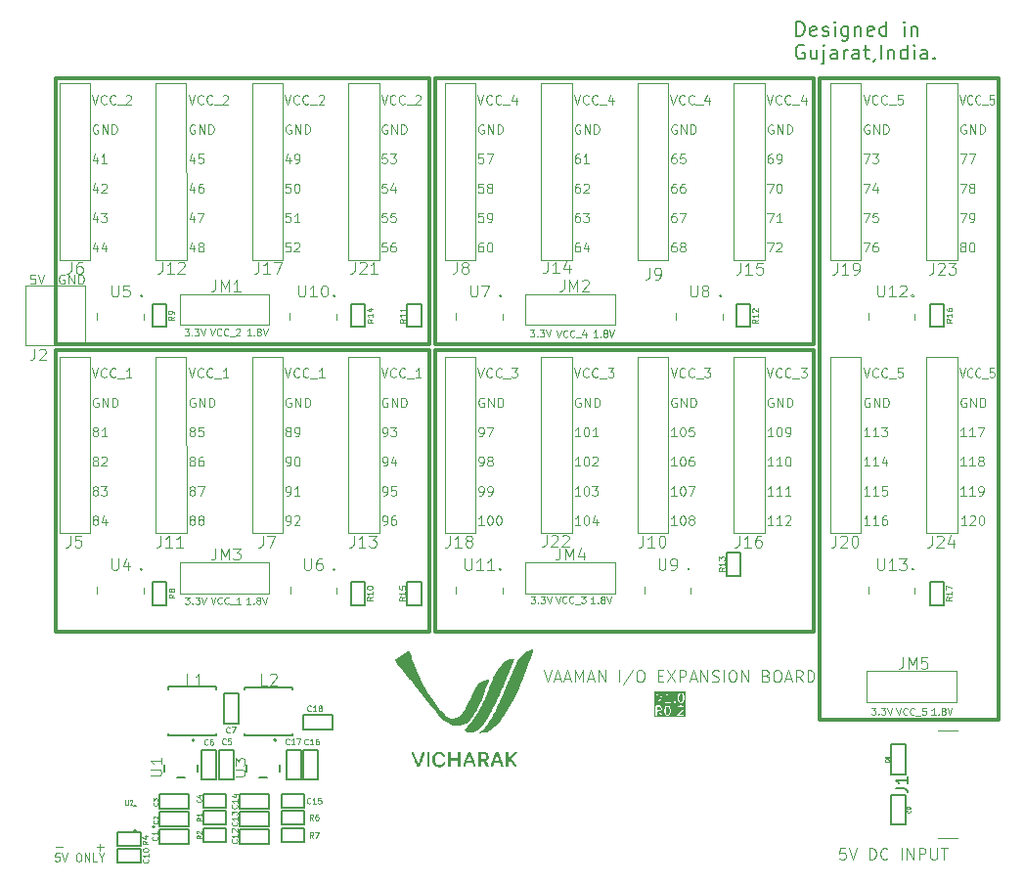
<source format=gbr>
%TF.GenerationSoftware,KiCad,Pcbnew,8.0.1*%
%TF.CreationDate,2024-12-13T12:17:54+05:30*%
%TF.ProjectId,GPIO HAT 2,4750494f-2048-4415-9420-322e6b696361,rev?*%
%TF.SameCoordinates,Original*%
%TF.FileFunction,Legend,Top*%
%TF.FilePolarity,Positive*%
%FSLAX46Y46*%
G04 Gerber Fmt 4.6, Leading zero omitted, Abs format (unit mm)*
G04 Created by KiCad (PCBNEW 8.0.1) date 2024-12-13 12:17:54*
%MOMM*%
%LPD*%
G01*
G04 APERTURE LIST*
%ADD10C,0.300000*%
%ADD11C,0.100000*%
%ADD12C,0.150000*%
%ADD13C,0.050000*%
%ADD14C,0.078859*%
%ADD15C,0.200000*%
%ADD16C,0.120000*%
%ADD17C,0.127000*%
%ADD18C,0.150010*%
%ADD19C,0.000000*%
G04 APERTURE END LIST*
D10*
X225145600Y-68605400D02*
X240588800Y-68605400D01*
X240588800Y-124079000D01*
X225145600Y-124079000D01*
X225145600Y-68605400D01*
X191897000Y-92100400D02*
X224637600Y-92100400D01*
X224637600Y-116484400D01*
X191897000Y-116484400D01*
X191897000Y-92100400D01*
X191871600Y-68605400D02*
X224637600Y-68605400D01*
X224637600Y-91592400D01*
X191871600Y-91592400D01*
X191871600Y-68605400D01*
X159004000Y-68605400D02*
X191363600Y-68605400D01*
X191363600Y-91592400D01*
X159004000Y-91592400D01*
X159004000Y-68605400D01*
X159004000Y-92100400D02*
X191363600Y-92100400D01*
X191363600Y-116484400D01*
X159004000Y-116484400D01*
X159004000Y-92100400D01*
D11*
X204315587Y-75124175D02*
X204163206Y-75124175D01*
X204163206Y-75124175D02*
X204087015Y-75162270D01*
X204087015Y-75162270D02*
X204048920Y-75200365D01*
X204048920Y-75200365D02*
X203972730Y-75314651D01*
X203972730Y-75314651D02*
X203934634Y-75467032D01*
X203934634Y-75467032D02*
X203934634Y-75771794D01*
X203934634Y-75771794D02*
X203972730Y-75847984D01*
X203972730Y-75847984D02*
X204010825Y-75886080D01*
X204010825Y-75886080D02*
X204087015Y-75924175D01*
X204087015Y-75924175D02*
X204239396Y-75924175D01*
X204239396Y-75924175D02*
X204315587Y-75886080D01*
X204315587Y-75886080D02*
X204353682Y-75847984D01*
X204353682Y-75847984D02*
X204391777Y-75771794D01*
X204391777Y-75771794D02*
X204391777Y-75581318D01*
X204391777Y-75581318D02*
X204353682Y-75505127D01*
X204353682Y-75505127D02*
X204315587Y-75467032D01*
X204315587Y-75467032D02*
X204239396Y-75428937D01*
X204239396Y-75428937D02*
X204087015Y-75428937D01*
X204087015Y-75428937D02*
X204010825Y-75467032D01*
X204010825Y-75467032D02*
X203972730Y-75505127D01*
X203972730Y-75505127D02*
X203934634Y-75581318D01*
X205153682Y-75924175D02*
X204696539Y-75924175D01*
X204925111Y-75924175D02*
X204925111Y-75124175D01*
X204925111Y-75124175D02*
X204848920Y-75238460D01*
X204848920Y-75238460D02*
X204772730Y-75314651D01*
X204772730Y-75314651D02*
X204696539Y-75352746D01*
X178983360Y-104687135D02*
X179135741Y-104687135D01*
X179135741Y-104687135D02*
X179211931Y-104649040D01*
X179211931Y-104649040D02*
X179250027Y-104610944D01*
X179250027Y-104610944D02*
X179326217Y-104496659D01*
X179326217Y-104496659D02*
X179364312Y-104344278D01*
X179364312Y-104344278D02*
X179364312Y-104039516D01*
X179364312Y-104039516D02*
X179326217Y-103963325D01*
X179326217Y-103963325D02*
X179288122Y-103925230D01*
X179288122Y-103925230D02*
X179211931Y-103887135D01*
X179211931Y-103887135D02*
X179059550Y-103887135D01*
X179059550Y-103887135D02*
X178983360Y-103925230D01*
X178983360Y-103925230D02*
X178945265Y-103963325D01*
X178945265Y-103963325D02*
X178907169Y-104039516D01*
X178907169Y-104039516D02*
X178907169Y-104229992D01*
X178907169Y-104229992D02*
X178945265Y-104306182D01*
X178945265Y-104306182D02*
X178983360Y-104344278D01*
X178983360Y-104344278D02*
X179059550Y-104382373D01*
X179059550Y-104382373D02*
X179211931Y-104382373D01*
X179211931Y-104382373D02*
X179288122Y-104344278D01*
X179288122Y-104344278D02*
X179326217Y-104306182D01*
X179326217Y-104306182D02*
X179364312Y-104229992D01*
X180126217Y-104687135D02*
X179669074Y-104687135D01*
X179897646Y-104687135D02*
X179897646Y-103887135D01*
X179897646Y-103887135D02*
X179821455Y-104001420D01*
X179821455Y-104001420D02*
X179745265Y-104077611D01*
X179745265Y-104077611D02*
X179669074Y-104115706D01*
X228940938Y-82789895D02*
X229474272Y-82789895D01*
X229474272Y-82789895D02*
X229131414Y-83589895D01*
X230121891Y-82789895D02*
X229969510Y-82789895D01*
X229969510Y-82789895D02*
X229893319Y-82827990D01*
X229893319Y-82827990D02*
X229855224Y-82866085D01*
X229855224Y-82866085D02*
X229779034Y-82980371D01*
X229779034Y-82980371D02*
X229740938Y-83132752D01*
X229740938Y-83132752D02*
X229740938Y-83437514D01*
X229740938Y-83437514D02*
X229779034Y-83513704D01*
X229779034Y-83513704D02*
X229817129Y-83551800D01*
X229817129Y-83551800D02*
X229893319Y-83589895D01*
X229893319Y-83589895D02*
X230045700Y-83589895D01*
X230045700Y-83589895D02*
X230121891Y-83551800D01*
X230121891Y-83551800D02*
X230159986Y-83513704D01*
X230159986Y-83513704D02*
X230198081Y-83437514D01*
X230198081Y-83437514D02*
X230198081Y-83247038D01*
X230198081Y-83247038D02*
X230159986Y-83170847D01*
X230159986Y-83170847D02*
X230121891Y-83132752D01*
X230121891Y-83132752D02*
X230045700Y-83094657D01*
X230045700Y-83094657D02*
X229893319Y-83094657D01*
X229893319Y-83094657D02*
X229817129Y-83132752D01*
X229817129Y-83132752D02*
X229779034Y-83170847D01*
X229779034Y-83170847D02*
X229740938Y-83247038D01*
X237479550Y-83132752D02*
X237403360Y-83094657D01*
X237403360Y-83094657D02*
X237365265Y-83056561D01*
X237365265Y-83056561D02*
X237327169Y-82980371D01*
X237327169Y-82980371D02*
X237327169Y-82942276D01*
X237327169Y-82942276D02*
X237365265Y-82866085D01*
X237365265Y-82866085D02*
X237403360Y-82827990D01*
X237403360Y-82827990D02*
X237479550Y-82789895D01*
X237479550Y-82789895D02*
X237631931Y-82789895D01*
X237631931Y-82789895D02*
X237708122Y-82827990D01*
X237708122Y-82827990D02*
X237746217Y-82866085D01*
X237746217Y-82866085D02*
X237784312Y-82942276D01*
X237784312Y-82942276D02*
X237784312Y-82980371D01*
X237784312Y-82980371D02*
X237746217Y-83056561D01*
X237746217Y-83056561D02*
X237708122Y-83094657D01*
X237708122Y-83094657D02*
X237631931Y-83132752D01*
X237631931Y-83132752D02*
X237479550Y-83132752D01*
X237479550Y-83132752D02*
X237403360Y-83170847D01*
X237403360Y-83170847D02*
X237365265Y-83208942D01*
X237365265Y-83208942D02*
X237327169Y-83285133D01*
X237327169Y-83285133D02*
X237327169Y-83437514D01*
X237327169Y-83437514D02*
X237365265Y-83513704D01*
X237365265Y-83513704D02*
X237403360Y-83551800D01*
X237403360Y-83551800D02*
X237479550Y-83589895D01*
X237479550Y-83589895D02*
X237631931Y-83589895D01*
X237631931Y-83589895D02*
X237708122Y-83551800D01*
X237708122Y-83551800D02*
X237746217Y-83513704D01*
X237746217Y-83513704D02*
X237784312Y-83437514D01*
X237784312Y-83437514D02*
X237784312Y-83285133D01*
X237784312Y-83285133D02*
X237746217Y-83208942D01*
X237746217Y-83208942D02*
X237708122Y-83170847D01*
X237708122Y-83170847D02*
X237631931Y-83132752D01*
X238279551Y-82789895D02*
X238355741Y-82789895D01*
X238355741Y-82789895D02*
X238431932Y-82827990D01*
X238431932Y-82827990D02*
X238470027Y-82866085D01*
X238470027Y-82866085D02*
X238508122Y-82942276D01*
X238508122Y-82942276D02*
X238546217Y-83094657D01*
X238546217Y-83094657D02*
X238546217Y-83285133D01*
X238546217Y-83285133D02*
X238508122Y-83437514D01*
X238508122Y-83437514D02*
X238470027Y-83513704D01*
X238470027Y-83513704D02*
X238431932Y-83551800D01*
X238431932Y-83551800D02*
X238355741Y-83589895D01*
X238355741Y-83589895D02*
X238279551Y-83589895D01*
X238279551Y-83589895D02*
X238203360Y-83551800D01*
X238203360Y-83551800D02*
X238165265Y-83513704D01*
X238165265Y-83513704D02*
X238127170Y-83437514D01*
X238127170Y-83437514D02*
X238089074Y-83285133D01*
X238089074Y-83285133D02*
X238089074Y-83094657D01*
X238089074Y-83094657D02*
X238127170Y-82942276D01*
X238127170Y-82942276D02*
X238165265Y-82866085D01*
X238165265Y-82866085D02*
X238203360Y-82827990D01*
X238203360Y-82827990D02*
X238279551Y-82789895D01*
X237289074Y-75124175D02*
X237822408Y-75124175D01*
X237822408Y-75124175D02*
X237479550Y-75924175D01*
X238050979Y-75124175D02*
X238584313Y-75124175D01*
X238584313Y-75124175D02*
X238241455Y-75924175D01*
X237784312Y-72607030D02*
X237708122Y-72568935D01*
X237708122Y-72568935D02*
X237593836Y-72568935D01*
X237593836Y-72568935D02*
X237479550Y-72607030D01*
X237479550Y-72607030D02*
X237403360Y-72683220D01*
X237403360Y-72683220D02*
X237365265Y-72759411D01*
X237365265Y-72759411D02*
X237327169Y-72911792D01*
X237327169Y-72911792D02*
X237327169Y-73026078D01*
X237327169Y-73026078D02*
X237365265Y-73178459D01*
X237365265Y-73178459D02*
X237403360Y-73254649D01*
X237403360Y-73254649D02*
X237479550Y-73330840D01*
X237479550Y-73330840D02*
X237593836Y-73368935D01*
X237593836Y-73368935D02*
X237670027Y-73368935D01*
X237670027Y-73368935D02*
X237784312Y-73330840D01*
X237784312Y-73330840D02*
X237822408Y-73292744D01*
X237822408Y-73292744D02*
X237822408Y-73026078D01*
X237822408Y-73026078D02*
X237670027Y-73026078D01*
X238165265Y-73368935D02*
X238165265Y-72568935D01*
X238165265Y-72568935D02*
X238622408Y-73368935D01*
X238622408Y-73368935D02*
X238622408Y-72568935D01*
X239003360Y-73368935D02*
X239003360Y-72568935D01*
X239003360Y-72568935D02*
X239193836Y-72568935D01*
X239193836Y-72568935D02*
X239308122Y-72607030D01*
X239308122Y-72607030D02*
X239384312Y-72683220D01*
X239384312Y-72683220D02*
X239422407Y-72759411D01*
X239422407Y-72759411D02*
X239460503Y-72911792D01*
X239460503Y-72911792D02*
X239460503Y-73026078D01*
X239460503Y-73026078D02*
X239422407Y-73178459D01*
X239422407Y-73178459D02*
X239384312Y-73254649D01*
X239384312Y-73254649D02*
X239308122Y-73330840D01*
X239308122Y-73330840D02*
X239193836Y-73368935D01*
X239193836Y-73368935D02*
X239003360Y-73368935D01*
X187179112Y-93666175D02*
X187445779Y-94466175D01*
X187445779Y-94466175D02*
X187712445Y-93666175D01*
X188436255Y-94389984D02*
X188398159Y-94428080D01*
X188398159Y-94428080D02*
X188283874Y-94466175D01*
X188283874Y-94466175D02*
X188207683Y-94466175D01*
X188207683Y-94466175D02*
X188093397Y-94428080D01*
X188093397Y-94428080D02*
X188017207Y-94351889D01*
X188017207Y-94351889D02*
X187979112Y-94275699D01*
X187979112Y-94275699D02*
X187941016Y-94123318D01*
X187941016Y-94123318D02*
X187941016Y-94009032D01*
X187941016Y-94009032D02*
X187979112Y-93856651D01*
X187979112Y-93856651D02*
X188017207Y-93780460D01*
X188017207Y-93780460D02*
X188093397Y-93704270D01*
X188093397Y-93704270D02*
X188207683Y-93666175D01*
X188207683Y-93666175D02*
X188283874Y-93666175D01*
X188283874Y-93666175D02*
X188398159Y-93704270D01*
X188398159Y-93704270D02*
X188436255Y-93742365D01*
X189236255Y-94389984D02*
X189198159Y-94428080D01*
X189198159Y-94428080D02*
X189083874Y-94466175D01*
X189083874Y-94466175D02*
X189007683Y-94466175D01*
X189007683Y-94466175D02*
X188893397Y-94428080D01*
X188893397Y-94428080D02*
X188817207Y-94351889D01*
X188817207Y-94351889D02*
X188779112Y-94275699D01*
X188779112Y-94275699D02*
X188741016Y-94123318D01*
X188741016Y-94123318D02*
X188741016Y-94009032D01*
X188741016Y-94009032D02*
X188779112Y-93856651D01*
X188779112Y-93856651D02*
X188817207Y-93780460D01*
X188817207Y-93780460D02*
X188893397Y-93704270D01*
X188893397Y-93704270D02*
X189007683Y-93666175D01*
X189007683Y-93666175D02*
X189083874Y-93666175D01*
X189083874Y-93666175D02*
X189198159Y-93704270D01*
X189198159Y-93704270D02*
X189236255Y-93742365D01*
X189388636Y-94542365D02*
X189998159Y-94542365D01*
X190607683Y-94466175D02*
X190150540Y-94466175D01*
X190379112Y-94466175D02*
X190379112Y-93666175D01*
X190379112Y-93666175D02*
X190302921Y-93780460D01*
X190302921Y-93780460D02*
X190226731Y-93856651D01*
X190226731Y-93856651D02*
X190150540Y-93894746D01*
X196005549Y-77679415D02*
X195624597Y-77679415D01*
X195624597Y-77679415D02*
X195586501Y-78060367D01*
X195586501Y-78060367D02*
X195624597Y-78022272D01*
X195624597Y-78022272D02*
X195700787Y-77984177D01*
X195700787Y-77984177D02*
X195891263Y-77984177D01*
X195891263Y-77984177D02*
X195967454Y-78022272D01*
X195967454Y-78022272D02*
X196005549Y-78060367D01*
X196005549Y-78060367D02*
X196043644Y-78136558D01*
X196043644Y-78136558D02*
X196043644Y-78327034D01*
X196043644Y-78327034D02*
X196005549Y-78403224D01*
X196005549Y-78403224D02*
X195967454Y-78441320D01*
X195967454Y-78441320D02*
X195891263Y-78479415D01*
X195891263Y-78479415D02*
X195700787Y-78479415D01*
X195700787Y-78479415D02*
X195624597Y-78441320D01*
X195624597Y-78441320D02*
X195586501Y-78403224D01*
X196500787Y-78022272D02*
X196424597Y-77984177D01*
X196424597Y-77984177D02*
X196386502Y-77946081D01*
X196386502Y-77946081D02*
X196348406Y-77869891D01*
X196348406Y-77869891D02*
X196348406Y-77831796D01*
X196348406Y-77831796D02*
X196386502Y-77755605D01*
X196386502Y-77755605D02*
X196424597Y-77717510D01*
X196424597Y-77717510D02*
X196500787Y-77679415D01*
X196500787Y-77679415D02*
X196653168Y-77679415D01*
X196653168Y-77679415D02*
X196729359Y-77717510D01*
X196729359Y-77717510D02*
X196767454Y-77755605D01*
X196767454Y-77755605D02*
X196805549Y-77831796D01*
X196805549Y-77831796D02*
X196805549Y-77869891D01*
X196805549Y-77869891D02*
X196767454Y-77946081D01*
X196767454Y-77946081D02*
X196729359Y-77984177D01*
X196729359Y-77984177D02*
X196653168Y-78022272D01*
X196653168Y-78022272D02*
X196500787Y-78022272D01*
X196500787Y-78022272D02*
X196424597Y-78060367D01*
X196424597Y-78060367D02*
X196386502Y-78098462D01*
X196386502Y-78098462D02*
X196348406Y-78174653D01*
X196348406Y-78174653D02*
X196348406Y-78327034D01*
X196348406Y-78327034D02*
X196386502Y-78403224D01*
X196386502Y-78403224D02*
X196424597Y-78441320D01*
X196424597Y-78441320D02*
X196500787Y-78479415D01*
X196500787Y-78479415D02*
X196653168Y-78479415D01*
X196653168Y-78479415D02*
X196729359Y-78441320D01*
X196729359Y-78441320D02*
X196767454Y-78403224D01*
X196767454Y-78403224D02*
X196805549Y-78327034D01*
X196805549Y-78327034D02*
X196805549Y-78174653D01*
X196805549Y-78174653D02*
X196767454Y-78098462D01*
X196767454Y-78098462D02*
X196729359Y-78060367D01*
X196729359Y-78060367D02*
X196653168Y-78022272D01*
X196060578Y-107242375D02*
X195603435Y-107242375D01*
X195832007Y-107242375D02*
X195832007Y-106442375D01*
X195832007Y-106442375D02*
X195755816Y-106556660D01*
X195755816Y-106556660D02*
X195679626Y-106632851D01*
X195679626Y-106632851D02*
X195603435Y-106670946D01*
X196555817Y-106442375D02*
X196632007Y-106442375D01*
X196632007Y-106442375D02*
X196708198Y-106480470D01*
X196708198Y-106480470D02*
X196746293Y-106518565D01*
X196746293Y-106518565D02*
X196784388Y-106594756D01*
X196784388Y-106594756D02*
X196822483Y-106747137D01*
X196822483Y-106747137D02*
X196822483Y-106937613D01*
X196822483Y-106937613D02*
X196784388Y-107089994D01*
X196784388Y-107089994D02*
X196746293Y-107166184D01*
X196746293Y-107166184D02*
X196708198Y-107204280D01*
X196708198Y-107204280D02*
X196632007Y-107242375D01*
X196632007Y-107242375D02*
X196555817Y-107242375D01*
X196555817Y-107242375D02*
X196479626Y-107204280D01*
X196479626Y-107204280D02*
X196441531Y-107166184D01*
X196441531Y-107166184D02*
X196403436Y-107089994D01*
X196403436Y-107089994D02*
X196365340Y-106937613D01*
X196365340Y-106937613D02*
X196365340Y-106747137D01*
X196365340Y-106747137D02*
X196403436Y-106594756D01*
X196403436Y-106594756D02*
X196441531Y-106518565D01*
X196441531Y-106518565D02*
X196479626Y-106480470D01*
X196479626Y-106480470D02*
X196555817Y-106442375D01*
X197317722Y-106442375D02*
X197393912Y-106442375D01*
X197393912Y-106442375D02*
X197470103Y-106480470D01*
X197470103Y-106480470D02*
X197508198Y-106518565D01*
X197508198Y-106518565D02*
X197546293Y-106594756D01*
X197546293Y-106594756D02*
X197584388Y-106747137D01*
X197584388Y-106747137D02*
X197584388Y-106937613D01*
X197584388Y-106937613D02*
X197546293Y-107089994D01*
X197546293Y-107089994D02*
X197508198Y-107166184D01*
X197508198Y-107166184D02*
X197470103Y-107204280D01*
X197470103Y-107204280D02*
X197393912Y-107242375D01*
X197393912Y-107242375D02*
X197317722Y-107242375D01*
X197317722Y-107242375D02*
X197241531Y-107204280D01*
X197241531Y-107204280D02*
X197203436Y-107166184D01*
X197203436Y-107166184D02*
X197165341Y-107089994D01*
X197165341Y-107089994D02*
X197127245Y-106937613D01*
X197127245Y-106937613D02*
X197127245Y-106747137D01*
X197127245Y-106747137D02*
X197165341Y-106594756D01*
X197165341Y-106594756D02*
X197203436Y-106518565D01*
X197203436Y-106518565D02*
X197241531Y-106480470D01*
X197241531Y-106480470D02*
X197317722Y-106442375D01*
X170956922Y-75390841D02*
X170956922Y-75924175D01*
X170766446Y-75086080D02*
X170575969Y-75657508D01*
X170575969Y-75657508D02*
X171071208Y-75657508D01*
X171756922Y-75124175D02*
X171375970Y-75124175D01*
X171375970Y-75124175D02*
X171337874Y-75505127D01*
X171337874Y-75505127D02*
X171375970Y-75467032D01*
X171375970Y-75467032D02*
X171452160Y-75428937D01*
X171452160Y-75428937D02*
X171642636Y-75428937D01*
X171642636Y-75428937D02*
X171718827Y-75467032D01*
X171718827Y-75467032D02*
X171756922Y-75505127D01*
X171756922Y-75505127D02*
X171795017Y-75581318D01*
X171795017Y-75581318D02*
X171795017Y-75771794D01*
X171795017Y-75771794D02*
X171756922Y-75847984D01*
X171756922Y-75847984D02*
X171718827Y-75886080D01*
X171718827Y-75886080D02*
X171642636Y-75924175D01*
X171642636Y-75924175D02*
X171452160Y-75924175D01*
X171452160Y-75924175D02*
X171375970Y-75886080D01*
X171375970Y-75886080D02*
X171337874Y-75847984D01*
X237801246Y-99576655D02*
X237344103Y-99576655D01*
X237572675Y-99576655D02*
X237572675Y-98776655D01*
X237572675Y-98776655D02*
X237496484Y-98890940D01*
X237496484Y-98890940D02*
X237420294Y-98967131D01*
X237420294Y-98967131D02*
X237344103Y-99005226D01*
X238563151Y-99576655D02*
X238106008Y-99576655D01*
X238334580Y-99576655D02*
X238334580Y-98776655D01*
X238334580Y-98776655D02*
X238258389Y-98890940D01*
X238258389Y-98890940D02*
X238182199Y-98967131D01*
X238182199Y-98967131D02*
X238106008Y-99005226D01*
X238829818Y-98776655D02*
X239363152Y-98776655D01*
X239363152Y-98776655D02*
X239020294Y-99576655D01*
X175909931Y-90853371D02*
X175567074Y-90853371D01*
X175738503Y-90853371D02*
X175738503Y-90253371D01*
X175738503Y-90253371D02*
X175681360Y-90339085D01*
X175681360Y-90339085D02*
X175624217Y-90396228D01*
X175624217Y-90396228D02*
X175567074Y-90424800D01*
X176167075Y-90796228D02*
X176195646Y-90824800D01*
X176195646Y-90824800D02*
X176167075Y-90853371D01*
X176167075Y-90853371D02*
X176138503Y-90824800D01*
X176138503Y-90824800D02*
X176167075Y-90796228D01*
X176167075Y-90796228D02*
X176167075Y-90853371D01*
X176538503Y-90510514D02*
X176481360Y-90481942D01*
X176481360Y-90481942D02*
X176452789Y-90453371D01*
X176452789Y-90453371D02*
X176424217Y-90396228D01*
X176424217Y-90396228D02*
X176424217Y-90367657D01*
X176424217Y-90367657D02*
X176452789Y-90310514D01*
X176452789Y-90310514D02*
X176481360Y-90281942D01*
X176481360Y-90281942D02*
X176538503Y-90253371D01*
X176538503Y-90253371D02*
X176652789Y-90253371D01*
X176652789Y-90253371D02*
X176709932Y-90281942D01*
X176709932Y-90281942D02*
X176738503Y-90310514D01*
X176738503Y-90310514D02*
X176767074Y-90367657D01*
X176767074Y-90367657D02*
X176767074Y-90396228D01*
X176767074Y-90396228D02*
X176738503Y-90453371D01*
X176738503Y-90453371D02*
X176709932Y-90481942D01*
X176709932Y-90481942D02*
X176652789Y-90510514D01*
X176652789Y-90510514D02*
X176538503Y-90510514D01*
X176538503Y-90510514D02*
X176481360Y-90539085D01*
X176481360Y-90539085D02*
X176452789Y-90567657D01*
X176452789Y-90567657D02*
X176424217Y-90624800D01*
X176424217Y-90624800D02*
X176424217Y-90739085D01*
X176424217Y-90739085D02*
X176452789Y-90796228D01*
X176452789Y-90796228D02*
X176481360Y-90824800D01*
X176481360Y-90824800D02*
X176538503Y-90853371D01*
X176538503Y-90853371D02*
X176652789Y-90853371D01*
X176652789Y-90853371D02*
X176709932Y-90824800D01*
X176709932Y-90824800D02*
X176738503Y-90796228D01*
X176738503Y-90796228D02*
X176767074Y-90739085D01*
X176767074Y-90739085D02*
X176767074Y-90624800D01*
X176767074Y-90624800D02*
X176738503Y-90567657D01*
X176738503Y-90567657D02*
X176709932Y-90539085D01*
X176709932Y-90539085D02*
X176652789Y-90510514D01*
X176938503Y-90253371D02*
X177138503Y-90853371D01*
X177138503Y-90853371D02*
X177338503Y-90253371D01*
X187657416Y-75124175D02*
X187276464Y-75124175D01*
X187276464Y-75124175D02*
X187238368Y-75505127D01*
X187238368Y-75505127D02*
X187276464Y-75467032D01*
X187276464Y-75467032D02*
X187352654Y-75428937D01*
X187352654Y-75428937D02*
X187543130Y-75428937D01*
X187543130Y-75428937D02*
X187619321Y-75467032D01*
X187619321Y-75467032D02*
X187657416Y-75505127D01*
X187657416Y-75505127D02*
X187695511Y-75581318D01*
X187695511Y-75581318D02*
X187695511Y-75771794D01*
X187695511Y-75771794D02*
X187657416Y-75847984D01*
X187657416Y-75847984D02*
X187619321Y-75886080D01*
X187619321Y-75886080D02*
X187543130Y-75924175D01*
X187543130Y-75924175D02*
X187352654Y-75924175D01*
X187352654Y-75924175D02*
X187276464Y-75886080D01*
X187276464Y-75886080D02*
X187238368Y-75847984D01*
X187962178Y-75124175D02*
X188457416Y-75124175D01*
X188457416Y-75124175D02*
X188190750Y-75428937D01*
X188190750Y-75428937D02*
X188305035Y-75428937D01*
X188305035Y-75428937D02*
X188381226Y-75467032D01*
X188381226Y-75467032D02*
X188419321Y-75505127D01*
X188419321Y-75505127D02*
X188457416Y-75581318D01*
X188457416Y-75581318D02*
X188457416Y-75771794D01*
X188457416Y-75771794D02*
X188419321Y-75847984D01*
X188419321Y-75847984D02*
X188381226Y-75886080D01*
X188381226Y-75886080D02*
X188305035Y-75924175D01*
X188305035Y-75924175D02*
X188076464Y-75924175D01*
X188076464Y-75924175D02*
X188000273Y-75886080D01*
X188000273Y-75886080D02*
X187962178Y-75847984D01*
X187162178Y-70013695D02*
X187428845Y-70813695D01*
X187428845Y-70813695D02*
X187695511Y-70013695D01*
X188419321Y-70737504D02*
X188381225Y-70775600D01*
X188381225Y-70775600D02*
X188266940Y-70813695D01*
X188266940Y-70813695D02*
X188190749Y-70813695D01*
X188190749Y-70813695D02*
X188076463Y-70775600D01*
X188076463Y-70775600D02*
X188000273Y-70699409D01*
X188000273Y-70699409D02*
X187962178Y-70623219D01*
X187962178Y-70623219D02*
X187924082Y-70470838D01*
X187924082Y-70470838D02*
X187924082Y-70356552D01*
X187924082Y-70356552D02*
X187962178Y-70204171D01*
X187962178Y-70204171D02*
X188000273Y-70127980D01*
X188000273Y-70127980D02*
X188076463Y-70051790D01*
X188076463Y-70051790D02*
X188190749Y-70013695D01*
X188190749Y-70013695D02*
X188266940Y-70013695D01*
X188266940Y-70013695D02*
X188381225Y-70051790D01*
X188381225Y-70051790D02*
X188419321Y-70089885D01*
X189219321Y-70737504D02*
X189181225Y-70775600D01*
X189181225Y-70775600D02*
X189066940Y-70813695D01*
X189066940Y-70813695D02*
X188990749Y-70813695D01*
X188990749Y-70813695D02*
X188876463Y-70775600D01*
X188876463Y-70775600D02*
X188800273Y-70699409D01*
X188800273Y-70699409D02*
X188762178Y-70623219D01*
X188762178Y-70623219D02*
X188724082Y-70470838D01*
X188724082Y-70470838D02*
X188724082Y-70356552D01*
X188724082Y-70356552D02*
X188762178Y-70204171D01*
X188762178Y-70204171D02*
X188800273Y-70127980D01*
X188800273Y-70127980D02*
X188876463Y-70051790D01*
X188876463Y-70051790D02*
X188990749Y-70013695D01*
X188990749Y-70013695D02*
X189066940Y-70013695D01*
X189066940Y-70013695D02*
X189181225Y-70051790D01*
X189181225Y-70051790D02*
X189219321Y-70089885D01*
X189371702Y-70889885D02*
X189981225Y-70889885D01*
X190133606Y-70089885D02*
X190171702Y-70051790D01*
X190171702Y-70051790D02*
X190247892Y-70013695D01*
X190247892Y-70013695D02*
X190438368Y-70013695D01*
X190438368Y-70013695D02*
X190514559Y-70051790D01*
X190514559Y-70051790D02*
X190552654Y-70089885D01*
X190552654Y-70089885D02*
X190590749Y-70166076D01*
X190590749Y-70166076D02*
X190590749Y-70242266D01*
X190590749Y-70242266D02*
X190552654Y-70356552D01*
X190552654Y-70356552D02*
X190095511Y-70813695D01*
X190095511Y-70813695D02*
X190590749Y-70813695D01*
X228940938Y-80234655D02*
X229474272Y-80234655D01*
X229474272Y-80234655D02*
X229131414Y-81034655D01*
X230159986Y-80234655D02*
X229779034Y-80234655D01*
X229779034Y-80234655D02*
X229740938Y-80615607D01*
X229740938Y-80615607D02*
X229779034Y-80577512D01*
X229779034Y-80577512D02*
X229855224Y-80539417D01*
X229855224Y-80539417D02*
X230045700Y-80539417D01*
X230045700Y-80539417D02*
X230121891Y-80577512D01*
X230121891Y-80577512D02*
X230159986Y-80615607D01*
X230159986Y-80615607D02*
X230198081Y-80691798D01*
X230198081Y-80691798D02*
X230198081Y-80882274D01*
X230198081Y-80882274D02*
X230159986Y-80958464D01*
X230159986Y-80958464D02*
X230121891Y-80996560D01*
X230121891Y-80996560D02*
X230045700Y-81034655D01*
X230045700Y-81034655D02*
X229855224Y-81034655D01*
X229855224Y-81034655D02*
X229779034Y-80996560D01*
X229779034Y-80996560D02*
X229740938Y-80958464D01*
X195679626Y-99576655D02*
X195832007Y-99576655D01*
X195832007Y-99576655D02*
X195908197Y-99538560D01*
X195908197Y-99538560D02*
X195946293Y-99500464D01*
X195946293Y-99500464D02*
X196022483Y-99386179D01*
X196022483Y-99386179D02*
X196060578Y-99233798D01*
X196060578Y-99233798D02*
X196060578Y-98929036D01*
X196060578Y-98929036D02*
X196022483Y-98852845D01*
X196022483Y-98852845D02*
X195984388Y-98814750D01*
X195984388Y-98814750D02*
X195908197Y-98776655D01*
X195908197Y-98776655D02*
X195755816Y-98776655D01*
X195755816Y-98776655D02*
X195679626Y-98814750D01*
X195679626Y-98814750D02*
X195641531Y-98852845D01*
X195641531Y-98852845D02*
X195603435Y-98929036D01*
X195603435Y-98929036D02*
X195603435Y-99119512D01*
X195603435Y-99119512D02*
X195641531Y-99195702D01*
X195641531Y-99195702D02*
X195679626Y-99233798D01*
X195679626Y-99233798D02*
X195755816Y-99271893D01*
X195755816Y-99271893D02*
X195908197Y-99271893D01*
X195908197Y-99271893D02*
X195984388Y-99233798D01*
X195984388Y-99233798D02*
X196022483Y-99195702D01*
X196022483Y-99195702D02*
X196060578Y-99119512D01*
X196327245Y-98776655D02*
X196860579Y-98776655D01*
X196860579Y-98776655D02*
X196517721Y-99576655D01*
X204408711Y-96259510D02*
X204332521Y-96221415D01*
X204332521Y-96221415D02*
X204218235Y-96221415D01*
X204218235Y-96221415D02*
X204103949Y-96259510D01*
X204103949Y-96259510D02*
X204027759Y-96335700D01*
X204027759Y-96335700D02*
X203989664Y-96411891D01*
X203989664Y-96411891D02*
X203951568Y-96564272D01*
X203951568Y-96564272D02*
X203951568Y-96678558D01*
X203951568Y-96678558D02*
X203989664Y-96830939D01*
X203989664Y-96830939D02*
X204027759Y-96907129D01*
X204027759Y-96907129D02*
X204103949Y-96983320D01*
X204103949Y-96983320D02*
X204218235Y-97021415D01*
X204218235Y-97021415D02*
X204294426Y-97021415D01*
X204294426Y-97021415D02*
X204408711Y-96983320D01*
X204408711Y-96983320D02*
X204446807Y-96945224D01*
X204446807Y-96945224D02*
X204446807Y-96678558D01*
X204446807Y-96678558D02*
X204294426Y-96678558D01*
X204789664Y-97021415D02*
X204789664Y-96221415D01*
X204789664Y-96221415D02*
X205246807Y-97021415D01*
X205246807Y-97021415D02*
X205246807Y-96221415D01*
X205627759Y-97021415D02*
X205627759Y-96221415D01*
X205627759Y-96221415D02*
X205818235Y-96221415D01*
X205818235Y-96221415D02*
X205932521Y-96259510D01*
X205932521Y-96259510D02*
X206008711Y-96335700D01*
X206008711Y-96335700D02*
X206046806Y-96411891D01*
X206046806Y-96411891D02*
X206084902Y-96564272D01*
X206084902Y-96564272D02*
X206084902Y-96678558D01*
X206084902Y-96678558D02*
X206046806Y-96830939D01*
X206046806Y-96830939D02*
X206008711Y-96907129D01*
X206008711Y-96907129D02*
X205932521Y-96983320D01*
X205932521Y-96983320D02*
X205818235Y-97021415D01*
X205818235Y-97021415D02*
X205627759Y-97021415D01*
X200125703Y-113443571D02*
X200497131Y-113443571D01*
X200497131Y-113443571D02*
X200297131Y-113672142D01*
X200297131Y-113672142D02*
X200382846Y-113672142D01*
X200382846Y-113672142D02*
X200439989Y-113700714D01*
X200439989Y-113700714D02*
X200468560Y-113729285D01*
X200468560Y-113729285D02*
X200497131Y-113786428D01*
X200497131Y-113786428D02*
X200497131Y-113929285D01*
X200497131Y-113929285D02*
X200468560Y-113986428D01*
X200468560Y-113986428D02*
X200439989Y-114015000D01*
X200439989Y-114015000D02*
X200382846Y-114043571D01*
X200382846Y-114043571D02*
X200211417Y-114043571D01*
X200211417Y-114043571D02*
X200154274Y-114015000D01*
X200154274Y-114015000D02*
X200125703Y-113986428D01*
X200754275Y-113986428D02*
X200782846Y-114015000D01*
X200782846Y-114015000D02*
X200754275Y-114043571D01*
X200754275Y-114043571D02*
X200725703Y-114015000D01*
X200725703Y-114015000D02*
X200754275Y-113986428D01*
X200754275Y-113986428D02*
X200754275Y-114043571D01*
X200982846Y-113443571D02*
X201354274Y-113443571D01*
X201354274Y-113443571D02*
X201154274Y-113672142D01*
X201154274Y-113672142D02*
X201239989Y-113672142D01*
X201239989Y-113672142D02*
X201297132Y-113700714D01*
X201297132Y-113700714D02*
X201325703Y-113729285D01*
X201325703Y-113729285D02*
X201354274Y-113786428D01*
X201354274Y-113786428D02*
X201354274Y-113929285D01*
X201354274Y-113929285D02*
X201325703Y-113986428D01*
X201325703Y-113986428D02*
X201297132Y-114015000D01*
X201297132Y-114015000D02*
X201239989Y-114043571D01*
X201239989Y-114043571D02*
X201068560Y-114043571D01*
X201068560Y-114043571D02*
X201011417Y-114015000D01*
X201011417Y-114015000D02*
X200982846Y-113986428D01*
X201525703Y-113443571D02*
X201725703Y-114043571D01*
X201725703Y-114043571D02*
X201925703Y-113443571D01*
X187331493Y-107242375D02*
X187483874Y-107242375D01*
X187483874Y-107242375D02*
X187560064Y-107204280D01*
X187560064Y-107204280D02*
X187598160Y-107166184D01*
X187598160Y-107166184D02*
X187674350Y-107051899D01*
X187674350Y-107051899D02*
X187712445Y-106899518D01*
X187712445Y-106899518D02*
X187712445Y-106594756D01*
X187712445Y-106594756D02*
X187674350Y-106518565D01*
X187674350Y-106518565D02*
X187636255Y-106480470D01*
X187636255Y-106480470D02*
X187560064Y-106442375D01*
X187560064Y-106442375D02*
X187407683Y-106442375D01*
X187407683Y-106442375D02*
X187331493Y-106480470D01*
X187331493Y-106480470D02*
X187293398Y-106518565D01*
X187293398Y-106518565D02*
X187255302Y-106594756D01*
X187255302Y-106594756D02*
X187255302Y-106785232D01*
X187255302Y-106785232D02*
X187293398Y-106861422D01*
X187293398Y-106861422D02*
X187331493Y-106899518D01*
X187331493Y-106899518D02*
X187407683Y-106937613D01*
X187407683Y-106937613D02*
X187560064Y-106937613D01*
X187560064Y-106937613D02*
X187636255Y-106899518D01*
X187636255Y-106899518D02*
X187674350Y-106861422D01*
X187674350Y-106861422D02*
X187712445Y-106785232D01*
X188398160Y-106442375D02*
X188245779Y-106442375D01*
X188245779Y-106442375D02*
X188169588Y-106480470D01*
X188169588Y-106480470D02*
X188131493Y-106518565D01*
X188131493Y-106518565D02*
X188055303Y-106632851D01*
X188055303Y-106632851D02*
X188017207Y-106785232D01*
X188017207Y-106785232D02*
X188017207Y-107089994D01*
X188017207Y-107089994D02*
X188055303Y-107166184D01*
X188055303Y-107166184D02*
X188093398Y-107204280D01*
X188093398Y-107204280D02*
X188169588Y-107242375D01*
X188169588Y-107242375D02*
X188321969Y-107242375D01*
X188321969Y-107242375D02*
X188398160Y-107204280D01*
X188398160Y-107204280D02*
X188436255Y-107166184D01*
X188436255Y-107166184D02*
X188474350Y-107089994D01*
X188474350Y-107089994D02*
X188474350Y-106899518D01*
X188474350Y-106899518D02*
X188436255Y-106823327D01*
X188436255Y-106823327D02*
X188398160Y-106785232D01*
X188398160Y-106785232D02*
X188321969Y-106747137D01*
X188321969Y-106747137D02*
X188169588Y-106747137D01*
X188169588Y-106747137D02*
X188093398Y-106785232D01*
X188093398Y-106785232D02*
X188055303Y-106823327D01*
X188055303Y-106823327D02*
X188017207Y-106899518D01*
X196005549Y-75124175D02*
X195624597Y-75124175D01*
X195624597Y-75124175D02*
X195586501Y-75505127D01*
X195586501Y-75505127D02*
X195624597Y-75467032D01*
X195624597Y-75467032D02*
X195700787Y-75428937D01*
X195700787Y-75428937D02*
X195891263Y-75428937D01*
X195891263Y-75428937D02*
X195967454Y-75467032D01*
X195967454Y-75467032D02*
X196005549Y-75505127D01*
X196005549Y-75505127D02*
X196043644Y-75581318D01*
X196043644Y-75581318D02*
X196043644Y-75771794D01*
X196043644Y-75771794D02*
X196005549Y-75847984D01*
X196005549Y-75847984D02*
X195967454Y-75886080D01*
X195967454Y-75886080D02*
X195891263Y-75924175D01*
X195891263Y-75924175D02*
X195700787Y-75924175D01*
X195700787Y-75924175D02*
X195624597Y-75886080D01*
X195624597Y-75886080D02*
X195586501Y-75847984D01*
X196310311Y-75124175D02*
X196843645Y-75124175D01*
X196843645Y-75124175D02*
X196500787Y-75924175D01*
X170956922Y-83056561D02*
X170956922Y-83589895D01*
X170766446Y-82751800D02*
X170575969Y-83323228D01*
X170575969Y-83323228D02*
X171071208Y-83323228D01*
X171490255Y-83132752D02*
X171414065Y-83094657D01*
X171414065Y-83094657D02*
X171375970Y-83056561D01*
X171375970Y-83056561D02*
X171337874Y-82980371D01*
X171337874Y-82980371D02*
X171337874Y-82942276D01*
X171337874Y-82942276D02*
X171375970Y-82866085D01*
X171375970Y-82866085D02*
X171414065Y-82827990D01*
X171414065Y-82827990D02*
X171490255Y-82789895D01*
X171490255Y-82789895D02*
X171642636Y-82789895D01*
X171642636Y-82789895D02*
X171718827Y-82827990D01*
X171718827Y-82827990D02*
X171756922Y-82866085D01*
X171756922Y-82866085D02*
X171795017Y-82942276D01*
X171795017Y-82942276D02*
X171795017Y-82980371D01*
X171795017Y-82980371D02*
X171756922Y-83056561D01*
X171756922Y-83056561D02*
X171718827Y-83094657D01*
X171718827Y-83094657D02*
X171642636Y-83132752D01*
X171642636Y-83132752D02*
X171490255Y-83132752D01*
X171490255Y-83132752D02*
X171414065Y-83170847D01*
X171414065Y-83170847D02*
X171375970Y-83208942D01*
X171375970Y-83208942D02*
X171337874Y-83285133D01*
X171337874Y-83285133D02*
X171337874Y-83437514D01*
X171337874Y-83437514D02*
X171375970Y-83513704D01*
X171375970Y-83513704D02*
X171414065Y-83551800D01*
X171414065Y-83551800D02*
X171490255Y-83589895D01*
X171490255Y-83589895D02*
X171642636Y-83589895D01*
X171642636Y-83589895D02*
X171718827Y-83551800D01*
X171718827Y-83551800D02*
X171756922Y-83513704D01*
X171756922Y-83513704D02*
X171795017Y-83437514D01*
X171795017Y-83437514D02*
X171795017Y-83285133D01*
X171795017Y-83285133D02*
X171756922Y-83208942D01*
X171756922Y-83208942D02*
X171718827Y-83170847D01*
X171718827Y-83170847D02*
X171642636Y-83132752D01*
X170218303Y-113491371D02*
X170589731Y-113491371D01*
X170589731Y-113491371D02*
X170389731Y-113719942D01*
X170389731Y-113719942D02*
X170475446Y-113719942D01*
X170475446Y-113719942D02*
X170532589Y-113748514D01*
X170532589Y-113748514D02*
X170561160Y-113777085D01*
X170561160Y-113777085D02*
X170589731Y-113834228D01*
X170589731Y-113834228D02*
X170589731Y-113977085D01*
X170589731Y-113977085D02*
X170561160Y-114034228D01*
X170561160Y-114034228D02*
X170532589Y-114062800D01*
X170532589Y-114062800D02*
X170475446Y-114091371D01*
X170475446Y-114091371D02*
X170304017Y-114091371D01*
X170304017Y-114091371D02*
X170246874Y-114062800D01*
X170246874Y-114062800D02*
X170218303Y-114034228D01*
X170846875Y-114034228D02*
X170875446Y-114062800D01*
X170875446Y-114062800D02*
X170846875Y-114091371D01*
X170846875Y-114091371D02*
X170818303Y-114062800D01*
X170818303Y-114062800D02*
X170846875Y-114034228D01*
X170846875Y-114034228D02*
X170846875Y-114091371D01*
X171075446Y-113491371D02*
X171446874Y-113491371D01*
X171446874Y-113491371D02*
X171246874Y-113719942D01*
X171246874Y-113719942D02*
X171332589Y-113719942D01*
X171332589Y-113719942D02*
X171389732Y-113748514D01*
X171389732Y-113748514D02*
X171418303Y-113777085D01*
X171418303Y-113777085D02*
X171446874Y-113834228D01*
X171446874Y-113834228D02*
X171446874Y-113977085D01*
X171446874Y-113977085D02*
X171418303Y-114034228D01*
X171418303Y-114034228D02*
X171389732Y-114062800D01*
X171389732Y-114062800D02*
X171332589Y-114091371D01*
X171332589Y-114091371D02*
X171161160Y-114091371D01*
X171161160Y-114091371D02*
X171104017Y-114062800D01*
X171104017Y-114062800D02*
X171075446Y-114034228D01*
X171618303Y-113491371D02*
X171818303Y-114091371D01*
X171818303Y-114091371D02*
X172018303Y-113491371D01*
X187331493Y-99576655D02*
X187483874Y-99576655D01*
X187483874Y-99576655D02*
X187560064Y-99538560D01*
X187560064Y-99538560D02*
X187598160Y-99500464D01*
X187598160Y-99500464D02*
X187674350Y-99386179D01*
X187674350Y-99386179D02*
X187712445Y-99233798D01*
X187712445Y-99233798D02*
X187712445Y-98929036D01*
X187712445Y-98929036D02*
X187674350Y-98852845D01*
X187674350Y-98852845D02*
X187636255Y-98814750D01*
X187636255Y-98814750D02*
X187560064Y-98776655D01*
X187560064Y-98776655D02*
X187407683Y-98776655D01*
X187407683Y-98776655D02*
X187331493Y-98814750D01*
X187331493Y-98814750D02*
X187293398Y-98852845D01*
X187293398Y-98852845D02*
X187255302Y-98929036D01*
X187255302Y-98929036D02*
X187255302Y-99119512D01*
X187255302Y-99119512D02*
X187293398Y-99195702D01*
X187293398Y-99195702D02*
X187331493Y-99233798D01*
X187331493Y-99233798D02*
X187407683Y-99271893D01*
X187407683Y-99271893D02*
X187560064Y-99271893D01*
X187560064Y-99271893D02*
X187636255Y-99233798D01*
X187636255Y-99233798D02*
X187674350Y-99195702D01*
X187674350Y-99195702D02*
X187712445Y-99119512D01*
X187979112Y-98776655D02*
X188474350Y-98776655D01*
X188474350Y-98776655D02*
X188207684Y-99081417D01*
X188207684Y-99081417D02*
X188321969Y-99081417D01*
X188321969Y-99081417D02*
X188398160Y-99119512D01*
X188398160Y-99119512D02*
X188436255Y-99157607D01*
X188436255Y-99157607D02*
X188474350Y-99233798D01*
X188474350Y-99233798D02*
X188474350Y-99424274D01*
X188474350Y-99424274D02*
X188436255Y-99500464D01*
X188436255Y-99500464D02*
X188398160Y-99538560D01*
X188398160Y-99538560D02*
X188321969Y-99576655D01*
X188321969Y-99576655D02*
X188093398Y-99576655D01*
X188093398Y-99576655D02*
X188017207Y-99538560D01*
X188017207Y-99538560D02*
X187979112Y-99500464D01*
X175872931Y-114091371D02*
X175530074Y-114091371D01*
X175701503Y-114091371D02*
X175701503Y-113491371D01*
X175701503Y-113491371D02*
X175644360Y-113577085D01*
X175644360Y-113577085D02*
X175587217Y-113634228D01*
X175587217Y-113634228D02*
X175530074Y-113662800D01*
X176130075Y-114034228D02*
X176158646Y-114062800D01*
X176158646Y-114062800D02*
X176130075Y-114091371D01*
X176130075Y-114091371D02*
X176101503Y-114062800D01*
X176101503Y-114062800D02*
X176130075Y-114034228D01*
X176130075Y-114034228D02*
X176130075Y-114091371D01*
X176501503Y-113748514D02*
X176444360Y-113719942D01*
X176444360Y-113719942D02*
X176415789Y-113691371D01*
X176415789Y-113691371D02*
X176387217Y-113634228D01*
X176387217Y-113634228D02*
X176387217Y-113605657D01*
X176387217Y-113605657D02*
X176415789Y-113548514D01*
X176415789Y-113548514D02*
X176444360Y-113519942D01*
X176444360Y-113519942D02*
X176501503Y-113491371D01*
X176501503Y-113491371D02*
X176615789Y-113491371D01*
X176615789Y-113491371D02*
X176672932Y-113519942D01*
X176672932Y-113519942D02*
X176701503Y-113548514D01*
X176701503Y-113548514D02*
X176730074Y-113605657D01*
X176730074Y-113605657D02*
X176730074Y-113634228D01*
X176730074Y-113634228D02*
X176701503Y-113691371D01*
X176701503Y-113691371D02*
X176672932Y-113719942D01*
X176672932Y-113719942D02*
X176615789Y-113748514D01*
X176615789Y-113748514D02*
X176501503Y-113748514D01*
X176501503Y-113748514D02*
X176444360Y-113777085D01*
X176444360Y-113777085D02*
X176415789Y-113805657D01*
X176415789Y-113805657D02*
X176387217Y-113862800D01*
X176387217Y-113862800D02*
X176387217Y-113977085D01*
X176387217Y-113977085D02*
X176415789Y-114034228D01*
X176415789Y-114034228D02*
X176444360Y-114062800D01*
X176444360Y-114062800D02*
X176501503Y-114091371D01*
X176501503Y-114091371D02*
X176615789Y-114091371D01*
X176615789Y-114091371D02*
X176672932Y-114062800D01*
X176672932Y-114062800D02*
X176701503Y-114034228D01*
X176701503Y-114034228D02*
X176730074Y-113977085D01*
X176730074Y-113977085D02*
X176730074Y-113862800D01*
X176730074Y-113862800D02*
X176701503Y-113805657D01*
X176701503Y-113805657D02*
X176672932Y-113777085D01*
X176672932Y-113777085D02*
X176615789Y-113748514D01*
X176901503Y-113491371D02*
X177101503Y-114091371D01*
X177101503Y-114091371D02*
X177301503Y-113491371D01*
X195967454Y-82789895D02*
X195815073Y-82789895D01*
X195815073Y-82789895D02*
X195738882Y-82827990D01*
X195738882Y-82827990D02*
X195700787Y-82866085D01*
X195700787Y-82866085D02*
X195624597Y-82980371D01*
X195624597Y-82980371D02*
X195586501Y-83132752D01*
X195586501Y-83132752D02*
X195586501Y-83437514D01*
X195586501Y-83437514D02*
X195624597Y-83513704D01*
X195624597Y-83513704D02*
X195662692Y-83551800D01*
X195662692Y-83551800D02*
X195738882Y-83589895D01*
X195738882Y-83589895D02*
X195891263Y-83589895D01*
X195891263Y-83589895D02*
X195967454Y-83551800D01*
X195967454Y-83551800D02*
X196005549Y-83513704D01*
X196005549Y-83513704D02*
X196043644Y-83437514D01*
X196043644Y-83437514D02*
X196043644Y-83247038D01*
X196043644Y-83247038D02*
X196005549Y-83170847D01*
X196005549Y-83170847D02*
X195967454Y-83132752D01*
X195967454Y-83132752D02*
X195891263Y-83094657D01*
X195891263Y-83094657D02*
X195738882Y-83094657D01*
X195738882Y-83094657D02*
X195662692Y-83132752D01*
X195662692Y-83132752D02*
X195624597Y-83170847D01*
X195624597Y-83170847D02*
X195586501Y-83247038D01*
X196538883Y-82789895D02*
X196615073Y-82789895D01*
X196615073Y-82789895D02*
X196691264Y-82827990D01*
X196691264Y-82827990D02*
X196729359Y-82866085D01*
X196729359Y-82866085D02*
X196767454Y-82942276D01*
X196767454Y-82942276D02*
X196805549Y-83094657D01*
X196805549Y-83094657D02*
X196805549Y-83285133D01*
X196805549Y-83285133D02*
X196767454Y-83437514D01*
X196767454Y-83437514D02*
X196729359Y-83513704D01*
X196729359Y-83513704D02*
X196691264Y-83551800D01*
X196691264Y-83551800D02*
X196615073Y-83589895D01*
X196615073Y-83589895D02*
X196538883Y-83589895D01*
X196538883Y-83589895D02*
X196462692Y-83551800D01*
X196462692Y-83551800D02*
X196424597Y-83513704D01*
X196424597Y-83513704D02*
X196386502Y-83437514D01*
X196386502Y-83437514D02*
X196348406Y-83285133D01*
X196348406Y-83285133D02*
X196348406Y-83094657D01*
X196348406Y-83094657D02*
X196386502Y-82942276D01*
X196386502Y-82942276D02*
X196424597Y-82866085D01*
X196424597Y-82866085D02*
X196462692Y-82827990D01*
X196462692Y-82827990D02*
X196538883Y-82789895D01*
X204408711Y-104687135D02*
X203951568Y-104687135D01*
X204180140Y-104687135D02*
X204180140Y-103887135D01*
X204180140Y-103887135D02*
X204103949Y-104001420D01*
X204103949Y-104001420D02*
X204027759Y-104077611D01*
X204027759Y-104077611D02*
X203951568Y-104115706D01*
X204903950Y-103887135D02*
X204980140Y-103887135D01*
X204980140Y-103887135D02*
X205056331Y-103925230D01*
X205056331Y-103925230D02*
X205094426Y-103963325D01*
X205094426Y-103963325D02*
X205132521Y-104039516D01*
X205132521Y-104039516D02*
X205170616Y-104191897D01*
X205170616Y-104191897D02*
X205170616Y-104382373D01*
X205170616Y-104382373D02*
X205132521Y-104534754D01*
X205132521Y-104534754D02*
X205094426Y-104610944D01*
X205094426Y-104610944D02*
X205056331Y-104649040D01*
X205056331Y-104649040D02*
X204980140Y-104687135D01*
X204980140Y-104687135D02*
X204903950Y-104687135D01*
X204903950Y-104687135D02*
X204827759Y-104649040D01*
X204827759Y-104649040D02*
X204789664Y-104610944D01*
X204789664Y-104610944D02*
X204751569Y-104534754D01*
X204751569Y-104534754D02*
X204713473Y-104382373D01*
X204713473Y-104382373D02*
X204713473Y-104191897D01*
X204713473Y-104191897D02*
X204751569Y-104039516D01*
X204751569Y-104039516D02*
X204789664Y-103963325D01*
X204789664Y-103963325D02*
X204827759Y-103925230D01*
X204827759Y-103925230D02*
X204903950Y-103887135D01*
X205437283Y-103887135D02*
X205932521Y-103887135D01*
X205932521Y-103887135D02*
X205665855Y-104191897D01*
X205665855Y-104191897D02*
X205780140Y-104191897D01*
X205780140Y-104191897D02*
X205856331Y-104229992D01*
X205856331Y-104229992D02*
X205894426Y-104268087D01*
X205894426Y-104268087D02*
X205932521Y-104344278D01*
X205932521Y-104344278D02*
X205932521Y-104534754D01*
X205932521Y-104534754D02*
X205894426Y-104610944D01*
X205894426Y-104610944D02*
X205856331Y-104649040D01*
X205856331Y-104649040D02*
X205780140Y-104687135D01*
X205780140Y-104687135D02*
X205551569Y-104687135D01*
X205551569Y-104687135D02*
X205475378Y-104649040D01*
X205475378Y-104649040D02*
X205437283Y-104610944D01*
X162363284Y-101674752D02*
X162287094Y-101636657D01*
X162287094Y-101636657D02*
X162248999Y-101598561D01*
X162248999Y-101598561D02*
X162210903Y-101522371D01*
X162210903Y-101522371D02*
X162210903Y-101484276D01*
X162210903Y-101484276D02*
X162248999Y-101408085D01*
X162248999Y-101408085D02*
X162287094Y-101369990D01*
X162287094Y-101369990D02*
X162363284Y-101331895D01*
X162363284Y-101331895D02*
X162515665Y-101331895D01*
X162515665Y-101331895D02*
X162591856Y-101369990D01*
X162591856Y-101369990D02*
X162629951Y-101408085D01*
X162629951Y-101408085D02*
X162668046Y-101484276D01*
X162668046Y-101484276D02*
X162668046Y-101522371D01*
X162668046Y-101522371D02*
X162629951Y-101598561D01*
X162629951Y-101598561D02*
X162591856Y-101636657D01*
X162591856Y-101636657D02*
X162515665Y-101674752D01*
X162515665Y-101674752D02*
X162363284Y-101674752D01*
X162363284Y-101674752D02*
X162287094Y-101712847D01*
X162287094Y-101712847D02*
X162248999Y-101750942D01*
X162248999Y-101750942D02*
X162210903Y-101827133D01*
X162210903Y-101827133D02*
X162210903Y-101979514D01*
X162210903Y-101979514D02*
X162248999Y-102055704D01*
X162248999Y-102055704D02*
X162287094Y-102093800D01*
X162287094Y-102093800D02*
X162363284Y-102131895D01*
X162363284Y-102131895D02*
X162515665Y-102131895D01*
X162515665Y-102131895D02*
X162591856Y-102093800D01*
X162591856Y-102093800D02*
X162629951Y-102055704D01*
X162629951Y-102055704D02*
X162668046Y-101979514D01*
X162668046Y-101979514D02*
X162668046Y-101827133D01*
X162668046Y-101827133D02*
X162629951Y-101750942D01*
X162629951Y-101750942D02*
X162591856Y-101712847D01*
X162591856Y-101712847D02*
X162515665Y-101674752D01*
X162972808Y-101408085D02*
X163010904Y-101369990D01*
X163010904Y-101369990D02*
X163087094Y-101331895D01*
X163087094Y-101331895D02*
X163277570Y-101331895D01*
X163277570Y-101331895D02*
X163353761Y-101369990D01*
X163353761Y-101369990D02*
X163391856Y-101408085D01*
X163391856Y-101408085D02*
X163429951Y-101484276D01*
X163429951Y-101484276D02*
X163429951Y-101560466D01*
X163429951Y-101560466D02*
X163391856Y-101674752D01*
X163391856Y-101674752D02*
X162934713Y-102131895D01*
X162934713Y-102131895D02*
X163429951Y-102131895D01*
X220592805Y-77679415D02*
X221126139Y-77679415D01*
X221126139Y-77679415D02*
X220783281Y-78479415D01*
X221583282Y-77679415D02*
X221659472Y-77679415D01*
X221659472Y-77679415D02*
X221735663Y-77717510D01*
X221735663Y-77717510D02*
X221773758Y-77755605D01*
X221773758Y-77755605D02*
X221811853Y-77831796D01*
X221811853Y-77831796D02*
X221849948Y-77984177D01*
X221849948Y-77984177D02*
X221849948Y-78174653D01*
X221849948Y-78174653D02*
X221811853Y-78327034D01*
X221811853Y-78327034D02*
X221773758Y-78403224D01*
X221773758Y-78403224D02*
X221735663Y-78441320D01*
X221735663Y-78441320D02*
X221659472Y-78479415D01*
X221659472Y-78479415D02*
X221583282Y-78479415D01*
X221583282Y-78479415D02*
X221507091Y-78441320D01*
X221507091Y-78441320D02*
X221468996Y-78403224D01*
X221468996Y-78403224D02*
X221430901Y-78327034D01*
X221430901Y-78327034D02*
X221392805Y-78174653D01*
X221392805Y-78174653D02*
X221392805Y-77984177D01*
X221392805Y-77984177D02*
X221430901Y-77831796D01*
X221430901Y-77831796D02*
X221468996Y-77755605D01*
X221468996Y-77755605D02*
X221507091Y-77717510D01*
X221507091Y-77717510D02*
X221583282Y-77679415D01*
X170745284Y-99119512D02*
X170669094Y-99081417D01*
X170669094Y-99081417D02*
X170630999Y-99043321D01*
X170630999Y-99043321D02*
X170592903Y-98967131D01*
X170592903Y-98967131D02*
X170592903Y-98929036D01*
X170592903Y-98929036D02*
X170630999Y-98852845D01*
X170630999Y-98852845D02*
X170669094Y-98814750D01*
X170669094Y-98814750D02*
X170745284Y-98776655D01*
X170745284Y-98776655D02*
X170897665Y-98776655D01*
X170897665Y-98776655D02*
X170973856Y-98814750D01*
X170973856Y-98814750D02*
X171011951Y-98852845D01*
X171011951Y-98852845D02*
X171050046Y-98929036D01*
X171050046Y-98929036D02*
X171050046Y-98967131D01*
X171050046Y-98967131D02*
X171011951Y-99043321D01*
X171011951Y-99043321D02*
X170973856Y-99081417D01*
X170973856Y-99081417D02*
X170897665Y-99119512D01*
X170897665Y-99119512D02*
X170745284Y-99119512D01*
X170745284Y-99119512D02*
X170669094Y-99157607D01*
X170669094Y-99157607D02*
X170630999Y-99195702D01*
X170630999Y-99195702D02*
X170592903Y-99271893D01*
X170592903Y-99271893D02*
X170592903Y-99424274D01*
X170592903Y-99424274D02*
X170630999Y-99500464D01*
X170630999Y-99500464D02*
X170669094Y-99538560D01*
X170669094Y-99538560D02*
X170745284Y-99576655D01*
X170745284Y-99576655D02*
X170897665Y-99576655D01*
X170897665Y-99576655D02*
X170973856Y-99538560D01*
X170973856Y-99538560D02*
X171011951Y-99500464D01*
X171011951Y-99500464D02*
X171050046Y-99424274D01*
X171050046Y-99424274D02*
X171050046Y-99271893D01*
X171050046Y-99271893D02*
X171011951Y-99195702D01*
X171011951Y-99195702D02*
X170973856Y-99157607D01*
X170973856Y-99157607D02*
X170897665Y-99119512D01*
X171773856Y-98776655D02*
X171392904Y-98776655D01*
X171392904Y-98776655D02*
X171354808Y-99157607D01*
X171354808Y-99157607D02*
X171392904Y-99119512D01*
X171392904Y-99119512D02*
X171469094Y-99081417D01*
X171469094Y-99081417D02*
X171659570Y-99081417D01*
X171659570Y-99081417D02*
X171735761Y-99119512D01*
X171735761Y-99119512D02*
X171773856Y-99157607D01*
X171773856Y-99157607D02*
X171811951Y-99233798D01*
X171811951Y-99233798D02*
X171811951Y-99424274D01*
X171811951Y-99424274D02*
X171773856Y-99500464D01*
X171773856Y-99500464D02*
X171735761Y-99538560D01*
X171735761Y-99538560D02*
X171659570Y-99576655D01*
X171659570Y-99576655D02*
X171469094Y-99576655D01*
X171469094Y-99576655D02*
X171392904Y-99538560D01*
X171392904Y-99538560D02*
X171354808Y-99500464D01*
X179309283Y-82789895D02*
X178928331Y-82789895D01*
X178928331Y-82789895D02*
X178890235Y-83170847D01*
X178890235Y-83170847D02*
X178928331Y-83132752D01*
X178928331Y-83132752D02*
X179004521Y-83094657D01*
X179004521Y-83094657D02*
X179194997Y-83094657D01*
X179194997Y-83094657D02*
X179271188Y-83132752D01*
X179271188Y-83132752D02*
X179309283Y-83170847D01*
X179309283Y-83170847D02*
X179347378Y-83247038D01*
X179347378Y-83247038D02*
X179347378Y-83437514D01*
X179347378Y-83437514D02*
X179309283Y-83513704D01*
X179309283Y-83513704D02*
X179271188Y-83551800D01*
X179271188Y-83551800D02*
X179194997Y-83589895D01*
X179194997Y-83589895D02*
X179004521Y-83589895D01*
X179004521Y-83589895D02*
X178928331Y-83551800D01*
X178928331Y-83551800D02*
X178890235Y-83513704D01*
X179652140Y-82866085D02*
X179690236Y-82827990D01*
X179690236Y-82827990D02*
X179766426Y-82789895D01*
X179766426Y-82789895D02*
X179956902Y-82789895D01*
X179956902Y-82789895D02*
X180033093Y-82827990D01*
X180033093Y-82827990D02*
X180071188Y-82866085D01*
X180071188Y-82866085D02*
X180109283Y-82942276D01*
X180109283Y-82942276D02*
X180109283Y-83018466D01*
X180109283Y-83018466D02*
X180071188Y-83132752D01*
X180071188Y-83132752D02*
X179614045Y-83589895D01*
X179614045Y-83589895D02*
X180109283Y-83589895D01*
X204408711Y-107242375D02*
X203951568Y-107242375D01*
X204180140Y-107242375D02*
X204180140Y-106442375D01*
X204180140Y-106442375D02*
X204103949Y-106556660D01*
X204103949Y-106556660D02*
X204027759Y-106632851D01*
X204027759Y-106632851D02*
X203951568Y-106670946D01*
X204903950Y-106442375D02*
X204980140Y-106442375D01*
X204980140Y-106442375D02*
X205056331Y-106480470D01*
X205056331Y-106480470D02*
X205094426Y-106518565D01*
X205094426Y-106518565D02*
X205132521Y-106594756D01*
X205132521Y-106594756D02*
X205170616Y-106747137D01*
X205170616Y-106747137D02*
X205170616Y-106937613D01*
X205170616Y-106937613D02*
X205132521Y-107089994D01*
X205132521Y-107089994D02*
X205094426Y-107166184D01*
X205094426Y-107166184D02*
X205056331Y-107204280D01*
X205056331Y-107204280D02*
X204980140Y-107242375D01*
X204980140Y-107242375D02*
X204903950Y-107242375D01*
X204903950Y-107242375D02*
X204827759Y-107204280D01*
X204827759Y-107204280D02*
X204789664Y-107166184D01*
X204789664Y-107166184D02*
X204751569Y-107089994D01*
X204751569Y-107089994D02*
X204713473Y-106937613D01*
X204713473Y-106937613D02*
X204713473Y-106747137D01*
X204713473Y-106747137D02*
X204751569Y-106594756D01*
X204751569Y-106594756D02*
X204789664Y-106518565D01*
X204789664Y-106518565D02*
X204827759Y-106480470D01*
X204827759Y-106480470D02*
X204903950Y-106442375D01*
X205856331Y-106709041D02*
X205856331Y-107242375D01*
X205665855Y-106404280D02*
X205475378Y-106975708D01*
X205475378Y-106975708D02*
X205970617Y-106975708D01*
X171050046Y-96259510D02*
X170973856Y-96221415D01*
X170973856Y-96221415D02*
X170859570Y-96221415D01*
X170859570Y-96221415D02*
X170745284Y-96259510D01*
X170745284Y-96259510D02*
X170669094Y-96335700D01*
X170669094Y-96335700D02*
X170630999Y-96411891D01*
X170630999Y-96411891D02*
X170592903Y-96564272D01*
X170592903Y-96564272D02*
X170592903Y-96678558D01*
X170592903Y-96678558D02*
X170630999Y-96830939D01*
X170630999Y-96830939D02*
X170669094Y-96907129D01*
X170669094Y-96907129D02*
X170745284Y-96983320D01*
X170745284Y-96983320D02*
X170859570Y-97021415D01*
X170859570Y-97021415D02*
X170935761Y-97021415D01*
X170935761Y-97021415D02*
X171050046Y-96983320D01*
X171050046Y-96983320D02*
X171088142Y-96945224D01*
X171088142Y-96945224D02*
X171088142Y-96678558D01*
X171088142Y-96678558D02*
X170935761Y-96678558D01*
X171430999Y-97021415D02*
X171430999Y-96221415D01*
X171430999Y-96221415D02*
X171888142Y-97021415D01*
X171888142Y-97021415D02*
X171888142Y-96221415D01*
X172269094Y-97021415D02*
X172269094Y-96221415D01*
X172269094Y-96221415D02*
X172459570Y-96221415D01*
X172459570Y-96221415D02*
X172573856Y-96259510D01*
X172573856Y-96259510D02*
X172650046Y-96335700D01*
X172650046Y-96335700D02*
X172688141Y-96411891D01*
X172688141Y-96411891D02*
X172726237Y-96564272D01*
X172726237Y-96564272D02*
X172726237Y-96678558D01*
X172726237Y-96678558D02*
X172688141Y-96830939D01*
X172688141Y-96830939D02*
X172650046Y-96907129D01*
X172650046Y-96907129D02*
X172573856Y-96983320D01*
X172573856Y-96983320D02*
X172459570Y-97021415D01*
X172459570Y-97021415D02*
X172269094Y-97021415D01*
X162668046Y-96259510D02*
X162591856Y-96221415D01*
X162591856Y-96221415D02*
X162477570Y-96221415D01*
X162477570Y-96221415D02*
X162363284Y-96259510D01*
X162363284Y-96259510D02*
X162287094Y-96335700D01*
X162287094Y-96335700D02*
X162248999Y-96411891D01*
X162248999Y-96411891D02*
X162210903Y-96564272D01*
X162210903Y-96564272D02*
X162210903Y-96678558D01*
X162210903Y-96678558D02*
X162248999Y-96830939D01*
X162248999Y-96830939D02*
X162287094Y-96907129D01*
X162287094Y-96907129D02*
X162363284Y-96983320D01*
X162363284Y-96983320D02*
X162477570Y-97021415D01*
X162477570Y-97021415D02*
X162553761Y-97021415D01*
X162553761Y-97021415D02*
X162668046Y-96983320D01*
X162668046Y-96983320D02*
X162706142Y-96945224D01*
X162706142Y-96945224D02*
X162706142Y-96678558D01*
X162706142Y-96678558D02*
X162553761Y-96678558D01*
X163048999Y-97021415D02*
X163048999Y-96221415D01*
X163048999Y-96221415D02*
X163506142Y-97021415D01*
X163506142Y-97021415D02*
X163506142Y-96221415D01*
X163887094Y-97021415D02*
X163887094Y-96221415D01*
X163887094Y-96221415D02*
X164077570Y-96221415D01*
X164077570Y-96221415D02*
X164191856Y-96259510D01*
X164191856Y-96259510D02*
X164268046Y-96335700D01*
X164268046Y-96335700D02*
X164306141Y-96411891D01*
X164306141Y-96411891D02*
X164344237Y-96564272D01*
X164344237Y-96564272D02*
X164344237Y-96678558D01*
X164344237Y-96678558D02*
X164306141Y-96830939D01*
X164306141Y-96830939D02*
X164268046Y-96907129D01*
X164268046Y-96907129D02*
X164191856Y-96983320D01*
X164191856Y-96983320D02*
X164077570Y-97021415D01*
X164077570Y-97021415D02*
X163887094Y-97021415D01*
X196043644Y-72607030D02*
X195967454Y-72568935D01*
X195967454Y-72568935D02*
X195853168Y-72568935D01*
X195853168Y-72568935D02*
X195738882Y-72607030D01*
X195738882Y-72607030D02*
X195662692Y-72683220D01*
X195662692Y-72683220D02*
X195624597Y-72759411D01*
X195624597Y-72759411D02*
X195586501Y-72911792D01*
X195586501Y-72911792D02*
X195586501Y-73026078D01*
X195586501Y-73026078D02*
X195624597Y-73178459D01*
X195624597Y-73178459D02*
X195662692Y-73254649D01*
X195662692Y-73254649D02*
X195738882Y-73330840D01*
X195738882Y-73330840D02*
X195853168Y-73368935D01*
X195853168Y-73368935D02*
X195929359Y-73368935D01*
X195929359Y-73368935D02*
X196043644Y-73330840D01*
X196043644Y-73330840D02*
X196081740Y-73292744D01*
X196081740Y-73292744D02*
X196081740Y-73026078D01*
X196081740Y-73026078D02*
X195929359Y-73026078D01*
X196424597Y-73368935D02*
X196424597Y-72568935D01*
X196424597Y-72568935D02*
X196881740Y-73368935D01*
X196881740Y-73368935D02*
X196881740Y-72568935D01*
X197262692Y-73368935D02*
X197262692Y-72568935D01*
X197262692Y-72568935D02*
X197453168Y-72568935D01*
X197453168Y-72568935D02*
X197567454Y-72607030D01*
X197567454Y-72607030D02*
X197643644Y-72683220D01*
X197643644Y-72683220D02*
X197681739Y-72759411D01*
X197681739Y-72759411D02*
X197719835Y-72911792D01*
X197719835Y-72911792D02*
X197719835Y-73026078D01*
X197719835Y-73026078D02*
X197681739Y-73178459D01*
X197681739Y-73178459D02*
X197643644Y-73254649D01*
X197643644Y-73254649D02*
X197567454Y-73330840D01*
X197567454Y-73330840D02*
X197453168Y-73368935D01*
X197453168Y-73368935D02*
X197262692Y-73368935D01*
X204315587Y-80234655D02*
X204163206Y-80234655D01*
X204163206Y-80234655D02*
X204087015Y-80272750D01*
X204087015Y-80272750D02*
X204048920Y-80310845D01*
X204048920Y-80310845D02*
X203972730Y-80425131D01*
X203972730Y-80425131D02*
X203934634Y-80577512D01*
X203934634Y-80577512D02*
X203934634Y-80882274D01*
X203934634Y-80882274D02*
X203972730Y-80958464D01*
X203972730Y-80958464D02*
X204010825Y-80996560D01*
X204010825Y-80996560D02*
X204087015Y-81034655D01*
X204087015Y-81034655D02*
X204239396Y-81034655D01*
X204239396Y-81034655D02*
X204315587Y-80996560D01*
X204315587Y-80996560D02*
X204353682Y-80958464D01*
X204353682Y-80958464D02*
X204391777Y-80882274D01*
X204391777Y-80882274D02*
X204391777Y-80691798D01*
X204391777Y-80691798D02*
X204353682Y-80615607D01*
X204353682Y-80615607D02*
X204315587Y-80577512D01*
X204315587Y-80577512D02*
X204239396Y-80539417D01*
X204239396Y-80539417D02*
X204087015Y-80539417D01*
X204087015Y-80539417D02*
X204010825Y-80577512D01*
X204010825Y-80577512D02*
X203972730Y-80615607D01*
X203972730Y-80615607D02*
X203934634Y-80691798D01*
X204658444Y-80234655D02*
X205153682Y-80234655D01*
X205153682Y-80234655D02*
X204887016Y-80539417D01*
X204887016Y-80539417D02*
X205001301Y-80539417D01*
X205001301Y-80539417D02*
X205077492Y-80577512D01*
X205077492Y-80577512D02*
X205115587Y-80615607D01*
X205115587Y-80615607D02*
X205153682Y-80691798D01*
X205153682Y-80691798D02*
X205153682Y-80882274D01*
X205153682Y-80882274D02*
X205115587Y-80958464D01*
X205115587Y-80958464D02*
X205077492Y-80996560D01*
X205077492Y-80996560D02*
X205001301Y-81034655D01*
X205001301Y-81034655D02*
X204772730Y-81034655D01*
X204772730Y-81034655D02*
X204696539Y-80996560D01*
X204696539Y-80996560D02*
X204658444Y-80958464D01*
X187657416Y-80234655D02*
X187276464Y-80234655D01*
X187276464Y-80234655D02*
X187238368Y-80615607D01*
X187238368Y-80615607D02*
X187276464Y-80577512D01*
X187276464Y-80577512D02*
X187352654Y-80539417D01*
X187352654Y-80539417D02*
X187543130Y-80539417D01*
X187543130Y-80539417D02*
X187619321Y-80577512D01*
X187619321Y-80577512D02*
X187657416Y-80615607D01*
X187657416Y-80615607D02*
X187695511Y-80691798D01*
X187695511Y-80691798D02*
X187695511Y-80882274D01*
X187695511Y-80882274D02*
X187657416Y-80958464D01*
X187657416Y-80958464D02*
X187619321Y-80996560D01*
X187619321Y-80996560D02*
X187543130Y-81034655D01*
X187543130Y-81034655D02*
X187352654Y-81034655D01*
X187352654Y-81034655D02*
X187276464Y-80996560D01*
X187276464Y-80996560D02*
X187238368Y-80958464D01*
X188419321Y-80234655D02*
X188038369Y-80234655D01*
X188038369Y-80234655D02*
X188000273Y-80615607D01*
X188000273Y-80615607D02*
X188038369Y-80577512D01*
X188038369Y-80577512D02*
X188114559Y-80539417D01*
X188114559Y-80539417D02*
X188305035Y-80539417D01*
X188305035Y-80539417D02*
X188381226Y-80577512D01*
X188381226Y-80577512D02*
X188419321Y-80615607D01*
X188419321Y-80615607D02*
X188457416Y-80691798D01*
X188457416Y-80691798D02*
X188457416Y-80882274D01*
X188457416Y-80882274D02*
X188419321Y-80958464D01*
X188419321Y-80958464D02*
X188381226Y-80996560D01*
X188381226Y-80996560D02*
X188305035Y-81034655D01*
X188305035Y-81034655D02*
X188114559Y-81034655D01*
X188114559Y-81034655D02*
X188038369Y-80996560D01*
X188038369Y-80996560D02*
X188000273Y-80958464D01*
X162134713Y-93666175D02*
X162401380Y-94466175D01*
X162401380Y-94466175D02*
X162668046Y-93666175D01*
X163391856Y-94389984D02*
X163353760Y-94428080D01*
X163353760Y-94428080D02*
X163239475Y-94466175D01*
X163239475Y-94466175D02*
X163163284Y-94466175D01*
X163163284Y-94466175D02*
X163048998Y-94428080D01*
X163048998Y-94428080D02*
X162972808Y-94351889D01*
X162972808Y-94351889D02*
X162934713Y-94275699D01*
X162934713Y-94275699D02*
X162896617Y-94123318D01*
X162896617Y-94123318D02*
X162896617Y-94009032D01*
X162896617Y-94009032D02*
X162934713Y-93856651D01*
X162934713Y-93856651D02*
X162972808Y-93780460D01*
X162972808Y-93780460D02*
X163048998Y-93704270D01*
X163048998Y-93704270D02*
X163163284Y-93666175D01*
X163163284Y-93666175D02*
X163239475Y-93666175D01*
X163239475Y-93666175D02*
X163353760Y-93704270D01*
X163353760Y-93704270D02*
X163391856Y-93742365D01*
X164191856Y-94389984D02*
X164153760Y-94428080D01*
X164153760Y-94428080D02*
X164039475Y-94466175D01*
X164039475Y-94466175D02*
X163963284Y-94466175D01*
X163963284Y-94466175D02*
X163848998Y-94428080D01*
X163848998Y-94428080D02*
X163772808Y-94351889D01*
X163772808Y-94351889D02*
X163734713Y-94275699D01*
X163734713Y-94275699D02*
X163696617Y-94123318D01*
X163696617Y-94123318D02*
X163696617Y-94009032D01*
X163696617Y-94009032D02*
X163734713Y-93856651D01*
X163734713Y-93856651D02*
X163772808Y-93780460D01*
X163772808Y-93780460D02*
X163848998Y-93704270D01*
X163848998Y-93704270D02*
X163963284Y-93666175D01*
X163963284Y-93666175D02*
X164039475Y-93666175D01*
X164039475Y-93666175D02*
X164153760Y-93704270D01*
X164153760Y-93704270D02*
X164191856Y-93742365D01*
X164344237Y-94542365D02*
X164953760Y-94542365D01*
X165563284Y-94466175D02*
X165106141Y-94466175D01*
X165334713Y-94466175D02*
X165334713Y-93666175D01*
X165334713Y-93666175D02*
X165258522Y-93780460D01*
X165258522Y-93780460D02*
X165182332Y-93856651D01*
X165182332Y-93856651D02*
X165106141Y-93894746D01*
X212663720Y-82789895D02*
X212511339Y-82789895D01*
X212511339Y-82789895D02*
X212435148Y-82827990D01*
X212435148Y-82827990D02*
X212397053Y-82866085D01*
X212397053Y-82866085D02*
X212320863Y-82980371D01*
X212320863Y-82980371D02*
X212282767Y-83132752D01*
X212282767Y-83132752D02*
X212282767Y-83437514D01*
X212282767Y-83437514D02*
X212320863Y-83513704D01*
X212320863Y-83513704D02*
X212358958Y-83551800D01*
X212358958Y-83551800D02*
X212435148Y-83589895D01*
X212435148Y-83589895D02*
X212587529Y-83589895D01*
X212587529Y-83589895D02*
X212663720Y-83551800D01*
X212663720Y-83551800D02*
X212701815Y-83513704D01*
X212701815Y-83513704D02*
X212739910Y-83437514D01*
X212739910Y-83437514D02*
X212739910Y-83247038D01*
X212739910Y-83247038D02*
X212701815Y-83170847D01*
X212701815Y-83170847D02*
X212663720Y-83132752D01*
X212663720Y-83132752D02*
X212587529Y-83094657D01*
X212587529Y-83094657D02*
X212435148Y-83094657D01*
X212435148Y-83094657D02*
X212358958Y-83132752D01*
X212358958Y-83132752D02*
X212320863Y-83170847D01*
X212320863Y-83170847D02*
X212282767Y-83247038D01*
X213197053Y-83132752D02*
X213120863Y-83094657D01*
X213120863Y-83094657D02*
X213082768Y-83056561D01*
X213082768Y-83056561D02*
X213044672Y-82980371D01*
X213044672Y-82980371D02*
X213044672Y-82942276D01*
X213044672Y-82942276D02*
X213082768Y-82866085D01*
X213082768Y-82866085D02*
X213120863Y-82827990D01*
X213120863Y-82827990D02*
X213197053Y-82789895D01*
X213197053Y-82789895D02*
X213349434Y-82789895D01*
X213349434Y-82789895D02*
X213425625Y-82827990D01*
X213425625Y-82827990D02*
X213463720Y-82866085D01*
X213463720Y-82866085D02*
X213501815Y-82942276D01*
X213501815Y-82942276D02*
X213501815Y-82980371D01*
X213501815Y-82980371D02*
X213463720Y-83056561D01*
X213463720Y-83056561D02*
X213425625Y-83094657D01*
X213425625Y-83094657D02*
X213349434Y-83132752D01*
X213349434Y-83132752D02*
X213197053Y-83132752D01*
X213197053Y-83132752D02*
X213120863Y-83170847D01*
X213120863Y-83170847D02*
X213082768Y-83208942D01*
X213082768Y-83208942D02*
X213044672Y-83285133D01*
X213044672Y-83285133D02*
X213044672Y-83437514D01*
X213044672Y-83437514D02*
X213082768Y-83513704D01*
X213082768Y-83513704D02*
X213120863Y-83551800D01*
X213120863Y-83551800D02*
X213197053Y-83589895D01*
X213197053Y-83589895D02*
X213349434Y-83589895D01*
X213349434Y-83589895D02*
X213425625Y-83551800D01*
X213425625Y-83551800D02*
X213463720Y-83513704D01*
X213463720Y-83513704D02*
X213501815Y-83437514D01*
X213501815Y-83437514D02*
X213501815Y-83285133D01*
X213501815Y-83285133D02*
X213463720Y-83208942D01*
X213463720Y-83208942D02*
X213425625Y-83170847D01*
X213425625Y-83170847D02*
X213349434Y-83132752D01*
X162574922Y-83056561D02*
X162574922Y-83589895D01*
X162384446Y-82751800D02*
X162193969Y-83323228D01*
X162193969Y-83323228D02*
X162689208Y-83323228D01*
X163336827Y-83056561D02*
X163336827Y-83589895D01*
X163146351Y-82751800D02*
X162955874Y-83323228D01*
X162955874Y-83323228D02*
X163451113Y-83323228D01*
X162574922Y-77946081D02*
X162574922Y-78479415D01*
X162384446Y-77641320D02*
X162193969Y-78212748D01*
X162193969Y-78212748D02*
X162689208Y-78212748D01*
X162955874Y-77755605D02*
X162993970Y-77717510D01*
X162993970Y-77717510D02*
X163070160Y-77679415D01*
X163070160Y-77679415D02*
X163260636Y-77679415D01*
X163260636Y-77679415D02*
X163336827Y-77717510D01*
X163336827Y-77717510D02*
X163374922Y-77755605D01*
X163374922Y-77755605D02*
X163413017Y-77831796D01*
X163413017Y-77831796D02*
X163413017Y-77907986D01*
X163413017Y-77907986D02*
X163374922Y-78022272D01*
X163374922Y-78022272D02*
X162917779Y-78479415D01*
X162917779Y-78479415D02*
X163413017Y-78479415D01*
X200049503Y-90354971D02*
X200420931Y-90354971D01*
X200420931Y-90354971D02*
X200220931Y-90583542D01*
X200220931Y-90583542D02*
X200306646Y-90583542D01*
X200306646Y-90583542D02*
X200363789Y-90612114D01*
X200363789Y-90612114D02*
X200392360Y-90640685D01*
X200392360Y-90640685D02*
X200420931Y-90697828D01*
X200420931Y-90697828D02*
X200420931Y-90840685D01*
X200420931Y-90840685D02*
X200392360Y-90897828D01*
X200392360Y-90897828D02*
X200363789Y-90926400D01*
X200363789Y-90926400D02*
X200306646Y-90954971D01*
X200306646Y-90954971D02*
X200135217Y-90954971D01*
X200135217Y-90954971D02*
X200078074Y-90926400D01*
X200078074Y-90926400D02*
X200049503Y-90897828D01*
X200678075Y-90897828D02*
X200706646Y-90926400D01*
X200706646Y-90926400D02*
X200678075Y-90954971D01*
X200678075Y-90954971D02*
X200649503Y-90926400D01*
X200649503Y-90926400D02*
X200678075Y-90897828D01*
X200678075Y-90897828D02*
X200678075Y-90954971D01*
X200906646Y-90354971D02*
X201278074Y-90354971D01*
X201278074Y-90354971D02*
X201078074Y-90583542D01*
X201078074Y-90583542D02*
X201163789Y-90583542D01*
X201163789Y-90583542D02*
X201220932Y-90612114D01*
X201220932Y-90612114D02*
X201249503Y-90640685D01*
X201249503Y-90640685D02*
X201278074Y-90697828D01*
X201278074Y-90697828D02*
X201278074Y-90840685D01*
X201278074Y-90840685D02*
X201249503Y-90897828D01*
X201249503Y-90897828D02*
X201220932Y-90926400D01*
X201220932Y-90926400D02*
X201163789Y-90954971D01*
X201163789Y-90954971D02*
X200992360Y-90954971D01*
X200992360Y-90954971D02*
X200935217Y-90926400D01*
X200935217Y-90926400D02*
X200906646Y-90897828D01*
X201449503Y-90354971D02*
X201649503Y-90954971D01*
X201649503Y-90954971D02*
X201849503Y-90354971D01*
X235168131Y-123695571D02*
X234825274Y-123695571D01*
X234996703Y-123695571D02*
X234996703Y-123095571D01*
X234996703Y-123095571D02*
X234939560Y-123181285D01*
X234939560Y-123181285D02*
X234882417Y-123238428D01*
X234882417Y-123238428D02*
X234825274Y-123267000D01*
X235425275Y-123638428D02*
X235453846Y-123667000D01*
X235453846Y-123667000D02*
X235425275Y-123695571D01*
X235425275Y-123695571D02*
X235396703Y-123667000D01*
X235396703Y-123667000D02*
X235425275Y-123638428D01*
X235425275Y-123638428D02*
X235425275Y-123695571D01*
X235796703Y-123352714D02*
X235739560Y-123324142D01*
X235739560Y-123324142D02*
X235710989Y-123295571D01*
X235710989Y-123295571D02*
X235682417Y-123238428D01*
X235682417Y-123238428D02*
X235682417Y-123209857D01*
X235682417Y-123209857D02*
X235710989Y-123152714D01*
X235710989Y-123152714D02*
X235739560Y-123124142D01*
X235739560Y-123124142D02*
X235796703Y-123095571D01*
X235796703Y-123095571D02*
X235910989Y-123095571D01*
X235910989Y-123095571D02*
X235968132Y-123124142D01*
X235968132Y-123124142D02*
X235996703Y-123152714D01*
X235996703Y-123152714D02*
X236025274Y-123209857D01*
X236025274Y-123209857D02*
X236025274Y-123238428D01*
X236025274Y-123238428D02*
X235996703Y-123295571D01*
X235996703Y-123295571D02*
X235968132Y-123324142D01*
X235968132Y-123324142D02*
X235910989Y-123352714D01*
X235910989Y-123352714D02*
X235796703Y-123352714D01*
X235796703Y-123352714D02*
X235739560Y-123381285D01*
X235739560Y-123381285D02*
X235710989Y-123409857D01*
X235710989Y-123409857D02*
X235682417Y-123467000D01*
X235682417Y-123467000D02*
X235682417Y-123581285D01*
X235682417Y-123581285D02*
X235710989Y-123638428D01*
X235710989Y-123638428D02*
X235739560Y-123667000D01*
X235739560Y-123667000D02*
X235796703Y-123695571D01*
X235796703Y-123695571D02*
X235910989Y-123695571D01*
X235910989Y-123695571D02*
X235968132Y-123667000D01*
X235968132Y-123667000D02*
X235996703Y-123638428D01*
X235996703Y-123638428D02*
X236025274Y-123581285D01*
X236025274Y-123581285D02*
X236025274Y-123467000D01*
X236025274Y-123467000D02*
X235996703Y-123409857D01*
X235996703Y-123409857D02*
X235968132Y-123381285D01*
X235968132Y-123381285D02*
X235910989Y-123352714D01*
X236196703Y-123095571D02*
X236396703Y-123695571D01*
X236396703Y-123695571D02*
X236596703Y-123095571D01*
X221104977Y-99576655D02*
X220647834Y-99576655D01*
X220876406Y-99576655D02*
X220876406Y-98776655D01*
X220876406Y-98776655D02*
X220800215Y-98890940D01*
X220800215Y-98890940D02*
X220724025Y-98967131D01*
X220724025Y-98967131D02*
X220647834Y-99005226D01*
X221600216Y-98776655D02*
X221676406Y-98776655D01*
X221676406Y-98776655D02*
X221752597Y-98814750D01*
X221752597Y-98814750D02*
X221790692Y-98852845D01*
X221790692Y-98852845D02*
X221828787Y-98929036D01*
X221828787Y-98929036D02*
X221866882Y-99081417D01*
X221866882Y-99081417D02*
X221866882Y-99271893D01*
X221866882Y-99271893D02*
X221828787Y-99424274D01*
X221828787Y-99424274D02*
X221790692Y-99500464D01*
X221790692Y-99500464D02*
X221752597Y-99538560D01*
X221752597Y-99538560D02*
X221676406Y-99576655D01*
X221676406Y-99576655D02*
X221600216Y-99576655D01*
X221600216Y-99576655D02*
X221524025Y-99538560D01*
X221524025Y-99538560D02*
X221485930Y-99500464D01*
X221485930Y-99500464D02*
X221447835Y-99424274D01*
X221447835Y-99424274D02*
X221409739Y-99271893D01*
X221409739Y-99271893D02*
X221409739Y-99081417D01*
X221409739Y-99081417D02*
X221447835Y-98929036D01*
X221447835Y-98929036D02*
X221485930Y-98852845D01*
X221485930Y-98852845D02*
X221524025Y-98814750D01*
X221524025Y-98814750D02*
X221600216Y-98776655D01*
X222247835Y-99576655D02*
X222400216Y-99576655D01*
X222400216Y-99576655D02*
X222476406Y-99538560D01*
X222476406Y-99538560D02*
X222514502Y-99500464D01*
X222514502Y-99500464D02*
X222590692Y-99386179D01*
X222590692Y-99386179D02*
X222628787Y-99233798D01*
X222628787Y-99233798D02*
X222628787Y-98929036D01*
X222628787Y-98929036D02*
X222590692Y-98852845D01*
X222590692Y-98852845D02*
X222552597Y-98814750D01*
X222552597Y-98814750D02*
X222476406Y-98776655D01*
X222476406Y-98776655D02*
X222324025Y-98776655D01*
X222324025Y-98776655D02*
X222247835Y-98814750D01*
X222247835Y-98814750D02*
X222209740Y-98852845D01*
X222209740Y-98852845D02*
X222171644Y-98929036D01*
X222171644Y-98929036D02*
X222171644Y-99119512D01*
X222171644Y-99119512D02*
X222209740Y-99195702D01*
X222209740Y-99195702D02*
X222247835Y-99233798D01*
X222247835Y-99233798D02*
X222324025Y-99271893D01*
X222324025Y-99271893D02*
X222476406Y-99271893D01*
X222476406Y-99271893D02*
X222552597Y-99233798D01*
X222552597Y-99233798D02*
X222590692Y-99195702D01*
X222590692Y-99195702D02*
X222628787Y-99119512D01*
X170956922Y-77946081D02*
X170956922Y-78479415D01*
X170766446Y-77641320D02*
X170575969Y-78212748D01*
X170575969Y-78212748D02*
X171071208Y-78212748D01*
X171718827Y-77679415D02*
X171566446Y-77679415D01*
X171566446Y-77679415D02*
X171490255Y-77717510D01*
X171490255Y-77717510D02*
X171452160Y-77755605D01*
X171452160Y-77755605D02*
X171375970Y-77869891D01*
X171375970Y-77869891D02*
X171337874Y-78022272D01*
X171337874Y-78022272D02*
X171337874Y-78327034D01*
X171337874Y-78327034D02*
X171375970Y-78403224D01*
X171375970Y-78403224D02*
X171414065Y-78441320D01*
X171414065Y-78441320D02*
X171490255Y-78479415D01*
X171490255Y-78479415D02*
X171642636Y-78479415D01*
X171642636Y-78479415D02*
X171718827Y-78441320D01*
X171718827Y-78441320D02*
X171756922Y-78403224D01*
X171756922Y-78403224D02*
X171795017Y-78327034D01*
X171795017Y-78327034D02*
X171795017Y-78136558D01*
X171795017Y-78136558D02*
X171756922Y-78060367D01*
X171756922Y-78060367D02*
X171718827Y-78022272D01*
X171718827Y-78022272D02*
X171642636Y-77984177D01*
X171642636Y-77984177D02*
X171490255Y-77984177D01*
X171490255Y-77984177D02*
X171414065Y-78022272D01*
X171414065Y-78022272D02*
X171375970Y-78060367D01*
X171375970Y-78060367D02*
X171337874Y-78136558D01*
X195510311Y-70013695D02*
X195776978Y-70813695D01*
X195776978Y-70813695D02*
X196043644Y-70013695D01*
X196767454Y-70737504D02*
X196729358Y-70775600D01*
X196729358Y-70775600D02*
X196615073Y-70813695D01*
X196615073Y-70813695D02*
X196538882Y-70813695D01*
X196538882Y-70813695D02*
X196424596Y-70775600D01*
X196424596Y-70775600D02*
X196348406Y-70699409D01*
X196348406Y-70699409D02*
X196310311Y-70623219D01*
X196310311Y-70623219D02*
X196272215Y-70470838D01*
X196272215Y-70470838D02*
X196272215Y-70356552D01*
X196272215Y-70356552D02*
X196310311Y-70204171D01*
X196310311Y-70204171D02*
X196348406Y-70127980D01*
X196348406Y-70127980D02*
X196424596Y-70051790D01*
X196424596Y-70051790D02*
X196538882Y-70013695D01*
X196538882Y-70013695D02*
X196615073Y-70013695D01*
X196615073Y-70013695D02*
X196729358Y-70051790D01*
X196729358Y-70051790D02*
X196767454Y-70089885D01*
X197567454Y-70737504D02*
X197529358Y-70775600D01*
X197529358Y-70775600D02*
X197415073Y-70813695D01*
X197415073Y-70813695D02*
X197338882Y-70813695D01*
X197338882Y-70813695D02*
X197224596Y-70775600D01*
X197224596Y-70775600D02*
X197148406Y-70699409D01*
X197148406Y-70699409D02*
X197110311Y-70623219D01*
X197110311Y-70623219D02*
X197072215Y-70470838D01*
X197072215Y-70470838D02*
X197072215Y-70356552D01*
X197072215Y-70356552D02*
X197110311Y-70204171D01*
X197110311Y-70204171D02*
X197148406Y-70127980D01*
X197148406Y-70127980D02*
X197224596Y-70051790D01*
X197224596Y-70051790D02*
X197338882Y-70013695D01*
X197338882Y-70013695D02*
X197415073Y-70013695D01*
X197415073Y-70013695D02*
X197529358Y-70051790D01*
X197529358Y-70051790D02*
X197567454Y-70089885D01*
X197719835Y-70889885D02*
X198329358Y-70889885D01*
X198862692Y-70280361D02*
X198862692Y-70813695D01*
X198672216Y-69975600D02*
X198481739Y-70547028D01*
X198481739Y-70547028D02*
X198976978Y-70547028D01*
X204408711Y-102131895D02*
X203951568Y-102131895D01*
X204180140Y-102131895D02*
X204180140Y-101331895D01*
X204180140Y-101331895D02*
X204103949Y-101446180D01*
X204103949Y-101446180D02*
X204027759Y-101522371D01*
X204027759Y-101522371D02*
X203951568Y-101560466D01*
X204903950Y-101331895D02*
X204980140Y-101331895D01*
X204980140Y-101331895D02*
X205056331Y-101369990D01*
X205056331Y-101369990D02*
X205094426Y-101408085D01*
X205094426Y-101408085D02*
X205132521Y-101484276D01*
X205132521Y-101484276D02*
X205170616Y-101636657D01*
X205170616Y-101636657D02*
X205170616Y-101827133D01*
X205170616Y-101827133D02*
X205132521Y-101979514D01*
X205132521Y-101979514D02*
X205094426Y-102055704D01*
X205094426Y-102055704D02*
X205056331Y-102093800D01*
X205056331Y-102093800D02*
X204980140Y-102131895D01*
X204980140Y-102131895D02*
X204903950Y-102131895D01*
X204903950Y-102131895D02*
X204827759Y-102093800D01*
X204827759Y-102093800D02*
X204789664Y-102055704D01*
X204789664Y-102055704D02*
X204751569Y-101979514D01*
X204751569Y-101979514D02*
X204713473Y-101827133D01*
X204713473Y-101827133D02*
X204713473Y-101636657D01*
X204713473Y-101636657D02*
X204751569Y-101484276D01*
X204751569Y-101484276D02*
X204789664Y-101408085D01*
X204789664Y-101408085D02*
X204827759Y-101369990D01*
X204827759Y-101369990D02*
X204903950Y-101331895D01*
X205475378Y-101408085D02*
X205513474Y-101369990D01*
X205513474Y-101369990D02*
X205589664Y-101331895D01*
X205589664Y-101331895D02*
X205780140Y-101331895D01*
X205780140Y-101331895D02*
X205856331Y-101369990D01*
X205856331Y-101369990D02*
X205894426Y-101408085D01*
X205894426Y-101408085D02*
X205932521Y-101484276D01*
X205932521Y-101484276D02*
X205932521Y-101560466D01*
X205932521Y-101560466D02*
X205894426Y-101674752D01*
X205894426Y-101674752D02*
X205437283Y-102131895D01*
X205437283Y-102131895D02*
X205932521Y-102131895D01*
X162651112Y-72607030D02*
X162574922Y-72568935D01*
X162574922Y-72568935D02*
X162460636Y-72568935D01*
X162460636Y-72568935D02*
X162346350Y-72607030D01*
X162346350Y-72607030D02*
X162270160Y-72683220D01*
X162270160Y-72683220D02*
X162232065Y-72759411D01*
X162232065Y-72759411D02*
X162193969Y-72911792D01*
X162193969Y-72911792D02*
X162193969Y-73026078D01*
X162193969Y-73026078D02*
X162232065Y-73178459D01*
X162232065Y-73178459D02*
X162270160Y-73254649D01*
X162270160Y-73254649D02*
X162346350Y-73330840D01*
X162346350Y-73330840D02*
X162460636Y-73368935D01*
X162460636Y-73368935D02*
X162536827Y-73368935D01*
X162536827Y-73368935D02*
X162651112Y-73330840D01*
X162651112Y-73330840D02*
X162689208Y-73292744D01*
X162689208Y-73292744D02*
X162689208Y-73026078D01*
X162689208Y-73026078D02*
X162536827Y-73026078D01*
X163032065Y-73368935D02*
X163032065Y-72568935D01*
X163032065Y-72568935D02*
X163489208Y-73368935D01*
X163489208Y-73368935D02*
X163489208Y-72568935D01*
X163870160Y-73368935D02*
X163870160Y-72568935D01*
X163870160Y-72568935D02*
X164060636Y-72568935D01*
X164060636Y-72568935D02*
X164174922Y-72607030D01*
X164174922Y-72607030D02*
X164251112Y-72683220D01*
X164251112Y-72683220D02*
X164289207Y-72759411D01*
X164289207Y-72759411D02*
X164327303Y-72911792D01*
X164327303Y-72911792D02*
X164327303Y-73026078D01*
X164327303Y-73026078D02*
X164289207Y-73178459D01*
X164289207Y-73178459D02*
X164251112Y-73254649D01*
X164251112Y-73254649D02*
X164174922Y-73330840D01*
X164174922Y-73330840D02*
X164060636Y-73368935D01*
X164060636Y-73368935D02*
X163870160Y-73368935D01*
X212206577Y-70013695D02*
X212473244Y-70813695D01*
X212473244Y-70813695D02*
X212739910Y-70013695D01*
X213463720Y-70737504D02*
X213425624Y-70775600D01*
X213425624Y-70775600D02*
X213311339Y-70813695D01*
X213311339Y-70813695D02*
X213235148Y-70813695D01*
X213235148Y-70813695D02*
X213120862Y-70775600D01*
X213120862Y-70775600D02*
X213044672Y-70699409D01*
X213044672Y-70699409D02*
X213006577Y-70623219D01*
X213006577Y-70623219D02*
X212968481Y-70470838D01*
X212968481Y-70470838D02*
X212968481Y-70356552D01*
X212968481Y-70356552D02*
X213006577Y-70204171D01*
X213006577Y-70204171D02*
X213044672Y-70127980D01*
X213044672Y-70127980D02*
X213120862Y-70051790D01*
X213120862Y-70051790D02*
X213235148Y-70013695D01*
X213235148Y-70013695D02*
X213311339Y-70013695D01*
X213311339Y-70013695D02*
X213425624Y-70051790D01*
X213425624Y-70051790D02*
X213463720Y-70089885D01*
X214263720Y-70737504D02*
X214225624Y-70775600D01*
X214225624Y-70775600D02*
X214111339Y-70813695D01*
X214111339Y-70813695D02*
X214035148Y-70813695D01*
X214035148Y-70813695D02*
X213920862Y-70775600D01*
X213920862Y-70775600D02*
X213844672Y-70699409D01*
X213844672Y-70699409D02*
X213806577Y-70623219D01*
X213806577Y-70623219D02*
X213768481Y-70470838D01*
X213768481Y-70470838D02*
X213768481Y-70356552D01*
X213768481Y-70356552D02*
X213806577Y-70204171D01*
X213806577Y-70204171D02*
X213844672Y-70127980D01*
X213844672Y-70127980D02*
X213920862Y-70051790D01*
X213920862Y-70051790D02*
X214035148Y-70013695D01*
X214035148Y-70013695D02*
X214111339Y-70013695D01*
X214111339Y-70013695D02*
X214225624Y-70051790D01*
X214225624Y-70051790D02*
X214263720Y-70089885D01*
X214416101Y-70889885D02*
X215025624Y-70889885D01*
X215558958Y-70280361D02*
X215558958Y-70813695D01*
X215368482Y-69975600D02*
X215178005Y-70547028D01*
X215178005Y-70547028D02*
X215673244Y-70547028D01*
X204315587Y-77679415D02*
X204163206Y-77679415D01*
X204163206Y-77679415D02*
X204087015Y-77717510D01*
X204087015Y-77717510D02*
X204048920Y-77755605D01*
X204048920Y-77755605D02*
X203972730Y-77869891D01*
X203972730Y-77869891D02*
X203934634Y-78022272D01*
X203934634Y-78022272D02*
X203934634Y-78327034D01*
X203934634Y-78327034D02*
X203972730Y-78403224D01*
X203972730Y-78403224D02*
X204010825Y-78441320D01*
X204010825Y-78441320D02*
X204087015Y-78479415D01*
X204087015Y-78479415D02*
X204239396Y-78479415D01*
X204239396Y-78479415D02*
X204315587Y-78441320D01*
X204315587Y-78441320D02*
X204353682Y-78403224D01*
X204353682Y-78403224D02*
X204391777Y-78327034D01*
X204391777Y-78327034D02*
X204391777Y-78136558D01*
X204391777Y-78136558D02*
X204353682Y-78060367D01*
X204353682Y-78060367D02*
X204315587Y-78022272D01*
X204315587Y-78022272D02*
X204239396Y-77984177D01*
X204239396Y-77984177D02*
X204087015Y-77984177D01*
X204087015Y-77984177D02*
X204010825Y-78022272D01*
X204010825Y-78022272D02*
X203972730Y-78060367D01*
X203972730Y-78060367D02*
X203934634Y-78136558D01*
X204696539Y-77755605D02*
X204734635Y-77717510D01*
X204734635Y-77717510D02*
X204810825Y-77679415D01*
X204810825Y-77679415D02*
X205001301Y-77679415D01*
X205001301Y-77679415D02*
X205077492Y-77717510D01*
X205077492Y-77717510D02*
X205115587Y-77755605D01*
X205115587Y-77755605D02*
X205153682Y-77831796D01*
X205153682Y-77831796D02*
X205153682Y-77907986D01*
X205153682Y-77907986D02*
X205115587Y-78022272D01*
X205115587Y-78022272D02*
X204658444Y-78479415D01*
X204658444Y-78479415D02*
X205153682Y-78479415D01*
G36*
X212060358Y-122993822D02*
G01*
X212089843Y-123020386D01*
X212123140Y-123081320D01*
X212123310Y-123084803D01*
X212160627Y-123221460D01*
X212159912Y-123225057D01*
X212163085Y-123399847D01*
X212161405Y-123403406D01*
X212129948Y-123541877D01*
X212127096Y-123545553D01*
X212098289Y-123608833D01*
X212071726Y-123638320D01*
X212012722Y-123670563D01*
X211959285Y-123672696D01*
X211902325Y-123646768D01*
X211872839Y-123620203D01*
X211839541Y-123559267D01*
X211839372Y-123555787D01*
X211802053Y-123419129D01*
X211802769Y-123415533D01*
X211799595Y-123240742D01*
X211801276Y-123237184D01*
X211832733Y-123098711D01*
X211835586Y-123095036D01*
X211864392Y-123031753D01*
X211890956Y-123002268D01*
X211949959Y-122970026D01*
X212003396Y-122967893D01*
X212060358Y-122993822D01*
G37*
G36*
X211336548Y-122993823D02*
G01*
X211366032Y-123020385D01*
X211398195Y-123079242D01*
X211400786Y-123170091D01*
X211374480Y-123227881D01*
X211347916Y-123257367D01*
X211289266Y-123289416D01*
X211172045Y-123290794D01*
X211170526Y-123290526D01*
X211170110Y-123290816D01*
X211038876Y-123292358D01*
X211037377Y-122969748D01*
X211277464Y-122966927D01*
X211336548Y-122993823D01*
G37*
G36*
X213491658Y-123859184D02*
G01*
X210851976Y-123859184D01*
X210851976Y-122920295D01*
X210940865Y-122920295D01*
X210944671Y-123739429D01*
X210971731Y-123766489D01*
X211009999Y-123766489D01*
X211037059Y-123739429D01*
X211040865Y-123720295D01*
X211039324Y-123388772D01*
X211154193Y-123387422D01*
X211421137Y-123762460D01*
X211458823Y-123769111D01*
X211490174Y-123747166D01*
X211496824Y-123709479D01*
X211488969Y-123691622D01*
X211271466Y-123386044D01*
X211289038Y-123385838D01*
X211299172Y-123389216D01*
X211312512Y-123385562D01*
X211314761Y-123385536D01*
X211315572Y-123384724D01*
X211317988Y-123384063D01*
X211385006Y-123347441D01*
X211390951Y-123347441D01*
X211407172Y-123336602D01*
X211409432Y-123334093D01*
X211409590Y-123334007D01*
X211409637Y-123333865D01*
X211437873Y-123302524D01*
X211442672Y-123300925D01*
X211454633Y-123285513D01*
X211456096Y-123282297D01*
X211456106Y-123282287D01*
X211456106Y-123282277D01*
X211482153Y-123225057D01*
X211702769Y-123225057D01*
X211706012Y-123403676D01*
X211703314Y-123408174D01*
X211704262Y-123427660D01*
X211742386Y-123567271D01*
X211740991Y-123571459D01*
X211746144Y-123590275D01*
X211782766Y-123657292D01*
X211782766Y-123663238D01*
X211793604Y-123679459D01*
X211796114Y-123681720D01*
X211796200Y-123681877D01*
X211796339Y-123681923D01*
X211827683Y-123710161D01*
X211829283Y-123714960D01*
X211844695Y-123726921D01*
X211847911Y-123728385D01*
X211847920Y-123728393D01*
X211847928Y-123728393D01*
X211917840Y-123760217D01*
X211924112Y-123766489D01*
X211937443Y-123769140D01*
X211939702Y-123770169D01*
X211940789Y-123769806D01*
X211943246Y-123770295D01*
X212014788Y-123767438D01*
X212022980Y-123770169D01*
X212036049Y-123766589D01*
X212038570Y-123766489D01*
X212039381Y-123765677D01*
X212041796Y-123765016D01*
X212108815Y-123728394D01*
X212114762Y-123728394D01*
X212130983Y-123717555D01*
X212133244Y-123715044D01*
X212133399Y-123714960D01*
X212133444Y-123714822D01*
X212145594Y-123701335D01*
X212468480Y-123701335D01*
X212479319Y-123717556D01*
X212533636Y-123766489D01*
X212571904Y-123766489D01*
X212588125Y-123755650D01*
X212602739Y-123739429D01*
X212811337Y-123739429D01*
X212838397Y-123766489D01*
X212857531Y-123770295D01*
X213371903Y-123766489D01*
X213398963Y-123739429D01*
X213398963Y-123701161D01*
X213371903Y-123674101D01*
X213352769Y-123670295D01*
X212974503Y-123673093D01*
X213342460Y-123300905D01*
X213352447Y-123295912D01*
X213359323Y-123283848D01*
X213360868Y-123282286D01*
X213360868Y-123281138D01*
X213362108Y-123278963D01*
X213394371Y-123172591D01*
X213398963Y-123168000D01*
X213402769Y-123148866D01*
X213402629Y-123145367D01*
X213402643Y-123145322D01*
X213402626Y-123145288D01*
X213399912Y-123077323D01*
X213402643Y-123069132D01*
X213399063Y-123056059D01*
X213398963Y-123053542D01*
X213398152Y-123052731D01*
X213397491Y-123050316D01*
X213360868Y-122983296D01*
X213360868Y-122977350D01*
X213350029Y-122961129D01*
X213347518Y-122958866D01*
X213347434Y-122958713D01*
X213347296Y-122958667D01*
X213315950Y-122930427D01*
X213314351Y-122925630D01*
X213298940Y-122913669D01*
X213295722Y-122912204D01*
X213295713Y-122912196D01*
X213295704Y-122912196D01*
X213225793Y-122880372D01*
X213219522Y-122874101D01*
X213206190Y-122871449D01*
X213203932Y-122870421D01*
X213202844Y-122870783D01*
X213200388Y-122870295D01*
X213016031Y-122873642D01*
X213006367Y-122870421D01*
X212993082Y-122874059D01*
X212990778Y-122874101D01*
X212989966Y-122874912D01*
X212987551Y-122875574D01*
X212920532Y-122912196D01*
X212914588Y-122912196D01*
X212898367Y-122923034D01*
X212896104Y-122925544D01*
X212895949Y-122925630D01*
X212895902Y-122925769D01*
X212849432Y-122977350D01*
X212849432Y-123015619D01*
X212876491Y-123042679D01*
X212914760Y-123042679D01*
X212930981Y-123031841D01*
X212957621Y-123002270D01*
X213016349Y-122970178D01*
X213182731Y-122967157D01*
X213241310Y-122993822D01*
X213270795Y-123020386D01*
X213303037Y-123079389D01*
X213305197Y-123133507D01*
X213275394Y-123231766D01*
X212811338Y-123701160D01*
X212811337Y-123701161D01*
X212811337Y-123739429D01*
X212602739Y-123739429D01*
X212637059Y-123701335D01*
X212637059Y-123663066D01*
X212626221Y-123646845D01*
X212571905Y-123597910D01*
X212571904Y-123597910D01*
X212533636Y-123597910D01*
X212517415Y-123608749D01*
X212468480Y-123663066D01*
X212468480Y-123701335D01*
X212145594Y-123701335D01*
X212161683Y-123683476D01*
X212166482Y-123681877D01*
X212178443Y-123666465D01*
X212179907Y-123663247D01*
X212179916Y-123663238D01*
X212179915Y-123663229D01*
X212208914Y-123599525D01*
X212211991Y-123597680D01*
X212220324Y-123580041D01*
X212252539Y-123438233D01*
X212256106Y-123434667D01*
X212259912Y-123415533D01*
X212256668Y-123236914D01*
X212259368Y-123232416D01*
X212258419Y-123212931D01*
X212220295Y-123073319D01*
X212221691Y-123069132D01*
X212216539Y-123050316D01*
X212179916Y-122983296D01*
X212179916Y-122977350D01*
X212169077Y-122961129D01*
X212166566Y-122958866D01*
X212166482Y-122958713D01*
X212166344Y-122958667D01*
X212134998Y-122930427D01*
X212133399Y-122925630D01*
X212117988Y-122913669D01*
X212114770Y-122912204D01*
X212114761Y-122912196D01*
X212114752Y-122912196D01*
X212044841Y-122880372D01*
X212038570Y-122874101D01*
X212025238Y-122871449D01*
X212022980Y-122870421D01*
X212021892Y-122870783D01*
X212019436Y-122870295D01*
X211947893Y-122873151D01*
X211939702Y-122870421D01*
X211926629Y-122874000D01*
X211924112Y-122874101D01*
X211923301Y-122874911D01*
X211920886Y-122875573D01*
X211853867Y-122912196D01*
X211847920Y-122912196D01*
X211831699Y-122923035D01*
X211829436Y-122925545D01*
X211829283Y-122925630D01*
X211829237Y-122925767D01*
X211800997Y-122957113D01*
X211796200Y-122958713D01*
X211784239Y-122974124D01*
X211782774Y-122977341D01*
X211782766Y-122977351D01*
X211782766Y-122977359D01*
X211753768Y-123041062D01*
X211750691Y-123042909D01*
X211742358Y-123060549D01*
X211710143Y-123202354D01*
X211706575Y-123205923D01*
X211702769Y-123225057D01*
X211482153Y-123225057D01*
X211487930Y-123212366D01*
X211494202Y-123206095D01*
X211496853Y-123192765D01*
X211497882Y-123190506D01*
X211497519Y-123189417D01*
X211498008Y-123186961D01*
X211494901Y-123078072D01*
X211497882Y-123069131D01*
X211494270Y-123055943D01*
X211494202Y-123053542D01*
X211493390Y-123052730D01*
X211492729Y-123050315D01*
X211456106Y-122983295D01*
X211456106Y-122977350D01*
X211445267Y-122961129D01*
X211442757Y-122958867D01*
X211442672Y-122958712D01*
X211442532Y-122958665D01*
X211411189Y-122930428D01*
X211409590Y-122925630D01*
X211394178Y-122913669D01*
X211390960Y-122912204D01*
X211390951Y-122912196D01*
X211390942Y-122912196D01*
X211321031Y-122880371D01*
X211314761Y-122874101D01*
X211301431Y-122871449D01*
X211299172Y-122870421D01*
X211298083Y-122870783D01*
X211295627Y-122870295D01*
X210971731Y-122874101D01*
X210944671Y-122901161D01*
X210940865Y-122920295D01*
X210851976Y-122920295D01*
X210851976Y-122781406D01*
X213491658Y-122781406D01*
X213491658Y-123859184D01*
G37*
X204315587Y-82789895D02*
X204163206Y-82789895D01*
X204163206Y-82789895D02*
X204087015Y-82827990D01*
X204087015Y-82827990D02*
X204048920Y-82866085D01*
X204048920Y-82866085D02*
X203972730Y-82980371D01*
X203972730Y-82980371D02*
X203934634Y-83132752D01*
X203934634Y-83132752D02*
X203934634Y-83437514D01*
X203934634Y-83437514D02*
X203972730Y-83513704D01*
X203972730Y-83513704D02*
X204010825Y-83551800D01*
X204010825Y-83551800D02*
X204087015Y-83589895D01*
X204087015Y-83589895D02*
X204239396Y-83589895D01*
X204239396Y-83589895D02*
X204315587Y-83551800D01*
X204315587Y-83551800D02*
X204353682Y-83513704D01*
X204353682Y-83513704D02*
X204391777Y-83437514D01*
X204391777Y-83437514D02*
X204391777Y-83247038D01*
X204391777Y-83247038D02*
X204353682Y-83170847D01*
X204353682Y-83170847D02*
X204315587Y-83132752D01*
X204315587Y-83132752D02*
X204239396Y-83094657D01*
X204239396Y-83094657D02*
X204087015Y-83094657D01*
X204087015Y-83094657D02*
X204010825Y-83132752D01*
X204010825Y-83132752D02*
X203972730Y-83170847D01*
X203972730Y-83170847D02*
X203934634Y-83247038D01*
X205077492Y-83056561D02*
X205077492Y-83589895D01*
X204887016Y-82751800D02*
X204696539Y-83323228D01*
X204696539Y-83323228D02*
X205191778Y-83323228D01*
X229615103Y-123070171D02*
X229986531Y-123070171D01*
X229986531Y-123070171D02*
X229786531Y-123298742D01*
X229786531Y-123298742D02*
X229872246Y-123298742D01*
X229872246Y-123298742D02*
X229929389Y-123327314D01*
X229929389Y-123327314D02*
X229957960Y-123355885D01*
X229957960Y-123355885D02*
X229986531Y-123413028D01*
X229986531Y-123413028D02*
X229986531Y-123555885D01*
X229986531Y-123555885D02*
X229957960Y-123613028D01*
X229957960Y-123613028D02*
X229929389Y-123641600D01*
X229929389Y-123641600D02*
X229872246Y-123670171D01*
X229872246Y-123670171D02*
X229700817Y-123670171D01*
X229700817Y-123670171D02*
X229643674Y-123641600D01*
X229643674Y-123641600D02*
X229615103Y-123613028D01*
X230243675Y-123613028D02*
X230272246Y-123641600D01*
X230272246Y-123641600D02*
X230243675Y-123670171D01*
X230243675Y-123670171D02*
X230215103Y-123641600D01*
X230215103Y-123641600D02*
X230243675Y-123613028D01*
X230243675Y-123613028D02*
X230243675Y-123670171D01*
X230472246Y-123070171D02*
X230843674Y-123070171D01*
X230843674Y-123070171D02*
X230643674Y-123298742D01*
X230643674Y-123298742D02*
X230729389Y-123298742D01*
X230729389Y-123298742D02*
X230786532Y-123327314D01*
X230786532Y-123327314D02*
X230815103Y-123355885D01*
X230815103Y-123355885D02*
X230843674Y-123413028D01*
X230843674Y-123413028D02*
X230843674Y-123555885D01*
X230843674Y-123555885D02*
X230815103Y-123613028D01*
X230815103Y-123613028D02*
X230786532Y-123641600D01*
X230786532Y-123641600D02*
X230729389Y-123670171D01*
X230729389Y-123670171D02*
X230557960Y-123670171D01*
X230557960Y-123670171D02*
X230500817Y-123641600D01*
X230500817Y-123641600D02*
X230472246Y-123613028D01*
X231015103Y-123070171D02*
X231215103Y-123670171D01*
X231215103Y-123670171D02*
X231415103Y-123070171D01*
X203858444Y-70013695D02*
X204125111Y-70813695D01*
X204125111Y-70813695D02*
X204391777Y-70013695D01*
X205115587Y-70737504D02*
X205077491Y-70775600D01*
X205077491Y-70775600D02*
X204963206Y-70813695D01*
X204963206Y-70813695D02*
X204887015Y-70813695D01*
X204887015Y-70813695D02*
X204772729Y-70775600D01*
X204772729Y-70775600D02*
X204696539Y-70699409D01*
X204696539Y-70699409D02*
X204658444Y-70623219D01*
X204658444Y-70623219D02*
X204620348Y-70470838D01*
X204620348Y-70470838D02*
X204620348Y-70356552D01*
X204620348Y-70356552D02*
X204658444Y-70204171D01*
X204658444Y-70204171D02*
X204696539Y-70127980D01*
X204696539Y-70127980D02*
X204772729Y-70051790D01*
X204772729Y-70051790D02*
X204887015Y-70013695D01*
X204887015Y-70013695D02*
X204963206Y-70013695D01*
X204963206Y-70013695D02*
X205077491Y-70051790D01*
X205077491Y-70051790D02*
X205115587Y-70089885D01*
X205915587Y-70737504D02*
X205877491Y-70775600D01*
X205877491Y-70775600D02*
X205763206Y-70813695D01*
X205763206Y-70813695D02*
X205687015Y-70813695D01*
X205687015Y-70813695D02*
X205572729Y-70775600D01*
X205572729Y-70775600D02*
X205496539Y-70699409D01*
X205496539Y-70699409D02*
X205458444Y-70623219D01*
X205458444Y-70623219D02*
X205420348Y-70470838D01*
X205420348Y-70470838D02*
X205420348Y-70356552D01*
X205420348Y-70356552D02*
X205458444Y-70204171D01*
X205458444Y-70204171D02*
X205496539Y-70127980D01*
X205496539Y-70127980D02*
X205572729Y-70051790D01*
X205572729Y-70051790D02*
X205687015Y-70013695D01*
X205687015Y-70013695D02*
X205763206Y-70013695D01*
X205763206Y-70013695D02*
X205877491Y-70051790D01*
X205877491Y-70051790D02*
X205915587Y-70089885D01*
X206067968Y-70889885D02*
X206677491Y-70889885D01*
X207210825Y-70280361D02*
X207210825Y-70813695D01*
X207020349Y-69975600D02*
X206829872Y-70547028D01*
X206829872Y-70547028D02*
X207325111Y-70547028D01*
X212756844Y-99576655D02*
X212299701Y-99576655D01*
X212528273Y-99576655D02*
X212528273Y-98776655D01*
X212528273Y-98776655D02*
X212452082Y-98890940D01*
X212452082Y-98890940D02*
X212375892Y-98967131D01*
X212375892Y-98967131D02*
X212299701Y-99005226D01*
X213252083Y-98776655D02*
X213328273Y-98776655D01*
X213328273Y-98776655D02*
X213404464Y-98814750D01*
X213404464Y-98814750D02*
X213442559Y-98852845D01*
X213442559Y-98852845D02*
X213480654Y-98929036D01*
X213480654Y-98929036D02*
X213518749Y-99081417D01*
X213518749Y-99081417D02*
X213518749Y-99271893D01*
X213518749Y-99271893D02*
X213480654Y-99424274D01*
X213480654Y-99424274D02*
X213442559Y-99500464D01*
X213442559Y-99500464D02*
X213404464Y-99538560D01*
X213404464Y-99538560D02*
X213328273Y-99576655D01*
X213328273Y-99576655D02*
X213252083Y-99576655D01*
X213252083Y-99576655D02*
X213175892Y-99538560D01*
X213175892Y-99538560D02*
X213137797Y-99500464D01*
X213137797Y-99500464D02*
X213099702Y-99424274D01*
X213099702Y-99424274D02*
X213061606Y-99271893D01*
X213061606Y-99271893D02*
X213061606Y-99081417D01*
X213061606Y-99081417D02*
X213099702Y-98929036D01*
X213099702Y-98929036D02*
X213137797Y-98852845D01*
X213137797Y-98852845D02*
X213175892Y-98814750D01*
X213175892Y-98814750D02*
X213252083Y-98776655D01*
X214242559Y-98776655D02*
X213861607Y-98776655D01*
X213861607Y-98776655D02*
X213823511Y-99157607D01*
X213823511Y-99157607D02*
X213861607Y-99119512D01*
X213861607Y-99119512D02*
X213937797Y-99081417D01*
X213937797Y-99081417D02*
X214128273Y-99081417D01*
X214128273Y-99081417D02*
X214204464Y-99119512D01*
X214204464Y-99119512D02*
X214242559Y-99157607D01*
X214242559Y-99157607D02*
X214280654Y-99233798D01*
X214280654Y-99233798D02*
X214280654Y-99424274D01*
X214280654Y-99424274D02*
X214242559Y-99500464D01*
X214242559Y-99500464D02*
X214204464Y-99538560D01*
X214204464Y-99538560D02*
X214128273Y-99576655D01*
X214128273Y-99576655D02*
X213937797Y-99576655D01*
X213937797Y-99576655D02*
X213861607Y-99538560D01*
X213861607Y-99538560D02*
X213823511Y-99500464D01*
X205678731Y-114043571D02*
X205335874Y-114043571D01*
X205507303Y-114043571D02*
X205507303Y-113443571D01*
X205507303Y-113443571D02*
X205450160Y-113529285D01*
X205450160Y-113529285D02*
X205393017Y-113586428D01*
X205393017Y-113586428D02*
X205335874Y-113615000D01*
X205935875Y-113986428D02*
X205964446Y-114015000D01*
X205964446Y-114015000D02*
X205935875Y-114043571D01*
X205935875Y-114043571D02*
X205907303Y-114015000D01*
X205907303Y-114015000D02*
X205935875Y-113986428D01*
X205935875Y-113986428D02*
X205935875Y-114043571D01*
X206307303Y-113700714D02*
X206250160Y-113672142D01*
X206250160Y-113672142D02*
X206221589Y-113643571D01*
X206221589Y-113643571D02*
X206193017Y-113586428D01*
X206193017Y-113586428D02*
X206193017Y-113557857D01*
X206193017Y-113557857D02*
X206221589Y-113500714D01*
X206221589Y-113500714D02*
X206250160Y-113472142D01*
X206250160Y-113472142D02*
X206307303Y-113443571D01*
X206307303Y-113443571D02*
X206421589Y-113443571D01*
X206421589Y-113443571D02*
X206478732Y-113472142D01*
X206478732Y-113472142D02*
X206507303Y-113500714D01*
X206507303Y-113500714D02*
X206535874Y-113557857D01*
X206535874Y-113557857D02*
X206535874Y-113586428D01*
X206535874Y-113586428D02*
X206507303Y-113643571D01*
X206507303Y-113643571D02*
X206478732Y-113672142D01*
X206478732Y-113672142D02*
X206421589Y-113700714D01*
X206421589Y-113700714D02*
X206307303Y-113700714D01*
X206307303Y-113700714D02*
X206250160Y-113729285D01*
X206250160Y-113729285D02*
X206221589Y-113757857D01*
X206221589Y-113757857D02*
X206193017Y-113815000D01*
X206193017Y-113815000D02*
X206193017Y-113929285D01*
X206193017Y-113929285D02*
X206221589Y-113986428D01*
X206221589Y-113986428D02*
X206250160Y-114015000D01*
X206250160Y-114015000D02*
X206307303Y-114043571D01*
X206307303Y-114043571D02*
X206421589Y-114043571D01*
X206421589Y-114043571D02*
X206478732Y-114015000D01*
X206478732Y-114015000D02*
X206507303Y-113986428D01*
X206507303Y-113986428D02*
X206535874Y-113929285D01*
X206535874Y-113929285D02*
X206535874Y-113815000D01*
X206535874Y-113815000D02*
X206507303Y-113757857D01*
X206507303Y-113757857D02*
X206478732Y-113729285D01*
X206478732Y-113729285D02*
X206421589Y-113700714D01*
X206707303Y-113443571D02*
X206907303Y-114043571D01*
X206907303Y-114043571D02*
X207107303Y-113443571D01*
X162574922Y-75390841D02*
X162574922Y-75924175D01*
X162384446Y-75086080D02*
X162193969Y-75657508D01*
X162193969Y-75657508D02*
X162689208Y-75657508D01*
X163413017Y-75924175D02*
X162955874Y-75924175D01*
X163184446Y-75924175D02*
X163184446Y-75124175D01*
X163184446Y-75124175D02*
X163108255Y-75238460D01*
X163108255Y-75238460D02*
X163032065Y-75314651D01*
X163032065Y-75314651D02*
X162955874Y-75352746D01*
X212739910Y-72607030D02*
X212663720Y-72568935D01*
X212663720Y-72568935D02*
X212549434Y-72568935D01*
X212549434Y-72568935D02*
X212435148Y-72607030D01*
X212435148Y-72607030D02*
X212358958Y-72683220D01*
X212358958Y-72683220D02*
X212320863Y-72759411D01*
X212320863Y-72759411D02*
X212282767Y-72911792D01*
X212282767Y-72911792D02*
X212282767Y-73026078D01*
X212282767Y-73026078D02*
X212320863Y-73178459D01*
X212320863Y-73178459D02*
X212358958Y-73254649D01*
X212358958Y-73254649D02*
X212435148Y-73330840D01*
X212435148Y-73330840D02*
X212549434Y-73368935D01*
X212549434Y-73368935D02*
X212625625Y-73368935D01*
X212625625Y-73368935D02*
X212739910Y-73330840D01*
X212739910Y-73330840D02*
X212778006Y-73292744D01*
X212778006Y-73292744D02*
X212778006Y-73026078D01*
X212778006Y-73026078D02*
X212625625Y-73026078D01*
X213120863Y-73368935D02*
X213120863Y-72568935D01*
X213120863Y-72568935D02*
X213578006Y-73368935D01*
X213578006Y-73368935D02*
X213578006Y-72568935D01*
X213958958Y-73368935D02*
X213958958Y-72568935D01*
X213958958Y-72568935D02*
X214149434Y-72568935D01*
X214149434Y-72568935D02*
X214263720Y-72607030D01*
X214263720Y-72607030D02*
X214339910Y-72683220D01*
X214339910Y-72683220D02*
X214378005Y-72759411D01*
X214378005Y-72759411D02*
X214416101Y-72911792D01*
X214416101Y-72911792D02*
X214416101Y-73026078D01*
X214416101Y-73026078D02*
X214378005Y-73178459D01*
X214378005Y-73178459D02*
X214339910Y-73254649D01*
X214339910Y-73254649D02*
X214263720Y-73330840D01*
X214263720Y-73330840D02*
X214149434Y-73368935D01*
X214149434Y-73368935D02*
X213958958Y-73368935D01*
X178983360Y-107242375D02*
X179135741Y-107242375D01*
X179135741Y-107242375D02*
X179211931Y-107204280D01*
X179211931Y-107204280D02*
X179250027Y-107166184D01*
X179250027Y-107166184D02*
X179326217Y-107051899D01*
X179326217Y-107051899D02*
X179364312Y-106899518D01*
X179364312Y-106899518D02*
X179364312Y-106594756D01*
X179364312Y-106594756D02*
X179326217Y-106518565D01*
X179326217Y-106518565D02*
X179288122Y-106480470D01*
X179288122Y-106480470D02*
X179211931Y-106442375D01*
X179211931Y-106442375D02*
X179059550Y-106442375D01*
X179059550Y-106442375D02*
X178983360Y-106480470D01*
X178983360Y-106480470D02*
X178945265Y-106518565D01*
X178945265Y-106518565D02*
X178907169Y-106594756D01*
X178907169Y-106594756D02*
X178907169Y-106785232D01*
X178907169Y-106785232D02*
X178945265Y-106861422D01*
X178945265Y-106861422D02*
X178983360Y-106899518D01*
X178983360Y-106899518D02*
X179059550Y-106937613D01*
X179059550Y-106937613D02*
X179211931Y-106937613D01*
X179211931Y-106937613D02*
X179288122Y-106899518D01*
X179288122Y-106899518D02*
X179326217Y-106861422D01*
X179326217Y-106861422D02*
X179364312Y-106785232D01*
X179669074Y-106518565D02*
X179707170Y-106480470D01*
X179707170Y-106480470D02*
X179783360Y-106442375D01*
X179783360Y-106442375D02*
X179973836Y-106442375D01*
X179973836Y-106442375D02*
X180050027Y-106480470D01*
X180050027Y-106480470D02*
X180088122Y-106518565D01*
X180088122Y-106518565D02*
X180126217Y-106594756D01*
X180126217Y-106594756D02*
X180126217Y-106670946D01*
X180126217Y-106670946D02*
X180088122Y-106785232D01*
X180088122Y-106785232D02*
X179630979Y-107242375D01*
X179630979Y-107242375D02*
X180126217Y-107242375D01*
X237258389Y-93666175D02*
X237491723Y-94466175D01*
X237491723Y-94466175D02*
X237725056Y-93666175D01*
X238358389Y-94389984D02*
X238325056Y-94428080D01*
X238325056Y-94428080D02*
X238225056Y-94466175D01*
X238225056Y-94466175D02*
X238158389Y-94466175D01*
X238158389Y-94466175D02*
X238058389Y-94428080D01*
X238058389Y-94428080D02*
X237991723Y-94351889D01*
X237991723Y-94351889D02*
X237958389Y-94275699D01*
X237958389Y-94275699D02*
X237925056Y-94123318D01*
X237925056Y-94123318D02*
X237925056Y-94009032D01*
X237925056Y-94009032D02*
X237958389Y-93856651D01*
X237958389Y-93856651D02*
X237991723Y-93780460D01*
X237991723Y-93780460D02*
X238058389Y-93704270D01*
X238058389Y-93704270D02*
X238158389Y-93666175D01*
X238158389Y-93666175D02*
X238225056Y-93666175D01*
X238225056Y-93666175D02*
X238325056Y-93704270D01*
X238325056Y-93704270D02*
X238358389Y-93742365D01*
X239058389Y-94389984D02*
X239025056Y-94428080D01*
X239025056Y-94428080D02*
X238925056Y-94466175D01*
X238925056Y-94466175D02*
X238858389Y-94466175D01*
X238858389Y-94466175D02*
X238758389Y-94428080D01*
X238758389Y-94428080D02*
X238691723Y-94351889D01*
X238691723Y-94351889D02*
X238658389Y-94275699D01*
X238658389Y-94275699D02*
X238625056Y-94123318D01*
X238625056Y-94123318D02*
X238625056Y-94009032D01*
X238625056Y-94009032D02*
X238658389Y-93856651D01*
X238658389Y-93856651D02*
X238691723Y-93780460D01*
X238691723Y-93780460D02*
X238758389Y-93704270D01*
X238758389Y-93704270D02*
X238858389Y-93666175D01*
X238858389Y-93666175D02*
X238925056Y-93666175D01*
X238925056Y-93666175D02*
X239025056Y-93704270D01*
X239025056Y-93704270D02*
X239058389Y-93742365D01*
X239191723Y-94542365D02*
X239725056Y-94542365D01*
X240225056Y-93666175D02*
X239891722Y-93666175D01*
X239891722Y-93666175D02*
X239858389Y-94047127D01*
X239858389Y-94047127D02*
X239891722Y-94009032D01*
X239891722Y-94009032D02*
X239958389Y-93970937D01*
X239958389Y-93970937D02*
X240125056Y-93970937D01*
X240125056Y-93970937D02*
X240191722Y-94009032D01*
X240191722Y-94009032D02*
X240225056Y-94047127D01*
X240225056Y-94047127D02*
X240258389Y-94123318D01*
X240258389Y-94123318D02*
X240258389Y-94313794D01*
X240258389Y-94313794D02*
X240225056Y-94389984D01*
X240225056Y-94389984D02*
X240191722Y-94428080D01*
X240191722Y-94428080D02*
X240125056Y-94466175D01*
X240125056Y-94466175D02*
X239958389Y-94466175D01*
X239958389Y-94466175D02*
X239891722Y-94428080D01*
X239891722Y-94428080D02*
X239858389Y-94389984D01*
X170745284Y-106785232D02*
X170669094Y-106747137D01*
X170669094Y-106747137D02*
X170630999Y-106709041D01*
X170630999Y-106709041D02*
X170592903Y-106632851D01*
X170592903Y-106632851D02*
X170592903Y-106594756D01*
X170592903Y-106594756D02*
X170630999Y-106518565D01*
X170630999Y-106518565D02*
X170669094Y-106480470D01*
X170669094Y-106480470D02*
X170745284Y-106442375D01*
X170745284Y-106442375D02*
X170897665Y-106442375D01*
X170897665Y-106442375D02*
X170973856Y-106480470D01*
X170973856Y-106480470D02*
X171011951Y-106518565D01*
X171011951Y-106518565D02*
X171050046Y-106594756D01*
X171050046Y-106594756D02*
X171050046Y-106632851D01*
X171050046Y-106632851D02*
X171011951Y-106709041D01*
X171011951Y-106709041D02*
X170973856Y-106747137D01*
X170973856Y-106747137D02*
X170897665Y-106785232D01*
X170897665Y-106785232D02*
X170745284Y-106785232D01*
X170745284Y-106785232D02*
X170669094Y-106823327D01*
X170669094Y-106823327D02*
X170630999Y-106861422D01*
X170630999Y-106861422D02*
X170592903Y-106937613D01*
X170592903Y-106937613D02*
X170592903Y-107089994D01*
X170592903Y-107089994D02*
X170630999Y-107166184D01*
X170630999Y-107166184D02*
X170669094Y-107204280D01*
X170669094Y-107204280D02*
X170745284Y-107242375D01*
X170745284Y-107242375D02*
X170897665Y-107242375D01*
X170897665Y-107242375D02*
X170973856Y-107204280D01*
X170973856Y-107204280D02*
X171011951Y-107166184D01*
X171011951Y-107166184D02*
X171050046Y-107089994D01*
X171050046Y-107089994D02*
X171050046Y-106937613D01*
X171050046Y-106937613D02*
X171011951Y-106861422D01*
X171011951Y-106861422D02*
X170973856Y-106823327D01*
X170973856Y-106823327D02*
X170897665Y-106785232D01*
X171507189Y-106785232D02*
X171430999Y-106747137D01*
X171430999Y-106747137D02*
X171392904Y-106709041D01*
X171392904Y-106709041D02*
X171354808Y-106632851D01*
X171354808Y-106632851D02*
X171354808Y-106594756D01*
X171354808Y-106594756D02*
X171392904Y-106518565D01*
X171392904Y-106518565D02*
X171430999Y-106480470D01*
X171430999Y-106480470D02*
X171507189Y-106442375D01*
X171507189Y-106442375D02*
X171659570Y-106442375D01*
X171659570Y-106442375D02*
X171735761Y-106480470D01*
X171735761Y-106480470D02*
X171773856Y-106518565D01*
X171773856Y-106518565D02*
X171811951Y-106594756D01*
X171811951Y-106594756D02*
X171811951Y-106632851D01*
X171811951Y-106632851D02*
X171773856Y-106709041D01*
X171773856Y-106709041D02*
X171735761Y-106747137D01*
X171735761Y-106747137D02*
X171659570Y-106785232D01*
X171659570Y-106785232D02*
X171507189Y-106785232D01*
X171507189Y-106785232D02*
X171430999Y-106823327D01*
X171430999Y-106823327D02*
X171392904Y-106861422D01*
X171392904Y-106861422D02*
X171354808Y-106937613D01*
X171354808Y-106937613D02*
X171354808Y-107089994D01*
X171354808Y-107089994D02*
X171392904Y-107166184D01*
X171392904Y-107166184D02*
X171430999Y-107204280D01*
X171430999Y-107204280D02*
X171507189Y-107242375D01*
X171507189Y-107242375D02*
X171659570Y-107242375D01*
X171659570Y-107242375D02*
X171735761Y-107204280D01*
X171735761Y-107204280D02*
X171773856Y-107166184D01*
X171773856Y-107166184D02*
X171811951Y-107089994D01*
X171811951Y-107089994D02*
X171811951Y-106937613D01*
X171811951Y-106937613D02*
X171773856Y-106861422D01*
X171773856Y-106861422D02*
X171735761Y-106823327D01*
X171735761Y-106823327D02*
X171659570Y-106785232D01*
X229453110Y-104687135D02*
X228995967Y-104687135D01*
X229224539Y-104687135D02*
X229224539Y-103887135D01*
X229224539Y-103887135D02*
X229148348Y-104001420D01*
X229148348Y-104001420D02*
X229072158Y-104077611D01*
X229072158Y-104077611D02*
X228995967Y-104115706D01*
X230215015Y-104687135D02*
X229757872Y-104687135D01*
X229986444Y-104687135D02*
X229986444Y-103887135D01*
X229986444Y-103887135D02*
X229910253Y-104001420D01*
X229910253Y-104001420D02*
X229834063Y-104077611D01*
X229834063Y-104077611D02*
X229757872Y-104115706D01*
X230938825Y-103887135D02*
X230557873Y-103887135D01*
X230557873Y-103887135D02*
X230519777Y-104268087D01*
X230519777Y-104268087D02*
X230557873Y-104229992D01*
X230557873Y-104229992D02*
X230634063Y-104191897D01*
X230634063Y-104191897D02*
X230824539Y-104191897D01*
X230824539Y-104191897D02*
X230900730Y-104229992D01*
X230900730Y-104229992D02*
X230938825Y-104268087D01*
X230938825Y-104268087D02*
X230976920Y-104344278D01*
X230976920Y-104344278D02*
X230976920Y-104534754D01*
X230976920Y-104534754D02*
X230938825Y-104610944D01*
X230938825Y-104610944D02*
X230900730Y-104649040D01*
X230900730Y-104649040D02*
X230824539Y-104687135D01*
X230824539Y-104687135D02*
X230634063Y-104687135D01*
X230634063Y-104687135D02*
X230557873Y-104649040D01*
X230557873Y-104649040D02*
X230519777Y-104610944D01*
X172431331Y-113491371D02*
X172631331Y-114091371D01*
X172631331Y-114091371D02*
X172831331Y-113491371D01*
X173374189Y-114034228D02*
X173345617Y-114062800D01*
X173345617Y-114062800D02*
X173259903Y-114091371D01*
X173259903Y-114091371D02*
X173202760Y-114091371D01*
X173202760Y-114091371D02*
X173117046Y-114062800D01*
X173117046Y-114062800D02*
X173059903Y-114005657D01*
X173059903Y-114005657D02*
X173031332Y-113948514D01*
X173031332Y-113948514D02*
X173002760Y-113834228D01*
X173002760Y-113834228D02*
X173002760Y-113748514D01*
X173002760Y-113748514D02*
X173031332Y-113634228D01*
X173031332Y-113634228D02*
X173059903Y-113577085D01*
X173059903Y-113577085D02*
X173117046Y-113519942D01*
X173117046Y-113519942D02*
X173202760Y-113491371D01*
X173202760Y-113491371D02*
X173259903Y-113491371D01*
X173259903Y-113491371D02*
X173345617Y-113519942D01*
X173345617Y-113519942D02*
X173374189Y-113548514D01*
X173974189Y-114034228D02*
X173945617Y-114062800D01*
X173945617Y-114062800D02*
X173859903Y-114091371D01*
X173859903Y-114091371D02*
X173802760Y-114091371D01*
X173802760Y-114091371D02*
X173717046Y-114062800D01*
X173717046Y-114062800D02*
X173659903Y-114005657D01*
X173659903Y-114005657D02*
X173631332Y-113948514D01*
X173631332Y-113948514D02*
X173602760Y-113834228D01*
X173602760Y-113834228D02*
X173602760Y-113748514D01*
X173602760Y-113748514D02*
X173631332Y-113634228D01*
X173631332Y-113634228D02*
X173659903Y-113577085D01*
X173659903Y-113577085D02*
X173717046Y-113519942D01*
X173717046Y-113519942D02*
X173802760Y-113491371D01*
X173802760Y-113491371D02*
X173859903Y-113491371D01*
X173859903Y-113491371D02*
X173945617Y-113519942D01*
X173945617Y-113519942D02*
X173974189Y-113548514D01*
X174088475Y-114148514D02*
X174545617Y-114148514D01*
X175002760Y-114091371D02*
X174659903Y-114091371D01*
X174831332Y-114091371D02*
X174831332Y-113491371D01*
X174831332Y-113491371D02*
X174774189Y-113577085D01*
X174774189Y-113577085D02*
X174717046Y-113634228D01*
X174717046Y-113634228D02*
X174659903Y-113662800D01*
X212663720Y-77679415D02*
X212511339Y-77679415D01*
X212511339Y-77679415D02*
X212435148Y-77717510D01*
X212435148Y-77717510D02*
X212397053Y-77755605D01*
X212397053Y-77755605D02*
X212320863Y-77869891D01*
X212320863Y-77869891D02*
X212282767Y-78022272D01*
X212282767Y-78022272D02*
X212282767Y-78327034D01*
X212282767Y-78327034D02*
X212320863Y-78403224D01*
X212320863Y-78403224D02*
X212358958Y-78441320D01*
X212358958Y-78441320D02*
X212435148Y-78479415D01*
X212435148Y-78479415D02*
X212587529Y-78479415D01*
X212587529Y-78479415D02*
X212663720Y-78441320D01*
X212663720Y-78441320D02*
X212701815Y-78403224D01*
X212701815Y-78403224D02*
X212739910Y-78327034D01*
X212739910Y-78327034D02*
X212739910Y-78136558D01*
X212739910Y-78136558D02*
X212701815Y-78060367D01*
X212701815Y-78060367D02*
X212663720Y-78022272D01*
X212663720Y-78022272D02*
X212587529Y-77984177D01*
X212587529Y-77984177D02*
X212435148Y-77984177D01*
X212435148Y-77984177D02*
X212358958Y-78022272D01*
X212358958Y-78022272D02*
X212320863Y-78060367D01*
X212320863Y-78060367D02*
X212282767Y-78136558D01*
X213425625Y-77679415D02*
X213273244Y-77679415D01*
X213273244Y-77679415D02*
X213197053Y-77717510D01*
X213197053Y-77717510D02*
X213158958Y-77755605D01*
X213158958Y-77755605D02*
X213082768Y-77869891D01*
X213082768Y-77869891D02*
X213044672Y-78022272D01*
X213044672Y-78022272D02*
X213044672Y-78327034D01*
X213044672Y-78327034D02*
X213082768Y-78403224D01*
X213082768Y-78403224D02*
X213120863Y-78441320D01*
X213120863Y-78441320D02*
X213197053Y-78479415D01*
X213197053Y-78479415D02*
X213349434Y-78479415D01*
X213349434Y-78479415D02*
X213425625Y-78441320D01*
X213425625Y-78441320D02*
X213463720Y-78403224D01*
X213463720Y-78403224D02*
X213501815Y-78327034D01*
X213501815Y-78327034D02*
X213501815Y-78136558D01*
X213501815Y-78136558D02*
X213463720Y-78060367D01*
X213463720Y-78060367D02*
X213425625Y-78022272D01*
X213425625Y-78022272D02*
X213349434Y-77984177D01*
X213349434Y-77984177D02*
X213197053Y-77984177D01*
X213197053Y-77984177D02*
X213120863Y-78022272D01*
X213120863Y-78022272D02*
X213082768Y-78060367D01*
X213082768Y-78060367D02*
X213044672Y-78136558D01*
X212756844Y-96259510D02*
X212680654Y-96221415D01*
X212680654Y-96221415D02*
X212566368Y-96221415D01*
X212566368Y-96221415D02*
X212452082Y-96259510D01*
X212452082Y-96259510D02*
X212375892Y-96335700D01*
X212375892Y-96335700D02*
X212337797Y-96411891D01*
X212337797Y-96411891D02*
X212299701Y-96564272D01*
X212299701Y-96564272D02*
X212299701Y-96678558D01*
X212299701Y-96678558D02*
X212337797Y-96830939D01*
X212337797Y-96830939D02*
X212375892Y-96907129D01*
X212375892Y-96907129D02*
X212452082Y-96983320D01*
X212452082Y-96983320D02*
X212566368Y-97021415D01*
X212566368Y-97021415D02*
X212642559Y-97021415D01*
X212642559Y-97021415D02*
X212756844Y-96983320D01*
X212756844Y-96983320D02*
X212794940Y-96945224D01*
X212794940Y-96945224D02*
X212794940Y-96678558D01*
X212794940Y-96678558D02*
X212642559Y-96678558D01*
X213137797Y-97021415D02*
X213137797Y-96221415D01*
X213137797Y-96221415D02*
X213594940Y-97021415D01*
X213594940Y-97021415D02*
X213594940Y-96221415D01*
X213975892Y-97021415D02*
X213975892Y-96221415D01*
X213975892Y-96221415D02*
X214166368Y-96221415D01*
X214166368Y-96221415D02*
X214280654Y-96259510D01*
X214280654Y-96259510D02*
X214356844Y-96335700D01*
X214356844Y-96335700D02*
X214394939Y-96411891D01*
X214394939Y-96411891D02*
X214433035Y-96564272D01*
X214433035Y-96564272D02*
X214433035Y-96678558D01*
X214433035Y-96678558D02*
X214394939Y-96830939D01*
X214394939Y-96830939D02*
X214356844Y-96907129D01*
X214356844Y-96907129D02*
X214280654Y-96983320D01*
X214280654Y-96983320D02*
X214166368Y-97021415D01*
X214166368Y-97021415D02*
X213975892Y-97021415D01*
X159006265Y-135151933D02*
X159615789Y-135151933D01*
X205907331Y-90967671D02*
X205564474Y-90967671D01*
X205735903Y-90967671D02*
X205735903Y-90367671D01*
X205735903Y-90367671D02*
X205678760Y-90453385D01*
X205678760Y-90453385D02*
X205621617Y-90510528D01*
X205621617Y-90510528D02*
X205564474Y-90539100D01*
X206164475Y-90910528D02*
X206193046Y-90939100D01*
X206193046Y-90939100D02*
X206164475Y-90967671D01*
X206164475Y-90967671D02*
X206135903Y-90939100D01*
X206135903Y-90939100D02*
X206164475Y-90910528D01*
X206164475Y-90910528D02*
X206164475Y-90967671D01*
X206535903Y-90624814D02*
X206478760Y-90596242D01*
X206478760Y-90596242D02*
X206450189Y-90567671D01*
X206450189Y-90567671D02*
X206421617Y-90510528D01*
X206421617Y-90510528D02*
X206421617Y-90481957D01*
X206421617Y-90481957D02*
X206450189Y-90424814D01*
X206450189Y-90424814D02*
X206478760Y-90396242D01*
X206478760Y-90396242D02*
X206535903Y-90367671D01*
X206535903Y-90367671D02*
X206650189Y-90367671D01*
X206650189Y-90367671D02*
X206707332Y-90396242D01*
X206707332Y-90396242D02*
X206735903Y-90424814D01*
X206735903Y-90424814D02*
X206764474Y-90481957D01*
X206764474Y-90481957D02*
X206764474Y-90510528D01*
X206764474Y-90510528D02*
X206735903Y-90567671D01*
X206735903Y-90567671D02*
X206707332Y-90596242D01*
X206707332Y-90596242D02*
X206650189Y-90624814D01*
X206650189Y-90624814D02*
X206535903Y-90624814D01*
X206535903Y-90624814D02*
X206478760Y-90653385D01*
X206478760Y-90653385D02*
X206450189Y-90681957D01*
X206450189Y-90681957D02*
X206421617Y-90739100D01*
X206421617Y-90739100D02*
X206421617Y-90853385D01*
X206421617Y-90853385D02*
X206450189Y-90910528D01*
X206450189Y-90910528D02*
X206478760Y-90939100D01*
X206478760Y-90939100D02*
X206535903Y-90967671D01*
X206535903Y-90967671D02*
X206650189Y-90967671D01*
X206650189Y-90967671D02*
X206707332Y-90939100D01*
X206707332Y-90939100D02*
X206735903Y-90910528D01*
X206735903Y-90910528D02*
X206764474Y-90853385D01*
X206764474Y-90853385D02*
X206764474Y-90739100D01*
X206764474Y-90739100D02*
X206735903Y-90681957D01*
X206735903Y-90681957D02*
X206707332Y-90653385D01*
X206707332Y-90653385D02*
X206650189Y-90624814D01*
X206935903Y-90367671D02*
X207135903Y-90967671D01*
X207135903Y-90967671D02*
X207335903Y-90367671D01*
X221104977Y-102131895D02*
X220647834Y-102131895D01*
X220876406Y-102131895D02*
X220876406Y-101331895D01*
X220876406Y-101331895D02*
X220800215Y-101446180D01*
X220800215Y-101446180D02*
X220724025Y-101522371D01*
X220724025Y-101522371D02*
X220647834Y-101560466D01*
X221866882Y-102131895D02*
X221409739Y-102131895D01*
X221638311Y-102131895D02*
X221638311Y-101331895D01*
X221638311Y-101331895D02*
X221562120Y-101446180D01*
X221562120Y-101446180D02*
X221485930Y-101522371D01*
X221485930Y-101522371D02*
X221409739Y-101560466D01*
X222362121Y-101331895D02*
X222438311Y-101331895D01*
X222438311Y-101331895D02*
X222514502Y-101369990D01*
X222514502Y-101369990D02*
X222552597Y-101408085D01*
X222552597Y-101408085D02*
X222590692Y-101484276D01*
X222590692Y-101484276D02*
X222628787Y-101636657D01*
X222628787Y-101636657D02*
X222628787Y-101827133D01*
X222628787Y-101827133D02*
X222590692Y-101979514D01*
X222590692Y-101979514D02*
X222552597Y-102055704D01*
X222552597Y-102055704D02*
X222514502Y-102093800D01*
X222514502Y-102093800D02*
X222438311Y-102131895D01*
X222438311Y-102131895D02*
X222362121Y-102131895D01*
X222362121Y-102131895D02*
X222285930Y-102093800D01*
X222285930Y-102093800D02*
X222247835Y-102055704D01*
X222247835Y-102055704D02*
X222209740Y-101979514D01*
X222209740Y-101979514D02*
X222171644Y-101827133D01*
X222171644Y-101827133D02*
X222171644Y-101636657D01*
X222171644Y-101636657D02*
X222209740Y-101484276D01*
X222209740Y-101484276D02*
X222247835Y-101408085D01*
X222247835Y-101408085D02*
X222285930Y-101369990D01*
X222285930Y-101369990D02*
X222362121Y-101331895D01*
X237801246Y-102131895D02*
X237344103Y-102131895D01*
X237572675Y-102131895D02*
X237572675Y-101331895D01*
X237572675Y-101331895D02*
X237496484Y-101446180D01*
X237496484Y-101446180D02*
X237420294Y-101522371D01*
X237420294Y-101522371D02*
X237344103Y-101560466D01*
X238563151Y-102131895D02*
X238106008Y-102131895D01*
X238334580Y-102131895D02*
X238334580Y-101331895D01*
X238334580Y-101331895D02*
X238258389Y-101446180D01*
X238258389Y-101446180D02*
X238182199Y-101522371D01*
X238182199Y-101522371D02*
X238106008Y-101560466D01*
X239020294Y-101674752D02*
X238944104Y-101636657D01*
X238944104Y-101636657D02*
X238906009Y-101598561D01*
X238906009Y-101598561D02*
X238867913Y-101522371D01*
X238867913Y-101522371D02*
X238867913Y-101484276D01*
X238867913Y-101484276D02*
X238906009Y-101408085D01*
X238906009Y-101408085D02*
X238944104Y-101369990D01*
X238944104Y-101369990D02*
X239020294Y-101331895D01*
X239020294Y-101331895D02*
X239172675Y-101331895D01*
X239172675Y-101331895D02*
X239248866Y-101369990D01*
X239248866Y-101369990D02*
X239286961Y-101408085D01*
X239286961Y-101408085D02*
X239325056Y-101484276D01*
X239325056Y-101484276D02*
X239325056Y-101522371D01*
X239325056Y-101522371D02*
X239286961Y-101598561D01*
X239286961Y-101598561D02*
X239248866Y-101636657D01*
X239248866Y-101636657D02*
X239172675Y-101674752D01*
X239172675Y-101674752D02*
X239020294Y-101674752D01*
X239020294Y-101674752D02*
X238944104Y-101712847D01*
X238944104Y-101712847D02*
X238906009Y-101750942D01*
X238906009Y-101750942D02*
X238867913Y-101827133D01*
X238867913Y-101827133D02*
X238867913Y-101979514D01*
X238867913Y-101979514D02*
X238906009Y-102055704D01*
X238906009Y-102055704D02*
X238944104Y-102093800D01*
X238944104Y-102093800D02*
X239020294Y-102131895D01*
X239020294Y-102131895D02*
X239172675Y-102131895D01*
X239172675Y-102131895D02*
X239248866Y-102093800D01*
X239248866Y-102093800D02*
X239286961Y-102055704D01*
X239286961Y-102055704D02*
X239325056Y-101979514D01*
X239325056Y-101979514D02*
X239325056Y-101827133D01*
X239325056Y-101827133D02*
X239286961Y-101750942D01*
X239286961Y-101750942D02*
X239248866Y-101712847D01*
X239248866Y-101712847D02*
X239172675Y-101674752D01*
X172385731Y-90253371D02*
X172585731Y-90853371D01*
X172585731Y-90853371D02*
X172785731Y-90253371D01*
X173328589Y-90796228D02*
X173300017Y-90824800D01*
X173300017Y-90824800D02*
X173214303Y-90853371D01*
X173214303Y-90853371D02*
X173157160Y-90853371D01*
X173157160Y-90853371D02*
X173071446Y-90824800D01*
X173071446Y-90824800D02*
X173014303Y-90767657D01*
X173014303Y-90767657D02*
X172985732Y-90710514D01*
X172985732Y-90710514D02*
X172957160Y-90596228D01*
X172957160Y-90596228D02*
X172957160Y-90510514D01*
X172957160Y-90510514D02*
X172985732Y-90396228D01*
X172985732Y-90396228D02*
X173014303Y-90339085D01*
X173014303Y-90339085D02*
X173071446Y-90281942D01*
X173071446Y-90281942D02*
X173157160Y-90253371D01*
X173157160Y-90253371D02*
X173214303Y-90253371D01*
X173214303Y-90253371D02*
X173300017Y-90281942D01*
X173300017Y-90281942D02*
X173328589Y-90310514D01*
X173928589Y-90796228D02*
X173900017Y-90824800D01*
X173900017Y-90824800D02*
X173814303Y-90853371D01*
X173814303Y-90853371D02*
X173757160Y-90853371D01*
X173757160Y-90853371D02*
X173671446Y-90824800D01*
X173671446Y-90824800D02*
X173614303Y-90767657D01*
X173614303Y-90767657D02*
X173585732Y-90710514D01*
X173585732Y-90710514D02*
X173557160Y-90596228D01*
X173557160Y-90596228D02*
X173557160Y-90510514D01*
X173557160Y-90510514D02*
X173585732Y-90396228D01*
X173585732Y-90396228D02*
X173614303Y-90339085D01*
X173614303Y-90339085D02*
X173671446Y-90281942D01*
X173671446Y-90281942D02*
X173757160Y-90253371D01*
X173757160Y-90253371D02*
X173814303Y-90253371D01*
X173814303Y-90253371D02*
X173900017Y-90281942D01*
X173900017Y-90281942D02*
X173928589Y-90310514D01*
X174042875Y-90910514D02*
X174500017Y-90910514D01*
X174614303Y-90310514D02*
X174642875Y-90281942D01*
X174642875Y-90281942D02*
X174700018Y-90253371D01*
X174700018Y-90253371D02*
X174842875Y-90253371D01*
X174842875Y-90253371D02*
X174900018Y-90281942D01*
X174900018Y-90281942D02*
X174928589Y-90310514D01*
X174928589Y-90310514D02*
X174957160Y-90367657D01*
X174957160Y-90367657D02*
X174957160Y-90424800D01*
X174957160Y-90424800D02*
X174928589Y-90510514D01*
X174928589Y-90510514D02*
X174585732Y-90853371D01*
X174585732Y-90853371D02*
X174957160Y-90853371D01*
X221104977Y-96259510D02*
X221028787Y-96221415D01*
X221028787Y-96221415D02*
X220914501Y-96221415D01*
X220914501Y-96221415D02*
X220800215Y-96259510D01*
X220800215Y-96259510D02*
X220724025Y-96335700D01*
X220724025Y-96335700D02*
X220685930Y-96411891D01*
X220685930Y-96411891D02*
X220647834Y-96564272D01*
X220647834Y-96564272D02*
X220647834Y-96678558D01*
X220647834Y-96678558D02*
X220685930Y-96830939D01*
X220685930Y-96830939D02*
X220724025Y-96907129D01*
X220724025Y-96907129D02*
X220800215Y-96983320D01*
X220800215Y-96983320D02*
X220914501Y-97021415D01*
X220914501Y-97021415D02*
X220990692Y-97021415D01*
X220990692Y-97021415D02*
X221104977Y-96983320D01*
X221104977Y-96983320D02*
X221143073Y-96945224D01*
X221143073Y-96945224D02*
X221143073Y-96678558D01*
X221143073Y-96678558D02*
X220990692Y-96678558D01*
X221485930Y-97021415D02*
X221485930Y-96221415D01*
X221485930Y-96221415D02*
X221943073Y-97021415D01*
X221943073Y-97021415D02*
X221943073Y-96221415D01*
X222324025Y-97021415D02*
X222324025Y-96221415D01*
X222324025Y-96221415D02*
X222514501Y-96221415D01*
X222514501Y-96221415D02*
X222628787Y-96259510D01*
X222628787Y-96259510D02*
X222704977Y-96335700D01*
X222704977Y-96335700D02*
X222743072Y-96411891D01*
X222743072Y-96411891D02*
X222781168Y-96564272D01*
X222781168Y-96564272D02*
X222781168Y-96678558D01*
X222781168Y-96678558D02*
X222743072Y-96830939D01*
X222743072Y-96830939D02*
X222704977Y-96907129D01*
X222704977Y-96907129D02*
X222628787Y-96983320D01*
X222628787Y-96983320D02*
X222514501Y-97021415D01*
X222514501Y-97021415D02*
X222324025Y-97021415D01*
X201270627Y-119820819D02*
X201603960Y-120820819D01*
X201603960Y-120820819D02*
X201937293Y-119820819D01*
X202223008Y-120535104D02*
X202699198Y-120535104D01*
X202127770Y-120820819D02*
X202461103Y-119820819D01*
X202461103Y-119820819D02*
X202794436Y-120820819D01*
X203080151Y-120535104D02*
X203556341Y-120535104D01*
X202984913Y-120820819D02*
X203318246Y-119820819D01*
X203318246Y-119820819D02*
X203651579Y-120820819D01*
X203984913Y-120820819D02*
X203984913Y-119820819D01*
X203984913Y-119820819D02*
X204318246Y-120535104D01*
X204318246Y-120535104D02*
X204651579Y-119820819D01*
X204651579Y-119820819D02*
X204651579Y-120820819D01*
X205080151Y-120535104D02*
X205556341Y-120535104D01*
X204984913Y-120820819D02*
X205318246Y-119820819D01*
X205318246Y-119820819D02*
X205651579Y-120820819D01*
X205984913Y-120820819D02*
X205984913Y-119820819D01*
X205984913Y-119820819D02*
X206556341Y-120820819D01*
X206556341Y-120820819D02*
X206556341Y-119820819D01*
X207794437Y-120820819D02*
X207794437Y-119820819D01*
X208984912Y-119773200D02*
X208127770Y-121058914D01*
X209508722Y-119820819D02*
X209699198Y-119820819D01*
X209699198Y-119820819D02*
X209794436Y-119868438D01*
X209794436Y-119868438D02*
X209889674Y-119963676D01*
X209889674Y-119963676D02*
X209937293Y-120154152D01*
X209937293Y-120154152D02*
X209937293Y-120487485D01*
X209937293Y-120487485D02*
X209889674Y-120677961D01*
X209889674Y-120677961D02*
X209794436Y-120773200D01*
X209794436Y-120773200D02*
X209699198Y-120820819D01*
X209699198Y-120820819D02*
X209508722Y-120820819D01*
X209508722Y-120820819D02*
X209413484Y-120773200D01*
X209413484Y-120773200D02*
X209318246Y-120677961D01*
X209318246Y-120677961D02*
X209270627Y-120487485D01*
X209270627Y-120487485D02*
X209270627Y-120154152D01*
X209270627Y-120154152D02*
X209318246Y-119963676D01*
X209318246Y-119963676D02*
X209413484Y-119868438D01*
X209413484Y-119868438D02*
X209508722Y-119820819D01*
X211127770Y-120297009D02*
X211461103Y-120297009D01*
X211603960Y-120820819D02*
X211127770Y-120820819D01*
X211127770Y-120820819D02*
X211127770Y-119820819D01*
X211127770Y-119820819D02*
X211603960Y-119820819D01*
X211937294Y-119820819D02*
X212603960Y-120820819D01*
X212603960Y-119820819D02*
X211937294Y-120820819D01*
X212984913Y-120820819D02*
X212984913Y-119820819D01*
X212984913Y-119820819D02*
X213365865Y-119820819D01*
X213365865Y-119820819D02*
X213461103Y-119868438D01*
X213461103Y-119868438D02*
X213508722Y-119916057D01*
X213508722Y-119916057D02*
X213556341Y-120011295D01*
X213556341Y-120011295D02*
X213556341Y-120154152D01*
X213556341Y-120154152D02*
X213508722Y-120249390D01*
X213508722Y-120249390D02*
X213461103Y-120297009D01*
X213461103Y-120297009D02*
X213365865Y-120344628D01*
X213365865Y-120344628D02*
X212984913Y-120344628D01*
X213937294Y-120535104D02*
X214413484Y-120535104D01*
X213842056Y-120820819D02*
X214175389Y-119820819D01*
X214175389Y-119820819D02*
X214508722Y-120820819D01*
X214842056Y-120820819D02*
X214842056Y-119820819D01*
X214842056Y-119820819D02*
X215413484Y-120820819D01*
X215413484Y-120820819D02*
X215413484Y-119820819D01*
X215842056Y-120773200D02*
X215984913Y-120820819D01*
X215984913Y-120820819D02*
X216223008Y-120820819D01*
X216223008Y-120820819D02*
X216318246Y-120773200D01*
X216318246Y-120773200D02*
X216365865Y-120725580D01*
X216365865Y-120725580D02*
X216413484Y-120630342D01*
X216413484Y-120630342D02*
X216413484Y-120535104D01*
X216413484Y-120535104D02*
X216365865Y-120439866D01*
X216365865Y-120439866D02*
X216318246Y-120392247D01*
X216318246Y-120392247D02*
X216223008Y-120344628D01*
X216223008Y-120344628D02*
X216032532Y-120297009D01*
X216032532Y-120297009D02*
X215937294Y-120249390D01*
X215937294Y-120249390D02*
X215889675Y-120201771D01*
X215889675Y-120201771D02*
X215842056Y-120106533D01*
X215842056Y-120106533D02*
X215842056Y-120011295D01*
X215842056Y-120011295D02*
X215889675Y-119916057D01*
X215889675Y-119916057D02*
X215937294Y-119868438D01*
X215937294Y-119868438D02*
X216032532Y-119820819D01*
X216032532Y-119820819D02*
X216270627Y-119820819D01*
X216270627Y-119820819D02*
X216413484Y-119868438D01*
X216842056Y-120820819D02*
X216842056Y-119820819D01*
X217508722Y-119820819D02*
X217699198Y-119820819D01*
X217699198Y-119820819D02*
X217794436Y-119868438D01*
X217794436Y-119868438D02*
X217889674Y-119963676D01*
X217889674Y-119963676D02*
X217937293Y-120154152D01*
X217937293Y-120154152D02*
X217937293Y-120487485D01*
X217937293Y-120487485D02*
X217889674Y-120677961D01*
X217889674Y-120677961D02*
X217794436Y-120773200D01*
X217794436Y-120773200D02*
X217699198Y-120820819D01*
X217699198Y-120820819D02*
X217508722Y-120820819D01*
X217508722Y-120820819D02*
X217413484Y-120773200D01*
X217413484Y-120773200D02*
X217318246Y-120677961D01*
X217318246Y-120677961D02*
X217270627Y-120487485D01*
X217270627Y-120487485D02*
X217270627Y-120154152D01*
X217270627Y-120154152D02*
X217318246Y-119963676D01*
X217318246Y-119963676D02*
X217413484Y-119868438D01*
X217413484Y-119868438D02*
X217508722Y-119820819D01*
X218365865Y-120820819D02*
X218365865Y-119820819D01*
X218365865Y-119820819D02*
X218937293Y-120820819D01*
X218937293Y-120820819D02*
X218937293Y-119820819D01*
X220508722Y-120297009D02*
X220651579Y-120344628D01*
X220651579Y-120344628D02*
X220699198Y-120392247D01*
X220699198Y-120392247D02*
X220746817Y-120487485D01*
X220746817Y-120487485D02*
X220746817Y-120630342D01*
X220746817Y-120630342D02*
X220699198Y-120725580D01*
X220699198Y-120725580D02*
X220651579Y-120773200D01*
X220651579Y-120773200D02*
X220556341Y-120820819D01*
X220556341Y-120820819D02*
X220175389Y-120820819D01*
X220175389Y-120820819D02*
X220175389Y-119820819D01*
X220175389Y-119820819D02*
X220508722Y-119820819D01*
X220508722Y-119820819D02*
X220603960Y-119868438D01*
X220603960Y-119868438D02*
X220651579Y-119916057D01*
X220651579Y-119916057D02*
X220699198Y-120011295D01*
X220699198Y-120011295D02*
X220699198Y-120106533D01*
X220699198Y-120106533D02*
X220651579Y-120201771D01*
X220651579Y-120201771D02*
X220603960Y-120249390D01*
X220603960Y-120249390D02*
X220508722Y-120297009D01*
X220508722Y-120297009D02*
X220175389Y-120297009D01*
X221365865Y-119820819D02*
X221556341Y-119820819D01*
X221556341Y-119820819D02*
X221651579Y-119868438D01*
X221651579Y-119868438D02*
X221746817Y-119963676D01*
X221746817Y-119963676D02*
X221794436Y-120154152D01*
X221794436Y-120154152D02*
X221794436Y-120487485D01*
X221794436Y-120487485D02*
X221746817Y-120677961D01*
X221746817Y-120677961D02*
X221651579Y-120773200D01*
X221651579Y-120773200D02*
X221556341Y-120820819D01*
X221556341Y-120820819D02*
X221365865Y-120820819D01*
X221365865Y-120820819D02*
X221270627Y-120773200D01*
X221270627Y-120773200D02*
X221175389Y-120677961D01*
X221175389Y-120677961D02*
X221127770Y-120487485D01*
X221127770Y-120487485D02*
X221127770Y-120154152D01*
X221127770Y-120154152D02*
X221175389Y-119963676D01*
X221175389Y-119963676D02*
X221270627Y-119868438D01*
X221270627Y-119868438D02*
X221365865Y-119820819D01*
X222175389Y-120535104D02*
X222651579Y-120535104D01*
X222080151Y-120820819D02*
X222413484Y-119820819D01*
X222413484Y-119820819D02*
X222746817Y-120820819D01*
X223651579Y-120820819D02*
X223318246Y-120344628D01*
X223080151Y-120820819D02*
X223080151Y-119820819D01*
X223080151Y-119820819D02*
X223461103Y-119820819D01*
X223461103Y-119820819D02*
X223556341Y-119868438D01*
X223556341Y-119868438D02*
X223603960Y-119916057D01*
X223603960Y-119916057D02*
X223651579Y-120011295D01*
X223651579Y-120011295D02*
X223651579Y-120154152D01*
X223651579Y-120154152D02*
X223603960Y-120249390D01*
X223603960Y-120249390D02*
X223556341Y-120297009D01*
X223556341Y-120297009D02*
X223461103Y-120344628D01*
X223461103Y-120344628D02*
X223080151Y-120344628D01*
X224080151Y-120820819D02*
X224080151Y-119820819D01*
X224080151Y-119820819D02*
X224318246Y-119820819D01*
X224318246Y-119820819D02*
X224461103Y-119868438D01*
X224461103Y-119868438D02*
X224556341Y-119963676D01*
X224556341Y-119963676D02*
X224603960Y-120058914D01*
X224603960Y-120058914D02*
X224651579Y-120249390D01*
X224651579Y-120249390D02*
X224651579Y-120392247D01*
X224651579Y-120392247D02*
X224603960Y-120582723D01*
X224603960Y-120582723D02*
X224556341Y-120677961D01*
X224556341Y-120677961D02*
X224461103Y-120773200D01*
X224461103Y-120773200D02*
X224318246Y-120820819D01*
X224318246Y-120820819D02*
X224080151Y-120820819D01*
X220592805Y-80234655D02*
X221126139Y-80234655D01*
X221126139Y-80234655D02*
X220783281Y-81034655D01*
X221849948Y-81034655D02*
X221392805Y-81034655D01*
X221621377Y-81034655D02*
X221621377Y-80234655D01*
X221621377Y-80234655D02*
X221545186Y-80348940D01*
X221545186Y-80348940D02*
X221468996Y-80425131D01*
X221468996Y-80425131D02*
X221392805Y-80463226D01*
X220592805Y-82789895D02*
X221126139Y-82789895D01*
X221126139Y-82789895D02*
X220783281Y-83589895D01*
X221392805Y-82866085D02*
X221430901Y-82827990D01*
X221430901Y-82827990D02*
X221507091Y-82789895D01*
X221507091Y-82789895D02*
X221697567Y-82789895D01*
X221697567Y-82789895D02*
X221773758Y-82827990D01*
X221773758Y-82827990D02*
X221811853Y-82866085D01*
X221811853Y-82866085D02*
X221849948Y-82942276D01*
X221849948Y-82942276D02*
X221849948Y-83018466D01*
X221849948Y-83018466D02*
X221811853Y-83132752D01*
X221811853Y-83132752D02*
X221354710Y-83589895D01*
X221354710Y-83589895D02*
X221849948Y-83589895D01*
X196060578Y-96259510D02*
X195984388Y-96221415D01*
X195984388Y-96221415D02*
X195870102Y-96221415D01*
X195870102Y-96221415D02*
X195755816Y-96259510D01*
X195755816Y-96259510D02*
X195679626Y-96335700D01*
X195679626Y-96335700D02*
X195641531Y-96411891D01*
X195641531Y-96411891D02*
X195603435Y-96564272D01*
X195603435Y-96564272D02*
X195603435Y-96678558D01*
X195603435Y-96678558D02*
X195641531Y-96830939D01*
X195641531Y-96830939D02*
X195679626Y-96907129D01*
X195679626Y-96907129D02*
X195755816Y-96983320D01*
X195755816Y-96983320D02*
X195870102Y-97021415D01*
X195870102Y-97021415D02*
X195946293Y-97021415D01*
X195946293Y-97021415D02*
X196060578Y-96983320D01*
X196060578Y-96983320D02*
X196098674Y-96945224D01*
X196098674Y-96945224D02*
X196098674Y-96678558D01*
X196098674Y-96678558D02*
X195946293Y-96678558D01*
X196441531Y-97021415D02*
X196441531Y-96221415D01*
X196441531Y-96221415D02*
X196898674Y-97021415D01*
X196898674Y-97021415D02*
X196898674Y-96221415D01*
X197279626Y-97021415D02*
X197279626Y-96221415D01*
X197279626Y-96221415D02*
X197470102Y-96221415D01*
X197470102Y-96221415D02*
X197584388Y-96259510D01*
X197584388Y-96259510D02*
X197660578Y-96335700D01*
X197660578Y-96335700D02*
X197698673Y-96411891D01*
X197698673Y-96411891D02*
X197736769Y-96564272D01*
X197736769Y-96564272D02*
X197736769Y-96678558D01*
X197736769Y-96678558D02*
X197698673Y-96830939D01*
X197698673Y-96830939D02*
X197660578Y-96907129D01*
X197660578Y-96907129D02*
X197584388Y-96983320D01*
X197584388Y-96983320D02*
X197470102Y-97021415D01*
X197470102Y-97021415D02*
X197279626Y-97021415D01*
X212756844Y-104687135D02*
X212299701Y-104687135D01*
X212528273Y-104687135D02*
X212528273Y-103887135D01*
X212528273Y-103887135D02*
X212452082Y-104001420D01*
X212452082Y-104001420D02*
X212375892Y-104077611D01*
X212375892Y-104077611D02*
X212299701Y-104115706D01*
X213252083Y-103887135D02*
X213328273Y-103887135D01*
X213328273Y-103887135D02*
X213404464Y-103925230D01*
X213404464Y-103925230D02*
X213442559Y-103963325D01*
X213442559Y-103963325D02*
X213480654Y-104039516D01*
X213480654Y-104039516D02*
X213518749Y-104191897D01*
X213518749Y-104191897D02*
X213518749Y-104382373D01*
X213518749Y-104382373D02*
X213480654Y-104534754D01*
X213480654Y-104534754D02*
X213442559Y-104610944D01*
X213442559Y-104610944D02*
X213404464Y-104649040D01*
X213404464Y-104649040D02*
X213328273Y-104687135D01*
X213328273Y-104687135D02*
X213252083Y-104687135D01*
X213252083Y-104687135D02*
X213175892Y-104649040D01*
X213175892Y-104649040D02*
X213137797Y-104610944D01*
X213137797Y-104610944D02*
X213099702Y-104534754D01*
X213099702Y-104534754D02*
X213061606Y-104382373D01*
X213061606Y-104382373D02*
X213061606Y-104191897D01*
X213061606Y-104191897D02*
X213099702Y-104039516D01*
X213099702Y-104039516D02*
X213137797Y-103963325D01*
X213137797Y-103963325D02*
X213175892Y-103925230D01*
X213175892Y-103925230D02*
X213252083Y-103887135D01*
X213785416Y-103887135D02*
X214318750Y-103887135D01*
X214318750Y-103887135D02*
X213975892Y-104687135D01*
X229453110Y-96259510D02*
X229376920Y-96221415D01*
X229376920Y-96221415D02*
X229262634Y-96221415D01*
X229262634Y-96221415D02*
X229148348Y-96259510D01*
X229148348Y-96259510D02*
X229072158Y-96335700D01*
X229072158Y-96335700D02*
X229034063Y-96411891D01*
X229034063Y-96411891D02*
X228995967Y-96564272D01*
X228995967Y-96564272D02*
X228995967Y-96678558D01*
X228995967Y-96678558D02*
X229034063Y-96830939D01*
X229034063Y-96830939D02*
X229072158Y-96907129D01*
X229072158Y-96907129D02*
X229148348Y-96983320D01*
X229148348Y-96983320D02*
X229262634Y-97021415D01*
X229262634Y-97021415D02*
X229338825Y-97021415D01*
X229338825Y-97021415D02*
X229453110Y-96983320D01*
X229453110Y-96983320D02*
X229491206Y-96945224D01*
X229491206Y-96945224D02*
X229491206Y-96678558D01*
X229491206Y-96678558D02*
X229338825Y-96678558D01*
X229834063Y-97021415D02*
X229834063Y-96221415D01*
X229834063Y-96221415D02*
X230291206Y-97021415D01*
X230291206Y-97021415D02*
X230291206Y-96221415D01*
X230672158Y-97021415D02*
X230672158Y-96221415D01*
X230672158Y-96221415D02*
X230862634Y-96221415D01*
X230862634Y-96221415D02*
X230976920Y-96259510D01*
X230976920Y-96259510D02*
X231053110Y-96335700D01*
X231053110Y-96335700D02*
X231091205Y-96411891D01*
X231091205Y-96411891D02*
X231129301Y-96564272D01*
X231129301Y-96564272D02*
X231129301Y-96678558D01*
X231129301Y-96678558D02*
X231091205Y-96830939D01*
X231091205Y-96830939D02*
X231053110Y-96907129D01*
X231053110Y-96907129D02*
X230976920Y-96983320D01*
X230976920Y-96983320D02*
X230862634Y-97021415D01*
X230862634Y-97021415D02*
X230672158Y-97021415D01*
X202364131Y-90380371D02*
X202564131Y-90980371D01*
X202564131Y-90980371D02*
X202764131Y-90380371D01*
X203306989Y-90923228D02*
X203278417Y-90951800D01*
X203278417Y-90951800D02*
X203192703Y-90980371D01*
X203192703Y-90980371D02*
X203135560Y-90980371D01*
X203135560Y-90980371D02*
X203049846Y-90951800D01*
X203049846Y-90951800D02*
X202992703Y-90894657D01*
X202992703Y-90894657D02*
X202964132Y-90837514D01*
X202964132Y-90837514D02*
X202935560Y-90723228D01*
X202935560Y-90723228D02*
X202935560Y-90637514D01*
X202935560Y-90637514D02*
X202964132Y-90523228D01*
X202964132Y-90523228D02*
X202992703Y-90466085D01*
X202992703Y-90466085D02*
X203049846Y-90408942D01*
X203049846Y-90408942D02*
X203135560Y-90380371D01*
X203135560Y-90380371D02*
X203192703Y-90380371D01*
X203192703Y-90380371D02*
X203278417Y-90408942D01*
X203278417Y-90408942D02*
X203306989Y-90437514D01*
X203906989Y-90923228D02*
X203878417Y-90951800D01*
X203878417Y-90951800D02*
X203792703Y-90980371D01*
X203792703Y-90980371D02*
X203735560Y-90980371D01*
X203735560Y-90980371D02*
X203649846Y-90951800D01*
X203649846Y-90951800D02*
X203592703Y-90894657D01*
X203592703Y-90894657D02*
X203564132Y-90837514D01*
X203564132Y-90837514D02*
X203535560Y-90723228D01*
X203535560Y-90723228D02*
X203535560Y-90637514D01*
X203535560Y-90637514D02*
X203564132Y-90523228D01*
X203564132Y-90523228D02*
X203592703Y-90466085D01*
X203592703Y-90466085D02*
X203649846Y-90408942D01*
X203649846Y-90408942D02*
X203735560Y-90380371D01*
X203735560Y-90380371D02*
X203792703Y-90380371D01*
X203792703Y-90380371D02*
X203878417Y-90408942D01*
X203878417Y-90408942D02*
X203906989Y-90437514D01*
X204021275Y-91037514D02*
X204478417Y-91037514D01*
X204878418Y-90580371D02*
X204878418Y-90980371D01*
X204735560Y-90351800D02*
X204592703Y-90780371D01*
X204592703Y-90780371D02*
X204964132Y-90780371D01*
X187657416Y-77679415D02*
X187276464Y-77679415D01*
X187276464Y-77679415D02*
X187238368Y-78060367D01*
X187238368Y-78060367D02*
X187276464Y-78022272D01*
X187276464Y-78022272D02*
X187352654Y-77984177D01*
X187352654Y-77984177D02*
X187543130Y-77984177D01*
X187543130Y-77984177D02*
X187619321Y-78022272D01*
X187619321Y-78022272D02*
X187657416Y-78060367D01*
X187657416Y-78060367D02*
X187695511Y-78136558D01*
X187695511Y-78136558D02*
X187695511Y-78327034D01*
X187695511Y-78327034D02*
X187657416Y-78403224D01*
X187657416Y-78403224D02*
X187619321Y-78441320D01*
X187619321Y-78441320D02*
X187543130Y-78479415D01*
X187543130Y-78479415D02*
X187352654Y-78479415D01*
X187352654Y-78479415D02*
X187276464Y-78441320D01*
X187276464Y-78441320D02*
X187238368Y-78403224D01*
X188381226Y-77946081D02*
X188381226Y-78479415D01*
X188190750Y-77641320D02*
X188000273Y-78212748D01*
X188000273Y-78212748D02*
X188495512Y-78212748D01*
X170745284Y-101674752D02*
X170669094Y-101636657D01*
X170669094Y-101636657D02*
X170630999Y-101598561D01*
X170630999Y-101598561D02*
X170592903Y-101522371D01*
X170592903Y-101522371D02*
X170592903Y-101484276D01*
X170592903Y-101484276D02*
X170630999Y-101408085D01*
X170630999Y-101408085D02*
X170669094Y-101369990D01*
X170669094Y-101369990D02*
X170745284Y-101331895D01*
X170745284Y-101331895D02*
X170897665Y-101331895D01*
X170897665Y-101331895D02*
X170973856Y-101369990D01*
X170973856Y-101369990D02*
X171011951Y-101408085D01*
X171011951Y-101408085D02*
X171050046Y-101484276D01*
X171050046Y-101484276D02*
X171050046Y-101522371D01*
X171050046Y-101522371D02*
X171011951Y-101598561D01*
X171011951Y-101598561D02*
X170973856Y-101636657D01*
X170973856Y-101636657D02*
X170897665Y-101674752D01*
X170897665Y-101674752D02*
X170745284Y-101674752D01*
X170745284Y-101674752D02*
X170669094Y-101712847D01*
X170669094Y-101712847D02*
X170630999Y-101750942D01*
X170630999Y-101750942D02*
X170592903Y-101827133D01*
X170592903Y-101827133D02*
X170592903Y-101979514D01*
X170592903Y-101979514D02*
X170630999Y-102055704D01*
X170630999Y-102055704D02*
X170669094Y-102093800D01*
X170669094Y-102093800D02*
X170745284Y-102131895D01*
X170745284Y-102131895D02*
X170897665Y-102131895D01*
X170897665Y-102131895D02*
X170973856Y-102093800D01*
X170973856Y-102093800D02*
X171011951Y-102055704D01*
X171011951Y-102055704D02*
X171050046Y-101979514D01*
X171050046Y-101979514D02*
X171050046Y-101827133D01*
X171050046Y-101827133D02*
X171011951Y-101750942D01*
X171011951Y-101750942D02*
X170973856Y-101712847D01*
X170973856Y-101712847D02*
X170897665Y-101674752D01*
X171735761Y-101331895D02*
X171583380Y-101331895D01*
X171583380Y-101331895D02*
X171507189Y-101369990D01*
X171507189Y-101369990D02*
X171469094Y-101408085D01*
X171469094Y-101408085D02*
X171392904Y-101522371D01*
X171392904Y-101522371D02*
X171354808Y-101674752D01*
X171354808Y-101674752D02*
X171354808Y-101979514D01*
X171354808Y-101979514D02*
X171392904Y-102055704D01*
X171392904Y-102055704D02*
X171430999Y-102093800D01*
X171430999Y-102093800D02*
X171507189Y-102131895D01*
X171507189Y-102131895D02*
X171659570Y-102131895D01*
X171659570Y-102131895D02*
X171735761Y-102093800D01*
X171735761Y-102093800D02*
X171773856Y-102055704D01*
X171773856Y-102055704D02*
X171811951Y-101979514D01*
X171811951Y-101979514D02*
X171811951Y-101789038D01*
X171811951Y-101789038D02*
X171773856Y-101712847D01*
X171773856Y-101712847D02*
X171735761Y-101674752D01*
X171735761Y-101674752D02*
X171659570Y-101636657D01*
X171659570Y-101636657D02*
X171507189Y-101636657D01*
X171507189Y-101636657D02*
X171430999Y-101674752D01*
X171430999Y-101674752D02*
X171392904Y-101712847D01*
X171392904Y-101712847D02*
X171354808Y-101789038D01*
X178814045Y-70013695D02*
X179080712Y-70813695D01*
X179080712Y-70813695D02*
X179347378Y-70013695D01*
X180071188Y-70737504D02*
X180033092Y-70775600D01*
X180033092Y-70775600D02*
X179918807Y-70813695D01*
X179918807Y-70813695D02*
X179842616Y-70813695D01*
X179842616Y-70813695D02*
X179728330Y-70775600D01*
X179728330Y-70775600D02*
X179652140Y-70699409D01*
X179652140Y-70699409D02*
X179614045Y-70623219D01*
X179614045Y-70623219D02*
X179575949Y-70470838D01*
X179575949Y-70470838D02*
X179575949Y-70356552D01*
X179575949Y-70356552D02*
X179614045Y-70204171D01*
X179614045Y-70204171D02*
X179652140Y-70127980D01*
X179652140Y-70127980D02*
X179728330Y-70051790D01*
X179728330Y-70051790D02*
X179842616Y-70013695D01*
X179842616Y-70013695D02*
X179918807Y-70013695D01*
X179918807Y-70013695D02*
X180033092Y-70051790D01*
X180033092Y-70051790D02*
X180071188Y-70089885D01*
X180871188Y-70737504D02*
X180833092Y-70775600D01*
X180833092Y-70775600D02*
X180718807Y-70813695D01*
X180718807Y-70813695D02*
X180642616Y-70813695D01*
X180642616Y-70813695D02*
X180528330Y-70775600D01*
X180528330Y-70775600D02*
X180452140Y-70699409D01*
X180452140Y-70699409D02*
X180414045Y-70623219D01*
X180414045Y-70623219D02*
X180375949Y-70470838D01*
X180375949Y-70470838D02*
X180375949Y-70356552D01*
X180375949Y-70356552D02*
X180414045Y-70204171D01*
X180414045Y-70204171D02*
X180452140Y-70127980D01*
X180452140Y-70127980D02*
X180528330Y-70051790D01*
X180528330Y-70051790D02*
X180642616Y-70013695D01*
X180642616Y-70013695D02*
X180718807Y-70013695D01*
X180718807Y-70013695D02*
X180833092Y-70051790D01*
X180833092Y-70051790D02*
X180871188Y-70089885D01*
X181023569Y-70889885D02*
X181633092Y-70889885D01*
X181785473Y-70089885D02*
X181823569Y-70051790D01*
X181823569Y-70051790D02*
X181899759Y-70013695D01*
X181899759Y-70013695D02*
X182090235Y-70013695D01*
X182090235Y-70013695D02*
X182166426Y-70051790D01*
X182166426Y-70051790D02*
X182204521Y-70089885D01*
X182204521Y-70089885D02*
X182242616Y-70166076D01*
X182242616Y-70166076D02*
X182242616Y-70242266D01*
X182242616Y-70242266D02*
X182204521Y-70356552D01*
X182204521Y-70356552D02*
X181747378Y-70813695D01*
X181747378Y-70813695D02*
X182242616Y-70813695D01*
X220571644Y-93666175D02*
X220838311Y-94466175D01*
X220838311Y-94466175D02*
X221104977Y-93666175D01*
X221828787Y-94389984D02*
X221790691Y-94428080D01*
X221790691Y-94428080D02*
X221676406Y-94466175D01*
X221676406Y-94466175D02*
X221600215Y-94466175D01*
X221600215Y-94466175D02*
X221485929Y-94428080D01*
X221485929Y-94428080D02*
X221409739Y-94351889D01*
X221409739Y-94351889D02*
X221371644Y-94275699D01*
X221371644Y-94275699D02*
X221333548Y-94123318D01*
X221333548Y-94123318D02*
X221333548Y-94009032D01*
X221333548Y-94009032D02*
X221371644Y-93856651D01*
X221371644Y-93856651D02*
X221409739Y-93780460D01*
X221409739Y-93780460D02*
X221485929Y-93704270D01*
X221485929Y-93704270D02*
X221600215Y-93666175D01*
X221600215Y-93666175D02*
X221676406Y-93666175D01*
X221676406Y-93666175D02*
X221790691Y-93704270D01*
X221790691Y-93704270D02*
X221828787Y-93742365D01*
X222628787Y-94389984D02*
X222590691Y-94428080D01*
X222590691Y-94428080D02*
X222476406Y-94466175D01*
X222476406Y-94466175D02*
X222400215Y-94466175D01*
X222400215Y-94466175D02*
X222285929Y-94428080D01*
X222285929Y-94428080D02*
X222209739Y-94351889D01*
X222209739Y-94351889D02*
X222171644Y-94275699D01*
X222171644Y-94275699D02*
X222133548Y-94123318D01*
X222133548Y-94123318D02*
X222133548Y-94009032D01*
X222133548Y-94009032D02*
X222171644Y-93856651D01*
X222171644Y-93856651D02*
X222209739Y-93780460D01*
X222209739Y-93780460D02*
X222285929Y-93704270D01*
X222285929Y-93704270D02*
X222400215Y-93666175D01*
X222400215Y-93666175D02*
X222476406Y-93666175D01*
X222476406Y-93666175D02*
X222590691Y-93704270D01*
X222590691Y-93704270D02*
X222628787Y-93742365D01*
X222781168Y-94542365D02*
X223390691Y-94542365D01*
X223504977Y-93666175D02*
X224000215Y-93666175D01*
X224000215Y-93666175D02*
X223733549Y-93970937D01*
X223733549Y-93970937D02*
X223847834Y-93970937D01*
X223847834Y-93970937D02*
X223924025Y-94009032D01*
X223924025Y-94009032D02*
X223962120Y-94047127D01*
X223962120Y-94047127D02*
X224000215Y-94123318D01*
X224000215Y-94123318D02*
X224000215Y-94313794D01*
X224000215Y-94313794D02*
X223962120Y-94389984D01*
X223962120Y-94389984D02*
X223924025Y-94428080D01*
X223924025Y-94428080D02*
X223847834Y-94466175D01*
X223847834Y-94466175D02*
X223619263Y-94466175D01*
X223619263Y-94466175D02*
X223543072Y-94428080D01*
X223543072Y-94428080D02*
X223504977Y-94389984D01*
X237241455Y-70013695D02*
X237474789Y-70813695D01*
X237474789Y-70813695D02*
X237708122Y-70013695D01*
X238341455Y-70737504D02*
X238308122Y-70775600D01*
X238308122Y-70775600D02*
X238208122Y-70813695D01*
X238208122Y-70813695D02*
X238141455Y-70813695D01*
X238141455Y-70813695D02*
X238041455Y-70775600D01*
X238041455Y-70775600D02*
X237974789Y-70699409D01*
X237974789Y-70699409D02*
X237941455Y-70623219D01*
X237941455Y-70623219D02*
X237908122Y-70470838D01*
X237908122Y-70470838D02*
X237908122Y-70356552D01*
X237908122Y-70356552D02*
X237941455Y-70204171D01*
X237941455Y-70204171D02*
X237974789Y-70127980D01*
X237974789Y-70127980D02*
X238041455Y-70051790D01*
X238041455Y-70051790D02*
X238141455Y-70013695D01*
X238141455Y-70013695D02*
X238208122Y-70013695D01*
X238208122Y-70013695D02*
X238308122Y-70051790D01*
X238308122Y-70051790D02*
X238341455Y-70089885D01*
X239041455Y-70737504D02*
X239008122Y-70775600D01*
X239008122Y-70775600D02*
X238908122Y-70813695D01*
X238908122Y-70813695D02*
X238841455Y-70813695D01*
X238841455Y-70813695D02*
X238741455Y-70775600D01*
X238741455Y-70775600D02*
X238674789Y-70699409D01*
X238674789Y-70699409D02*
X238641455Y-70623219D01*
X238641455Y-70623219D02*
X238608122Y-70470838D01*
X238608122Y-70470838D02*
X238608122Y-70356552D01*
X238608122Y-70356552D02*
X238641455Y-70204171D01*
X238641455Y-70204171D02*
X238674789Y-70127980D01*
X238674789Y-70127980D02*
X238741455Y-70051790D01*
X238741455Y-70051790D02*
X238841455Y-70013695D01*
X238841455Y-70013695D02*
X238908122Y-70013695D01*
X238908122Y-70013695D02*
X239008122Y-70051790D01*
X239008122Y-70051790D02*
X239041455Y-70089885D01*
X239174789Y-70889885D02*
X239708122Y-70889885D01*
X240208122Y-70013695D02*
X239874788Y-70013695D01*
X239874788Y-70013695D02*
X239841455Y-70394647D01*
X239841455Y-70394647D02*
X239874788Y-70356552D01*
X239874788Y-70356552D02*
X239941455Y-70318457D01*
X239941455Y-70318457D02*
X240108122Y-70318457D01*
X240108122Y-70318457D02*
X240174788Y-70356552D01*
X240174788Y-70356552D02*
X240208122Y-70394647D01*
X240208122Y-70394647D02*
X240241455Y-70470838D01*
X240241455Y-70470838D02*
X240241455Y-70661314D01*
X240241455Y-70661314D02*
X240208122Y-70737504D01*
X240208122Y-70737504D02*
X240174788Y-70775600D01*
X240174788Y-70775600D02*
X240108122Y-70813695D01*
X240108122Y-70813695D02*
X239941455Y-70813695D01*
X239941455Y-70813695D02*
X239874788Y-70775600D01*
X239874788Y-70775600D02*
X239841455Y-70737504D01*
X187695511Y-72607030D02*
X187619321Y-72568935D01*
X187619321Y-72568935D02*
X187505035Y-72568935D01*
X187505035Y-72568935D02*
X187390749Y-72607030D01*
X187390749Y-72607030D02*
X187314559Y-72683220D01*
X187314559Y-72683220D02*
X187276464Y-72759411D01*
X187276464Y-72759411D02*
X187238368Y-72911792D01*
X187238368Y-72911792D02*
X187238368Y-73026078D01*
X187238368Y-73026078D02*
X187276464Y-73178459D01*
X187276464Y-73178459D02*
X187314559Y-73254649D01*
X187314559Y-73254649D02*
X187390749Y-73330840D01*
X187390749Y-73330840D02*
X187505035Y-73368935D01*
X187505035Y-73368935D02*
X187581226Y-73368935D01*
X187581226Y-73368935D02*
X187695511Y-73330840D01*
X187695511Y-73330840D02*
X187733607Y-73292744D01*
X187733607Y-73292744D02*
X187733607Y-73026078D01*
X187733607Y-73026078D02*
X187581226Y-73026078D01*
X188076464Y-73368935D02*
X188076464Y-72568935D01*
X188076464Y-72568935D02*
X188533607Y-73368935D01*
X188533607Y-73368935D02*
X188533607Y-72568935D01*
X188914559Y-73368935D02*
X188914559Y-72568935D01*
X188914559Y-72568935D02*
X189105035Y-72568935D01*
X189105035Y-72568935D02*
X189219321Y-72607030D01*
X189219321Y-72607030D02*
X189295511Y-72683220D01*
X189295511Y-72683220D02*
X189333606Y-72759411D01*
X189333606Y-72759411D02*
X189371702Y-72911792D01*
X189371702Y-72911792D02*
X189371702Y-73026078D01*
X189371702Y-73026078D02*
X189333606Y-73178459D01*
X189333606Y-73178459D02*
X189295511Y-73254649D01*
X189295511Y-73254649D02*
X189219321Y-73330840D01*
X189219321Y-73330840D02*
X189105035Y-73368935D01*
X189105035Y-73368935D02*
X188914559Y-73368935D01*
X187712445Y-96259510D02*
X187636255Y-96221415D01*
X187636255Y-96221415D02*
X187521969Y-96221415D01*
X187521969Y-96221415D02*
X187407683Y-96259510D01*
X187407683Y-96259510D02*
X187331493Y-96335700D01*
X187331493Y-96335700D02*
X187293398Y-96411891D01*
X187293398Y-96411891D02*
X187255302Y-96564272D01*
X187255302Y-96564272D02*
X187255302Y-96678558D01*
X187255302Y-96678558D02*
X187293398Y-96830939D01*
X187293398Y-96830939D02*
X187331493Y-96907129D01*
X187331493Y-96907129D02*
X187407683Y-96983320D01*
X187407683Y-96983320D02*
X187521969Y-97021415D01*
X187521969Y-97021415D02*
X187598160Y-97021415D01*
X187598160Y-97021415D02*
X187712445Y-96983320D01*
X187712445Y-96983320D02*
X187750541Y-96945224D01*
X187750541Y-96945224D02*
X187750541Y-96678558D01*
X187750541Y-96678558D02*
X187598160Y-96678558D01*
X188093398Y-97021415D02*
X188093398Y-96221415D01*
X188093398Y-96221415D02*
X188550541Y-97021415D01*
X188550541Y-97021415D02*
X188550541Y-96221415D01*
X188931493Y-97021415D02*
X188931493Y-96221415D01*
X188931493Y-96221415D02*
X189121969Y-96221415D01*
X189121969Y-96221415D02*
X189236255Y-96259510D01*
X189236255Y-96259510D02*
X189312445Y-96335700D01*
X189312445Y-96335700D02*
X189350540Y-96411891D01*
X189350540Y-96411891D02*
X189388636Y-96564272D01*
X189388636Y-96564272D02*
X189388636Y-96678558D01*
X189388636Y-96678558D02*
X189350540Y-96830939D01*
X189350540Y-96830939D02*
X189312445Y-96907129D01*
X189312445Y-96907129D02*
X189236255Y-96983320D01*
X189236255Y-96983320D02*
X189121969Y-97021415D01*
X189121969Y-97021415D02*
X188931493Y-97021415D01*
X212756844Y-107242375D02*
X212299701Y-107242375D01*
X212528273Y-107242375D02*
X212528273Y-106442375D01*
X212528273Y-106442375D02*
X212452082Y-106556660D01*
X212452082Y-106556660D02*
X212375892Y-106632851D01*
X212375892Y-106632851D02*
X212299701Y-106670946D01*
X213252083Y-106442375D02*
X213328273Y-106442375D01*
X213328273Y-106442375D02*
X213404464Y-106480470D01*
X213404464Y-106480470D02*
X213442559Y-106518565D01*
X213442559Y-106518565D02*
X213480654Y-106594756D01*
X213480654Y-106594756D02*
X213518749Y-106747137D01*
X213518749Y-106747137D02*
X213518749Y-106937613D01*
X213518749Y-106937613D02*
X213480654Y-107089994D01*
X213480654Y-107089994D02*
X213442559Y-107166184D01*
X213442559Y-107166184D02*
X213404464Y-107204280D01*
X213404464Y-107204280D02*
X213328273Y-107242375D01*
X213328273Y-107242375D02*
X213252083Y-107242375D01*
X213252083Y-107242375D02*
X213175892Y-107204280D01*
X213175892Y-107204280D02*
X213137797Y-107166184D01*
X213137797Y-107166184D02*
X213099702Y-107089994D01*
X213099702Y-107089994D02*
X213061606Y-106937613D01*
X213061606Y-106937613D02*
X213061606Y-106747137D01*
X213061606Y-106747137D02*
X213099702Y-106594756D01*
X213099702Y-106594756D02*
X213137797Y-106518565D01*
X213137797Y-106518565D02*
X213175892Y-106480470D01*
X213175892Y-106480470D02*
X213252083Y-106442375D01*
X213975892Y-106785232D02*
X213899702Y-106747137D01*
X213899702Y-106747137D02*
X213861607Y-106709041D01*
X213861607Y-106709041D02*
X213823511Y-106632851D01*
X213823511Y-106632851D02*
X213823511Y-106594756D01*
X213823511Y-106594756D02*
X213861607Y-106518565D01*
X213861607Y-106518565D02*
X213899702Y-106480470D01*
X213899702Y-106480470D02*
X213975892Y-106442375D01*
X213975892Y-106442375D02*
X214128273Y-106442375D01*
X214128273Y-106442375D02*
X214204464Y-106480470D01*
X214204464Y-106480470D02*
X214242559Y-106518565D01*
X214242559Y-106518565D02*
X214280654Y-106594756D01*
X214280654Y-106594756D02*
X214280654Y-106632851D01*
X214280654Y-106632851D02*
X214242559Y-106709041D01*
X214242559Y-106709041D02*
X214204464Y-106747137D01*
X214204464Y-106747137D02*
X214128273Y-106785232D01*
X214128273Y-106785232D02*
X213975892Y-106785232D01*
X213975892Y-106785232D02*
X213899702Y-106823327D01*
X213899702Y-106823327D02*
X213861607Y-106861422D01*
X213861607Y-106861422D02*
X213823511Y-106937613D01*
X213823511Y-106937613D02*
X213823511Y-107089994D01*
X213823511Y-107089994D02*
X213861607Y-107166184D01*
X213861607Y-107166184D02*
X213899702Y-107204280D01*
X213899702Y-107204280D02*
X213975892Y-107242375D01*
X213975892Y-107242375D02*
X214128273Y-107242375D01*
X214128273Y-107242375D02*
X214204464Y-107204280D01*
X214204464Y-107204280D02*
X214242559Y-107166184D01*
X214242559Y-107166184D02*
X214280654Y-107089994D01*
X214280654Y-107089994D02*
X214280654Y-106937613D01*
X214280654Y-106937613D02*
X214242559Y-106861422D01*
X214242559Y-106861422D02*
X214204464Y-106823327D01*
X214204464Y-106823327D02*
X214128273Y-106785232D01*
X227348074Y-135219619D02*
X226871884Y-135219619D01*
X226871884Y-135219619D02*
X226824265Y-135695809D01*
X226824265Y-135695809D02*
X226871884Y-135648190D01*
X226871884Y-135648190D02*
X226967122Y-135600571D01*
X226967122Y-135600571D02*
X227205217Y-135600571D01*
X227205217Y-135600571D02*
X227300455Y-135648190D01*
X227300455Y-135648190D02*
X227348074Y-135695809D01*
X227348074Y-135695809D02*
X227395693Y-135791047D01*
X227395693Y-135791047D02*
X227395693Y-136029142D01*
X227395693Y-136029142D02*
X227348074Y-136124380D01*
X227348074Y-136124380D02*
X227300455Y-136172000D01*
X227300455Y-136172000D02*
X227205217Y-136219619D01*
X227205217Y-136219619D02*
X226967122Y-136219619D01*
X226967122Y-136219619D02*
X226871884Y-136172000D01*
X226871884Y-136172000D02*
X226824265Y-136124380D01*
X227681408Y-135219619D02*
X228014741Y-136219619D01*
X228014741Y-136219619D02*
X228348074Y-135219619D01*
X229443313Y-136219619D02*
X229443313Y-135219619D01*
X229443313Y-135219619D02*
X229681408Y-135219619D01*
X229681408Y-135219619D02*
X229824265Y-135267238D01*
X229824265Y-135267238D02*
X229919503Y-135362476D01*
X229919503Y-135362476D02*
X229967122Y-135457714D01*
X229967122Y-135457714D02*
X230014741Y-135648190D01*
X230014741Y-135648190D02*
X230014741Y-135791047D01*
X230014741Y-135791047D02*
X229967122Y-135981523D01*
X229967122Y-135981523D02*
X229919503Y-136076761D01*
X229919503Y-136076761D02*
X229824265Y-136172000D01*
X229824265Y-136172000D02*
X229681408Y-136219619D01*
X229681408Y-136219619D02*
X229443313Y-136219619D01*
X231014741Y-136124380D02*
X230967122Y-136172000D01*
X230967122Y-136172000D02*
X230824265Y-136219619D01*
X230824265Y-136219619D02*
X230729027Y-136219619D01*
X230729027Y-136219619D02*
X230586170Y-136172000D01*
X230586170Y-136172000D02*
X230490932Y-136076761D01*
X230490932Y-136076761D02*
X230443313Y-135981523D01*
X230443313Y-135981523D02*
X230395694Y-135791047D01*
X230395694Y-135791047D02*
X230395694Y-135648190D01*
X230395694Y-135648190D02*
X230443313Y-135457714D01*
X230443313Y-135457714D02*
X230490932Y-135362476D01*
X230490932Y-135362476D02*
X230586170Y-135267238D01*
X230586170Y-135267238D02*
X230729027Y-135219619D01*
X230729027Y-135219619D02*
X230824265Y-135219619D01*
X230824265Y-135219619D02*
X230967122Y-135267238D01*
X230967122Y-135267238D02*
X231014741Y-135314857D01*
X232205218Y-136219619D02*
X232205218Y-135219619D01*
X232681408Y-136219619D02*
X232681408Y-135219619D01*
X232681408Y-135219619D02*
X233252836Y-136219619D01*
X233252836Y-136219619D02*
X233252836Y-135219619D01*
X233729027Y-136219619D02*
X233729027Y-135219619D01*
X233729027Y-135219619D02*
X234109979Y-135219619D01*
X234109979Y-135219619D02*
X234205217Y-135267238D01*
X234205217Y-135267238D02*
X234252836Y-135314857D01*
X234252836Y-135314857D02*
X234300455Y-135410095D01*
X234300455Y-135410095D02*
X234300455Y-135552952D01*
X234300455Y-135552952D02*
X234252836Y-135648190D01*
X234252836Y-135648190D02*
X234205217Y-135695809D01*
X234205217Y-135695809D02*
X234109979Y-135743428D01*
X234109979Y-135743428D02*
X233729027Y-135743428D01*
X234729027Y-135219619D02*
X234729027Y-136029142D01*
X234729027Y-136029142D02*
X234776646Y-136124380D01*
X234776646Y-136124380D02*
X234824265Y-136172000D01*
X234824265Y-136172000D02*
X234919503Y-136219619D01*
X234919503Y-136219619D02*
X235109979Y-136219619D01*
X235109979Y-136219619D02*
X235205217Y-136172000D01*
X235205217Y-136172000D02*
X235252836Y-136124380D01*
X235252836Y-136124380D02*
X235300455Y-136029142D01*
X235300455Y-136029142D02*
X235300455Y-135219619D01*
X235633789Y-135219619D02*
X236205217Y-135219619D01*
X235919503Y-136219619D02*
X235919503Y-135219619D01*
X179309283Y-80234655D02*
X178928331Y-80234655D01*
X178928331Y-80234655D02*
X178890235Y-80615607D01*
X178890235Y-80615607D02*
X178928331Y-80577512D01*
X178928331Y-80577512D02*
X179004521Y-80539417D01*
X179004521Y-80539417D02*
X179194997Y-80539417D01*
X179194997Y-80539417D02*
X179271188Y-80577512D01*
X179271188Y-80577512D02*
X179309283Y-80615607D01*
X179309283Y-80615607D02*
X179347378Y-80691798D01*
X179347378Y-80691798D02*
X179347378Y-80882274D01*
X179347378Y-80882274D02*
X179309283Y-80958464D01*
X179309283Y-80958464D02*
X179271188Y-80996560D01*
X179271188Y-80996560D02*
X179194997Y-81034655D01*
X179194997Y-81034655D02*
X179004521Y-81034655D01*
X179004521Y-81034655D02*
X178928331Y-80996560D01*
X178928331Y-80996560D02*
X178890235Y-80958464D01*
X180109283Y-81034655D02*
X179652140Y-81034655D01*
X179880712Y-81034655D02*
X179880712Y-80234655D01*
X179880712Y-80234655D02*
X179804521Y-80348940D01*
X179804521Y-80348940D02*
X179728331Y-80425131D01*
X179728331Y-80425131D02*
X179652140Y-80463226D01*
X202287931Y-113418171D02*
X202487931Y-114018171D01*
X202487931Y-114018171D02*
X202687931Y-113418171D01*
X203230789Y-113961028D02*
X203202217Y-113989600D01*
X203202217Y-113989600D02*
X203116503Y-114018171D01*
X203116503Y-114018171D02*
X203059360Y-114018171D01*
X203059360Y-114018171D02*
X202973646Y-113989600D01*
X202973646Y-113989600D02*
X202916503Y-113932457D01*
X202916503Y-113932457D02*
X202887932Y-113875314D01*
X202887932Y-113875314D02*
X202859360Y-113761028D01*
X202859360Y-113761028D02*
X202859360Y-113675314D01*
X202859360Y-113675314D02*
X202887932Y-113561028D01*
X202887932Y-113561028D02*
X202916503Y-113503885D01*
X202916503Y-113503885D02*
X202973646Y-113446742D01*
X202973646Y-113446742D02*
X203059360Y-113418171D01*
X203059360Y-113418171D02*
X203116503Y-113418171D01*
X203116503Y-113418171D02*
X203202217Y-113446742D01*
X203202217Y-113446742D02*
X203230789Y-113475314D01*
X203830789Y-113961028D02*
X203802217Y-113989600D01*
X203802217Y-113989600D02*
X203716503Y-114018171D01*
X203716503Y-114018171D02*
X203659360Y-114018171D01*
X203659360Y-114018171D02*
X203573646Y-113989600D01*
X203573646Y-113989600D02*
X203516503Y-113932457D01*
X203516503Y-113932457D02*
X203487932Y-113875314D01*
X203487932Y-113875314D02*
X203459360Y-113761028D01*
X203459360Y-113761028D02*
X203459360Y-113675314D01*
X203459360Y-113675314D02*
X203487932Y-113561028D01*
X203487932Y-113561028D02*
X203516503Y-113503885D01*
X203516503Y-113503885D02*
X203573646Y-113446742D01*
X203573646Y-113446742D02*
X203659360Y-113418171D01*
X203659360Y-113418171D02*
X203716503Y-113418171D01*
X203716503Y-113418171D02*
X203802217Y-113446742D01*
X203802217Y-113446742D02*
X203830789Y-113475314D01*
X203945075Y-114075314D02*
X204402217Y-114075314D01*
X204487932Y-113418171D02*
X204859360Y-113418171D01*
X204859360Y-113418171D02*
X204659360Y-113646742D01*
X204659360Y-113646742D02*
X204745075Y-113646742D01*
X204745075Y-113646742D02*
X204802218Y-113675314D01*
X204802218Y-113675314D02*
X204830789Y-113703885D01*
X204830789Y-113703885D02*
X204859360Y-113761028D01*
X204859360Y-113761028D02*
X204859360Y-113903885D01*
X204859360Y-113903885D02*
X204830789Y-113961028D01*
X204830789Y-113961028D02*
X204802218Y-113989600D01*
X204802218Y-113989600D02*
X204745075Y-114018171D01*
X204745075Y-114018171D02*
X204573646Y-114018171D01*
X204573646Y-114018171D02*
X204516503Y-113989600D01*
X204516503Y-113989600D02*
X204487932Y-113961028D01*
X237289074Y-77679415D02*
X237822408Y-77679415D01*
X237822408Y-77679415D02*
X237479550Y-78479415D01*
X238241455Y-78022272D02*
X238165265Y-77984177D01*
X238165265Y-77984177D02*
X238127170Y-77946081D01*
X238127170Y-77946081D02*
X238089074Y-77869891D01*
X238089074Y-77869891D02*
X238089074Y-77831796D01*
X238089074Y-77831796D02*
X238127170Y-77755605D01*
X238127170Y-77755605D02*
X238165265Y-77717510D01*
X238165265Y-77717510D02*
X238241455Y-77679415D01*
X238241455Y-77679415D02*
X238393836Y-77679415D01*
X238393836Y-77679415D02*
X238470027Y-77717510D01*
X238470027Y-77717510D02*
X238508122Y-77755605D01*
X238508122Y-77755605D02*
X238546217Y-77831796D01*
X238546217Y-77831796D02*
X238546217Y-77869891D01*
X238546217Y-77869891D02*
X238508122Y-77946081D01*
X238508122Y-77946081D02*
X238470027Y-77984177D01*
X238470027Y-77984177D02*
X238393836Y-78022272D01*
X238393836Y-78022272D02*
X238241455Y-78022272D01*
X238241455Y-78022272D02*
X238165265Y-78060367D01*
X238165265Y-78060367D02*
X238127170Y-78098462D01*
X238127170Y-78098462D02*
X238089074Y-78174653D01*
X238089074Y-78174653D02*
X238089074Y-78327034D01*
X238089074Y-78327034D02*
X238127170Y-78403224D01*
X238127170Y-78403224D02*
X238165265Y-78441320D01*
X238165265Y-78441320D02*
X238241455Y-78479415D01*
X238241455Y-78479415D02*
X238393836Y-78479415D01*
X238393836Y-78479415D02*
X238470027Y-78441320D01*
X238470027Y-78441320D02*
X238508122Y-78403224D01*
X238508122Y-78403224D02*
X238546217Y-78327034D01*
X238546217Y-78327034D02*
X238546217Y-78174653D01*
X238546217Y-78174653D02*
X238508122Y-78098462D01*
X238508122Y-78098462D02*
X238470027Y-78060367D01*
X238470027Y-78060367D02*
X238393836Y-78022272D01*
X229436176Y-72607030D02*
X229359986Y-72568935D01*
X229359986Y-72568935D02*
X229245700Y-72568935D01*
X229245700Y-72568935D02*
X229131414Y-72607030D01*
X229131414Y-72607030D02*
X229055224Y-72683220D01*
X229055224Y-72683220D02*
X229017129Y-72759411D01*
X229017129Y-72759411D02*
X228979033Y-72911792D01*
X228979033Y-72911792D02*
X228979033Y-73026078D01*
X228979033Y-73026078D02*
X229017129Y-73178459D01*
X229017129Y-73178459D02*
X229055224Y-73254649D01*
X229055224Y-73254649D02*
X229131414Y-73330840D01*
X229131414Y-73330840D02*
X229245700Y-73368935D01*
X229245700Y-73368935D02*
X229321891Y-73368935D01*
X229321891Y-73368935D02*
X229436176Y-73330840D01*
X229436176Y-73330840D02*
X229474272Y-73292744D01*
X229474272Y-73292744D02*
X229474272Y-73026078D01*
X229474272Y-73026078D02*
X229321891Y-73026078D01*
X229817129Y-73368935D02*
X229817129Y-72568935D01*
X229817129Y-72568935D02*
X230274272Y-73368935D01*
X230274272Y-73368935D02*
X230274272Y-72568935D01*
X230655224Y-73368935D02*
X230655224Y-72568935D01*
X230655224Y-72568935D02*
X230845700Y-72568935D01*
X230845700Y-72568935D02*
X230959986Y-72607030D01*
X230959986Y-72607030D02*
X231036176Y-72683220D01*
X231036176Y-72683220D02*
X231074271Y-72759411D01*
X231074271Y-72759411D02*
X231112367Y-72911792D01*
X231112367Y-72911792D02*
X231112367Y-73026078D01*
X231112367Y-73026078D02*
X231074271Y-73178459D01*
X231074271Y-73178459D02*
X231036176Y-73254649D01*
X231036176Y-73254649D02*
X230959986Y-73330840D01*
X230959986Y-73330840D02*
X230845700Y-73368935D01*
X230845700Y-73368935D02*
X230655224Y-73368935D01*
X237860512Y-107242375D02*
X237403369Y-107242375D01*
X237631941Y-107242375D02*
X237631941Y-106442375D01*
X237631941Y-106442375D02*
X237555750Y-106556660D01*
X237555750Y-106556660D02*
X237479560Y-106632851D01*
X237479560Y-106632851D02*
X237403369Y-106670946D01*
X238165274Y-106518565D02*
X238203370Y-106480470D01*
X238203370Y-106480470D02*
X238279560Y-106442375D01*
X238279560Y-106442375D02*
X238470036Y-106442375D01*
X238470036Y-106442375D02*
X238546227Y-106480470D01*
X238546227Y-106480470D02*
X238584322Y-106518565D01*
X238584322Y-106518565D02*
X238622417Y-106594756D01*
X238622417Y-106594756D02*
X238622417Y-106670946D01*
X238622417Y-106670946D02*
X238584322Y-106785232D01*
X238584322Y-106785232D02*
X238127179Y-107242375D01*
X238127179Y-107242375D02*
X238622417Y-107242375D01*
X239117656Y-106442375D02*
X239193846Y-106442375D01*
X239193846Y-106442375D02*
X239270037Y-106480470D01*
X239270037Y-106480470D02*
X239308132Y-106518565D01*
X239308132Y-106518565D02*
X239346227Y-106594756D01*
X239346227Y-106594756D02*
X239384322Y-106747137D01*
X239384322Y-106747137D02*
X239384322Y-106937613D01*
X239384322Y-106937613D02*
X239346227Y-107089994D01*
X239346227Y-107089994D02*
X239308132Y-107166184D01*
X239308132Y-107166184D02*
X239270037Y-107204280D01*
X239270037Y-107204280D02*
X239193846Y-107242375D01*
X239193846Y-107242375D02*
X239117656Y-107242375D01*
X239117656Y-107242375D02*
X239041465Y-107204280D01*
X239041465Y-107204280D02*
X239003370Y-107166184D01*
X239003370Y-107166184D02*
X238965275Y-107089994D01*
X238965275Y-107089994D02*
X238927179Y-106937613D01*
X238927179Y-106937613D02*
X238927179Y-106747137D01*
X238927179Y-106747137D02*
X238965275Y-106594756D01*
X238965275Y-106594756D02*
X239003370Y-106518565D01*
X239003370Y-106518565D02*
X239041465Y-106480470D01*
X239041465Y-106480470D02*
X239117656Y-106442375D01*
X179364312Y-96259510D02*
X179288122Y-96221415D01*
X179288122Y-96221415D02*
X179173836Y-96221415D01*
X179173836Y-96221415D02*
X179059550Y-96259510D01*
X179059550Y-96259510D02*
X178983360Y-96335700D01*
X178983360Y-96335700D02*
X178945265Y-96411891D01*
X178945265Y-96411891D02*
X178907169Y-96564272D01*
X178907169Y-96564272D02*
X178907169Y-96678558D01*
X178907169Y-96678558D02*
X178945265Y-96830939D01*
X178945265Y-96830939D02*
X178983360Y-96907129D01*
X178983360Y-96907129D02*
X179059550Y-96983320D01*
X179059550Y-96983320D02*
X179173836Y-97021415D01*
X179173836Y-97021415D02*
X179250027Y-97021415D01*
X179250027Y-97021415D02*
X179364312Y-96983320D01*
X179364312Y-96983320D02*
X179402408Y-96945224D01*
X179402408Y-96945224D02*
X179402408Y-96678558D01*
X179402408Y-96678558D02*
X179250027Y-96678558D01*
X179745265Y-97021415D02*
X179745265Y-96221415D01*
X179745265Y-96221415D02*
X180202408Y-97021415D01*
X180202408Y-97021415D02*
X180202408Y-96221415D01*
X180583360Y-97021415D02*
X180583360Y-96221415D01*
X180583360Y-96221415D02*
X180773836Y-96221415D01*
X180773836Y-96221415D02*
X180888122Y-96259510D01*
X180888122Y-96259510D02*
X180964312Y-96335700D01*
X180964312Y-96335700D02*
X181002407Y-96411891D01*
X181002407Y-96411891D02*
X181040503Y-96564272D01*
X181040503Y-96564272D02*
X181040503Y-96678558D01*
X181040503Y-96678558D02*
X181002407Y-96830939D01*
X181002407Y-96830939D02*
X180964312Y-96907129D01*
X180964312Y-96907129D02*
X180888122Y-96983320D01*
X180888122Y-96983320D02*
X180773836Y-97021415D01*
X180773836Y-97021415D02*
X180583360Y-97021415D01*
X159315789Y-135657933D02*
X158982455Y-135657933D01*
X158982455Y-135657933D02*
X158949122Y-135991266D01*
X158949122Y-135991266D02*
X158982455Y-135957933D01*
X158982455Y-135957933D02*
X159049122Y-135924600D01*
X159049122Y-135924600D02*
X159215789Y-135924600D01*
X159215789Y-135924600D02*
X159282455Y-135957933D01*
X159282455Y-135957933D02*
X159315789Y-135991266D01*
X159315789Y-135991266D02*
X159349122Y-136057933D01*
X159349122Y-136057933D02*
X159349122Y-136224600D01*
X159349122Y-136224600D02*
X159315789Y-136291266D01*
X159315789Y-136291266D02*
X159282455Y-136324600D01*
X159282455Y-136324600D02*
X159215789Y-136357933D01*
X159215789Y-136357933D02*
X159049122Y-136357933D01*
X159049122Y-136357933D02*
X158982455Y-136324600D01*
X158982455Y-136324600D02*
X158949122Y-136291266D01*
X159549122Y-135657933D02*
X159782456Y-136357933D01*
X159782456Y-136357933D02*
X160015789Y-135657933D01*
X160915789Y-135657933D02*
X161049122Y-135657933D01*
X161049122Y-135657933D02*
X161115789Y-135691266D01*
X161115789Y-135691266D02*
X161182455Y-135757933D01*
X161182455Y-135757933D02*
X161215789Y-135891266D01*
X161215789Y-135891266D02*
X161215789Y-136124600D01*
X161215789Y-136124600D02*
X161182455Y-136257933D01*
X161182455Y-136257933D02*
X161115789Y-136324600D01*
X161115789Y-136324600D02*
X161049122Y-136357933D01*
X161049122Y-136357933D02*
X160915789Y-136357933D01*
X160915789Y-136357933D02*
X160849122Y-136324600D01*
X160849122Y-136324600D02*
X160782455Y-136257933D01*
X160782455Y-136257933D02*
X160749122Y-136124600D01*
X160749122Y-136124600D02*
X160749122Y-135891266D01*
X160749122Y-135891266D02*
X160782455Y-135757933D01*
X160782455Y-135757933D02*
X160849122Y-135691266D01*
X160849122Y-135691266D02*
X160915789Y-135657933D01*
X161515788Y-136357933D02*
X161515788Y-135657933D01*
X161515788Y-135657933D02*
X161915788Y-136357933D01*
X161915788Y-136357933D02*
X161915788Y-135657933D01*
X162582455Y-136357933D02*
X162249121Y-136357933D01*
X162249121Y-136357933D02*
X162249121Y-135657933D01*
X162949122Y-136024600D02*
X162949122Y-136357933D01*
X162715788Y-135657933D02*
X162949122Y-136024600D01*
X162949122Y-136024600D02*
X163182455Y-135657933D01*
X212663720Y-75124175D02*
X212511339Y-75124175D01*
X212511339Y-75124175D02*
X212435148Y-75162270D01*
X212435148Y-75162270D02*
X212397053Y-75200365D01*
X212397053Y-75200365D02*
X212320863Y-75314651D01*
X212320863Y-75314651D02*
X212282767Y-75467032D01*
X212282767Y-75467032D02*
X212282767Y-75771794D01*
X212282767Y-75771794D02*
X212320863Y-75847984D01*
X212320863Y-75847984D02*
X212358958Y-75886080D01*
X212358958Y-75886080D02*
X212435148Y-75924175D01*
X212435148Y-75924175D02*
X212587529Y-75924175D01*
X212587529Y-75924175D02*
X212663720Y-75886080D01*
X212663720Y-75886080D02*
X212701815Y-75847984D01*
X212701815Y-75847984D02*
X212739910Y-75771794D01*
X212739910Y-75771794D02*
X212739910Y-75581318D01*
X212739910Y-75581318D02*
X212701815Y-75505127D01*
X212701815Y-75505127D02*
X212663720Y-75467032D01*
X212663720Y-75467032D02*
X212587529Y-75428937D01*
X212587529Y-75428937D02*
X212435148Y-75428937D01*
X212435148Y-75428937D02*
X212358958Y-75467032D01*
X212358958Y-75467032D02*
X212320863Y-75505127D01*
X212320863Y-75505127D02*
X212282767Y-75581318D01*
X213463720Y-75124175D02*
X213082768Y-75124175D01*
X213082768Y-75124175D02*
X213044672Y-75505127D01*
X213044672Y-75505127D02*
X213082768Y-75467032D01*
X213082768Y-75467032D02*
X213158958Y-75428937D01*
X213158958Y-75428937D02*
X213349434Y-75428937D01*
X213349434Y-75428937D02*
X213425625Y-75467032D01*
X213425625Y-75467032D02*
X213463720Y-75505127D01*
X213463720Y-75505127D02*
X213501815Y-75581318D01*
X213501815Y-75581318D02*
X213501815Y-75771794D01*
X213501815Y-75771794D02*
X213463720Y-75847984D01*
X213463720Y-75847984D02*
X213425625Y-75886080D01*
X213425625Y-75886080D02*
X213349434Y-75924175D01*
X213349434Y-75924175D02*
X213158958Y-75924175D01*
X213158958Y-75924175D02*
X213082768Y-75886080D01*
X213082768Y-75886080D02*
X213044672Y-75847984D01*
X229453110Y-99576655D02*
X228995967Y-99576655D01*
X229224539Y-99576655D02*
X229224539Y-98776655D01*
X229224539Y-98776655D02*
X229148348Y-98890940D01*
X229148348Y-98890940D02*
X229072158Y-98967131D01*
X229072158Y-98967131D02*
X228995967Y-99005226D01*
X230215015Y-99576655D02*
X229757872Y-99576655D01*
X229986444Y-99576655D02*
X229986444Y-98776655D01*
X229986444Y-98776655D02*
X229910253Y-98890940D01*
X229910253Y-98890940D02*
X229834063Y-98967131D01*
X229834063Y-98967131D02*
X229757872Y-99005226D01*
X230481682Y-98776655D02*
X230976920Y-98776655D01*
X230976920Y-98776655D02*
X230710254Y-99081417D01*
X230710254Y-99081417D02*
X230824539Y-99081417D01*
X230824539Y-99081417D02*
X230900730Y-99119512D01*
X230900730Y-99119512D02*
X230938825Y-99157607D01*
X230938825Y-99157607D02*
X230976920Y-99233798D01*
X230976920Y-99233798D02*
X230976920Y-99424274D01*
X230976920Y-99424274D02*
X230938825Y-99500464D01*
X230938825Y-99500464D02*
X230900730Y-99538560D01*
X230900730Y-99538560D02*
X230824539Y-99576655D01*
X230824539Y-99576655D02*
X230595968Y-99576655D01*
X230595968Y-99576655D02*
X230519777Y-99538560D01*
X230519777Y-99538560D02*
X230481682Y-99500464D01*
X228919777Y-93666175D02*
X229186444Y-94466175D01*
X229186444Y-94466175D02*
X229453110Y-93666175D01*
X230176920Y-94389984D02*
X230138824Y-94428080D01*
X230138824Y-94428080D02*
X230024539Y-94466175D01*
X230024539Y-94466175D02*
X229948348Y-94466175D01*
X229948348Y-94466175D02*
X229834062Y-94428080D01*
X229834062Y-94428080D02*
X229757872Y-94351889D01*
X229757872Y-94351889D02*
X229719777Y-94275699D01*
X229719777Y-94275699D02*
X229681681Y-94123318D01*
X229681681Y-94123318D02*
X229681681Y-94009032D01*
X229681681Y-94009032D02*
X229719777Y-93856651D01*
X229719777Y-93856651D02*
X229757872Y-93780460D01*
X229757872Y-93780460D02*
X229834062Y-93704270D01*
X229834062Y-93704270D02*
X229948348Y-93666175D01*
X229948348Y-93666175D02*
X230024539Y-93666175D01*
X230024539Y-93666175D02*
X230138824Y-93704270D01*
X230138824Y-93704270D02*
X230176920Y-93742365D01*
X230976920Y-94389984D02*
X230938824Y-94428080D01*
X230938824Y-94428080D02*
X230824539Y-94466175D01*
X230824539Y-94466175D02*
X230748348Y-94466175D01*
X230748348Y-94466175D02*
X230634062Y-94428080D01*
X230634062Y-94428080D02*
X230557872Y-94351889D01*
X230557872Y-94351889D02*
X230519777Y-94275699D01*
X230519777Y-94275699D02*
X230481681Y-94123318D01*
X230481681Y-94123318D02*
X230481681Y-94009032D01*
X230481681Y-94009032D02*
X230519777Y-93856651D01*
X230519777Y-93856651D02*
X230557872Y-93780460D01*
X230557872Y-93780460D02*
X230634062Y-93704270D01*
X230634062Y-93704270D02*
X230748348Y-93666175D01*
X230748348Y-93666175D02*
X230824539Y-93666175D01*
X230824539Y-93666175D02*
X230938824Y-93704270D01*
X230938824Y-93704270D02*
X230976920Y-93742365D01*
X231129301Y-94542365D02*
X231738824Y-94542365D01*
X232310253Y-93666175D02*
X231929301Y-93666175D01*
X231929301Y-93666175D02*
X231891205Y-94047127D01*
X231891205Y-94047127D02*
X231929301Y-94009032D01*
X231929301Y-94009032D02*
X232005491Y-93970937D01*
X232005491Y-93970937D02*
X232195967Y-93970937D01*
X232195967Y-93970937D02*
X232272158Y-94009032D01*
X232272158Y-94009032D02*
X232310253Y-94047127D01*
X232310253Y-94047127D02*
X232348348Y-94123318D01*
X232348348Y-94123318D02*
X232348348Y-94313794D01*
X232348348Y-94313794D02*
X232310253Y-94389984D01*
X232310253Y-94389984D02*
X232272158Y-94428080D01*
X232272158Y-94428080D02*
X232195967Y-94466175D01*
X232195967Y-94466175D02*
X232005491Y-94466175D01*
X232005491Y-94466175D02*
X231929301Y-94428080D01*
X231929301Y-94428080D02*
X231891205Y-94389984D01*
X204408711Y-99576655D02*
X203951568Y-99576655D01*
X204180140Y-99576655D02*
X204180140Y-98776655D01*
X204180140Y-98776655D02*
X204103949Y-98890940D01*
X204103949Y-98890940D02*
X204027759Y-98967131D01*
X204027759Y-98967131D02*
X203951568Y-99005226D01*
X204903950Y-98776655D02*
X204980140Y-98776655D01*
X204980140Y-98776655D02*
X205056331Y-98814750D01*
X205056331Y-98814750D02*
X205094426Y-98852845D01*
X205094426Y-98852845D02*
X205132521Y-98929036D01*
X205132521Y-98929036D02*
X205170616Y-99081417D01*
X205170616Y-99081417D02*
X205170616Y-99271893D01*
X205170616Y-99271893D02*
X205132521Y-99424274D01*
X205132521Y-99424274D02*
X205094426Y-99500464D01*
X205094426Y-99500464D02*
X205056331Y-99538560D01*
X205056331Y-99538560D02*
X204980140Y-99576655D01*
X204980140Y-99576655D02*
X204903950Y-99576655D01*
X204903950Y-99576655D02*
X204827759Y-99538560D01*
X204827759Y-99538560D02*
X204789664Y-99500464D01*
X204789664Y-99500464D02*
X204751569Y-99424274D01*
X204751569Y-99424274D02*
X204713473Y-99271893D01*
X204713473Y-99271893D02*
X204713473Y-99081417D01*
X204713473Y-99081417D02*
X204751569Y-98929036D01*
X204751569Y-98929036D02*
X204789664Y-98852845D01*
X204789664Y-98852845D02*
X204827759Y-98814750D01*
X204827759Y-98814750D02*
X204903950Y-98776655D01*
X205932521Y-99576655D02*
X205475378Y-99576655D01*
X205703950Y-99576655D02*
X205703950Y-98776655D01*
X205703950Y-98776655D02*
X205627759Y-98890940D01*
X205627759Y-98890940D02*
X205551569Y-98967131D01*
X205551569Y-98967131D02*
X205475378Y-99005226D01*
X195679626Y-102131895D02*
X195832007Y-102131895D01*
X195832007Y-102131895D02*
X195908197Y-102093800D01*
X195908197Y-102093800D02*
X195946293Y-102055704D01*
X195946293Y-102055704D02*
X196022483Y-101941419D01*
X196022483Y-101941419D02*
X196060578Y-101789038D01*
X196060578Y-101789038D02*
X196060578Y-101484276D01*
X196060578Y-101484276D02*
X196022483Y-101408085D01*
X196022483Y-101408085D02*
X195984388Y-101369990D01*
X195984388Y-101369990D02*
X195908197Y-101331895D01*
X195908197Y-101331895D02*
X195755816Y-101331895D01*
X195755816Y-101331895D02*
X195679626Y-101369990D01*
X195679626Y-101369990D02*
X195641531Y-101408085D01*
X195641531Y-101408085D02*
X195603435Y-101484276D01*
X195603435Y-101484276D02*
X195603435Y-101674752D01*
X195603435Y-101674752D02*
X195641531Y-101750942D01*
X195641531Y-101750942D02*
X195679626Y-101789038D01*
X195679626Y-101789038D02*
X195755816Y-101827133D01*
X195755816Y-101827133D02*
X195908197Y-101827133D01*
X195908197Y-101827133D02*
X195984388Y-101789038D01*
X195984388Y-101789038D02*
X196022483Y-101750942D01*
X196022483Y-101750942D02*
X196060578Y-101674752D01*
X196517721Y-101674752D02*
X196441531Y-101636657D01*
X196441531Y-101636657D02*
X196403436Y-101598561D01*
X196403436Y-101598561D02*
X196365340Y-101522371D01*
X196365340Y-101522371D02*
X196365340Y-101484276D01*
X196365340Y-101484276D02*
X196403436Y-101408085D01*
X196403436Y-101408085D02*
X196441531Y-101369990D01*
X196441531Y-101369990D02*
X196517721Y-101331895D01*
X196517721Y-101331895D02*
X196670102Y-101331895D01*
X196670102Y-101331895D02*
X196746293Y-101369990D01*
X196746293Y-101369990D02*
X196784388Y-101408085D01*
X196784388Y-101408085D02*
X196822483Y-101484276D01*
X196822483Y-101484276D02*
X196822483Y-101522371D01*
X196822483Y-101522371D02*
X196784388Y-101598561D01*
X196784388Y-101598561D02*
X196746293Y-101636657D01*
X196746293Y-101636657D02*
X196670102Y-101674752D01*
X196670102Y-101674752D02*
X196517721Y-101674752D01*
X196517721Y-101674752D02*
X196441531Y-101712847D01*
X196441531Y-101712847D02*
X196403436Y-101750942D01*
X196403436Y-101750942D02*
X196365340Y-101827133D01*
X196365340Y-101827133D02*
X196365340Y-101979514D01*
X196365340Y-101979514D02*
X196403436Y-102055704D01*
X196403436Y-102055704D02*
X196441531Y-102093800D01*
X196441531Y-102093800D02*
X196517721Y-102131895D01*
X196517721Y-102131895D02*
X196670102Y-102131895D01*
X196670102Y-102131895D02*
X196746293Y-102093800D01*
X196746293Y-102093800D02*
X196784388Y-102055704D01*
X196784388Y-102055704D02*
X196822483Y-101979514D01*
X196822483Y-101979514D02*
X196822483Y-101827133D01*
X196822483Y-101827133D02*
X196784388Y-101750942D01*
X196784388Y-101750942D02*
X196746293Y-101712847D01*
X196746293Y-101712847D02*
X196670102Y-101674752D01*
X220554710Y-70013695D02*
X220821377Y-70813695D01*
X220821377Y-70813695D02*
X221088043Y-70013695D01*
X221811853Y-70737504D02*
X221773757Y-70775600D01*
X221773757Y-70775600D02*
X221659472Y-70813695D01*
X221659472Y-70813695D02*
X221583281Y-70813695D01*
X221583281Y-70813695D02*
X221468995Y-70775600D01*
X221468995Y-70775600D02*
X221392805Y-70699409D01*
X221392805Y-70699409D02*
X221354710Y-70623219D01*
X221354710Y-70623219D02*
X221316614Y-70470838D01*
X221316614Y-70470838D02*
X221316614Y-70356552D01*
X221316614Y-70356552D02*
X221354710Y-70204171D01*
X221354710Y-70204171D02*
X221392805Y-70127980D01*
X221392805Y-70127980D02*
X221468995Y-70051790D01*
X221468995Y-70051790D02*
X221583281Y-70013695D01*
X221583281Y-70013695D02*
X221659472Y-70013695D01*
X221659472Y-70013695D02*
X221773757Y-70051790D01*
X221773757Y-70051790D02*
X221811853Y-70089885D01*
X222611853Y-70737504D02*
X222573757Y-70775600D01*
X222573757Y-70775600D02*
X222459472Y-70813695D01*
X222459472Y-70813695D02*
X222383281Y-70813695D01*
X222383281Y-70813695D02*
X222268995Y-70775600D01*
X222268995Y-70775600D02*
X222192805Y-70699409D01*
X222192805Y-70699409D02*
X222154710Y-70623219D01*
X222154710Y-70623219D02*
X222116614Y-70470838D01*
X222116614Y-70470838D02*
X222116614Y-70356552D01*
X222116614Y-70356552D02*
X222154710Y-70204171D01*
X222154710Y-70204171D02*
X222192805Y-70127980D01*
X222192805Y-70127980D02*
X222268995Y-70051790D01*
X222268995Y-70051790D02*
X222383281Y-70013695D01*
X222383281Y-70013695D02*
X222459472Y-70013695D01*
X222459472Y-70013695D02*
X222573757Y-70051790D01*
X222573757Y-70051790D02*
X222611853Y-70089885D01*
X222764234Y-70889885D02*
X223373757Y-70889885D01*
X223907091Y-70280361D02*
X223907091Y-70813695D01*
X223716615Y-69975600D02*
X223526138Y-70547028D01*
X223526138Y-70547028D02*
X224021377Y-70547028D01*
X171033112Y-72607030D02*
X170956922Y-72568935D01*
X170956922Y-72568935D02*
X170842636Y-72568935D01*
X170842636Y-72568935D02*
X170728350Y-72607030D01*
X170728350Y-72607030D02*
X170652160Y-72683220D01*
X170652160Y-72683220D02*
X170614065Y-72759411D01*
X170614065Y-72759411D02*
X170575969Y-72911792D01*
X170575969Y-72911792D02*
X170575969Y-73026078D01*
X170575969Y-73026078D02*
X170614065Y-73178459D01*
X170614065Y-73178459D02*
X170652160Y-73254649D01*
X170652160Y-73254649D02*
X170728350Y-73330840D01*
X170728350Y-73330840D02*
X170842636Y-73368935D01*
X170842636Y-73368935D02*
X170918827Y-73368935D01*
X170918827Y-73368935D02*
X171033112Y-73330840D01*
X171033112Y-73330840D02*
X171071208Y-73292744D01*
X171071208Y-73292744D02*
X171071208Y-73026078D01*
X171071208Y-73026078D02*
X170918827Y-73026078D01*
X171414065Y-73368935D02*
X171414065Y-72568935D01*
X171414065Y-72568935D02*
X171871208Y-73368935D01*
X171871208Y-73368935D02*
X171871208Y-72568935D01*
X172252160Y-73368935D02*
X172252160Y-72568935D01*
X172252160Y-72568935D02*
X172442636Y-72568935D01*
X172442636Y-72568935D02*
X172556922Y-72607030D01*
X172556922Y-72607030D02*
X172633112Y-72683220D01*
X172633112Y-72683220D02*
X172671207Y-72759411D01*
X172671207Y-72759411D02*
X172709303Y-72911792D01*
X172709303Y-72911792D02*
X172709303Y-73026078D01*
X172709303Y-73026078D02*
X172671207Y-73178459D01*
X172671207Y-73178459D02*
X172633112Y-73254649D01*
X172633112Y-73254649D02*
X172556922Y-73330840D01*
X172556922Y-73330840D02*
X172442636Y-73368935D01*
X172442636Y-73368935D02*
X172252160Y-73368935D01*
X187657416Y-82789895D02*
X187276464Y-82789895D01*
X187276464Y-82789895D02*
X187238368Y-83170847D01*
X187238368Y-83170847D02*
X187276464Y-83132752D01*
X187276464Y-83132752D02*
X187352654Y-83094657D01*
X187352654Y-83094657D02*
X187543130Y-83094657D01*
X187543130Y-83094657D02*
X187619321Y-83132752D01*
X187619321Y-83132752D02*
X187657416Y-83170847D01*
X187657416Y-83170847D02*
X187695511Y-83247038D01*
X187695511Y-83247038D02*
X187695511Y-83437514D01*
X187695511Y-83437514D02*
X187657416Y-83513704D01*
X187657416Y-83513704D02*
X187619321Y-83551800D01*
X187619321Y-83551800D02*
X187543130Y-83589895D01*
X187543130Y-83589895D02*
X187352654Y-83589895D01*
X187352654Y-83589895D02*
X187276464Y-83551800D01*
X187276464Y-83551800D02*
X187238368Y-83513704D01*
X188381226Y-82789895D02*
X188228845Y-82789895D01*
X188228845Y-82789895D02*
X188152654Y-82827990D01*
X188152654Y-82827990D02*
X188114559Y-82866085D01*
X188114559Y-82866085D02*
X188038369Y-82980371D01*
X188038369Y-82980371D02*
X188000273Y-83132752D01*
X188000273Y-83132752D02*
X188000273Y-83437514D01*
X188000273Y-83437514D02*
X188038369Y-83513704D01*
X188038369Y-83513704D02*
X188076464Y-83551800D01*
X188076464Y-83551800D02*
X188152654Y-83589895D01*
X188152654Y-83589895D02*
X188305035Y-83589895D01*
X188305035Y-83589895D02*
X188381226Y-83551800D01*
X188381226Y-83551800D02*
X188419321Y-83513704D01*
X188419321Y-83513704D02*
X188457416Y-83437514D01*
X188457416Y-83437514D02*
X188457416Y-83247038D01*
X188457416Y-83247038D02*
X188419321Y-83170847D01*
X188419321Y-83170847D02*
X188381226Y-83132752D01*
X188381226Y-83132752D02*
X188305035Y-83094657D01*
X188305035Y-83094657D02*
X188152654Y-83094657D01*
X188152654Y-83094657D02*
X188076464Y-83132752D01*
X188076464Y-83132752D02*
X188038369Y-83170847D01*
X188038369Y-83170847D02*
X188000273Y-83247038D01*
X231777331Y-123095571D02*
X231977331Y-123695571D01*
X231977331Y-123695571D02*
X232177331Y-123095571D01*
X232720189Y-123638428D02*
X232691617Y-123667000D01*
X232691617Y-123667000D02*
X232605903Y-123695571D01*
X232605903Y-123695571D02*
X232548760Y-123695571D01*
X232548760Y-123695571D02*
X232463046Y-123667000D01*
X232463046Y-123667000D02*
X232405903Y-123609857D01*
X232405903Y-123609857D02*
X232377332Y-123552714D01*
X232377332Y-123552714D02*
X232348760Y-123438428D01*
X232348760Y-123438428D02*
X232348760Y-123352714D01*
X232348760Y-123352714D02*
X232377332Y-123238428D01*
X232377332Y-123238428D02*
X232405903Y-123181285D01*
X232405903Y-123181285D02*
X232463046Y-123124142D01*
X232463046Y-123124142D02*
X232548760Y-123095571D01*
X232548760Y-123095571D02*
X232605903Y-123095571D01*
X232605903Y-123095571D02*
X232691617Y-123124142D01*
X232691617Y-123124142D02*
X232720189Y-123152714D01*
X233320189Y-123638428D02*
X233291617Y-123667000D01*
X233291617Y-123667000D02*
X233205903Y-123695571D01*
X233205903Y-123695571D02*
X233148760Y-123695571D01*
X233148760Y-123695571D02*
X233063046Y-123667000D01*
X233063046Y-123667000D02*
X233005903Y-123609857D01*
X233005903Y-123609857D02*
X232977332Y-123552714D01*
X232977332Y-123552714D02*
X232948760Y-123438428D01*
X232948760Y-123438428D02*
X232948760Y-123352714D01*
X232948760Y-123352714D02*
X232977332Y-123238428D01*
X232977332Y-123238428D02*
X233005903Y-123181285D01*
X233005903Y-123181285D02*
X233063046Y-123124142D01*
X233063046Y-123124142D02*
X233148760Y-123095571D01*
X233148760Y-123095571D02*
X233205903Y-123095571D01*
X233205903Y-123095571D02*
X233291617Y-123124142D01*
X233291617Y-123124142D02*
X233320189Y-123152714D01*
X233434475Y-123752714D02*
X233891617Y-123752714D01*
X234320189Y-123095571D02*
X234034475Y-123095571D01*
X234034475Y-123095571D02*
X234005903Y-123381285D01*
X234005903Y-123381285D02*
X234034475Y-123352714D01*
X234034475Y-123352714D02*
X234091618Y-123324142D01*
X234091618Y-123324142D02*
X234234475Y-123324142D01*
X234234475Y-123324142D02*
X234291618Y-123352714D01*
X234291618Y-123352714D02*
X234320189Y-123381285D01*
X234320189Y-123381285D02*
X234348760Y-123438428D01*
X234348760Y-123438428D02*
X234348760Y-123581285D01*
X234348760Y-123581285D02*
X234320189Y-123638428D01*
X234320189Y-123638428D02*
X234291618Y-123667000D01*
X234291618Y-123667000D02*
X234234475Y-123695571D01*
X234234475Y-123695571D02*
X234091618Y-123695571D01*
X234091618Y-123695571D02*
X234034475Y-123667000D01*
X234034475Y-123667000D02*
X234005903Y-123638428D01*
X195679626Y-104687135D02*
X195832007Y-104687135D01*
X195832007Y-104687135D02*
X195908197Y-104649040D01*
X195908197Y-104649040D02*
X195946293Y-104610944D01*
X195946293Y-104610944D02*
X196022483Y-104496659D01*
X196022483Y-104496659D02*
X196060578Y-104344278D01*
X196060578Y-104344278D02*
X196060578Y-104039516D01*
X196060578Y-104039516D02*
X196022483Y-103963325D01*
X196022483Y-103963325D02*
X195984388Y-103925230D01*
X195984388Y-103925230D02*
X195908197Y-103887135D01*
X195908197Y-103887135D02*
X195755816Y-103887135D01*
X195755816Y-103887135D02*
X195679626Y-103925230D01*
X195679626Y-103925230D02*
X195641531Y-103963325D01*
X195641531Y-103963325D02*
X195603435Y-104039516D01*
X195603435Y-104039516D02*
X195603435Y-104229992D01*
X195603435Y-104229992D02*
X195641531Y-104306182D01*
X195641531Y-104306182D02*
X195679626Y-104344278D01*
X195679626Y-104344278D02*
X195755816Y-104382373D01*
X195755816Y-104382373D02*
X195908197Y-104382373D01*
X195908197Y-104382373D02*
X195984388Y-104344278D01*
X195984388Y-104344278D02*
X196022483Y-104306182D01*
X196022483Y-104306182D02*
X196060578Y-104229992D01*
X196441531Y-104687135D02*
X196593912Y-104687135D01*
X196593912Y-104687135D02*
X196670102Y-104649040D01*
X196670102Y-104649040D02*
X196708198Y-104610944D01*
X196708198Y-104610944D02*
X196784388Y-104496659D01*
X196784388Y-104496659D02*
X196822483Y-104344278D01*
X196822483Y-104344278D02*
X196822483Y-104039516D01*
X196822483Y-104039516D02*
X196784388Y-103963325D01*
X196784388Y-103963325D02*
X196746293Y-103925230D01*
X196746293Y-103925230D02*
X196670102Y-103887135D01*
X196670102Y-103887135D02*
X196517721Y-103887135D01*
X196517721Y-103887135D02*
X196441531Y-103925230D01*
X196441531Y-103925230D02*
X196403436Y-103963325D01*
X196403436Y-103963325D02*
X196365340Y-104039516D01*
X196365340Y-104039516D02*
X196365340Y-104229992D01*
X196365340Y-104229992D02*
X196403436Y-104306182D01*
X196403436Y-104306182D02*
X196441531Y-104344278D01*
X196441531Y-104344278D02*
X196517721Y-104382373D01*
X196517721Y-104382373D02*
X196670102Y-104382373D01*
X196670102Y-104382373D02*
X196746293Y-104344278D01*
X196746293Y-104344278D02*
X196784388Y-104306182D01*
X196784388Y-104306182D02*
X196822483Y-104229992D01*
X170516713Y-93666175D02*
X170783380Y-94466175D01*
X170783380Y-94466175D02*
X171050046Y-93666175D01*
X171773856Y-94389984D02*
X171735760Y-94428080D01*
X171735760Y-94428080D02*
X171621475Y-94466175D01*
X171621475Y-94466175D02*
X171545284Y-94466175D01*
X171545284Y-94466175D02*
X171430998Y-94428080D01*
X171430998Y-94428080D02*
X171354808Y-94351889D01*
X171354808Y-94351889D02*
X171316713Y-94275699D01*
X171316713Y-94275699D02*
X171278617Y-94123318D01*
X171278617Y-94123318D02*
X171278617Y-94009032D01*
X171278617Y-94009032D02*
X171316713Y-93856651D01*
X171316713Y-93856651D02*
X171354808Y-93780460D01*
X171354808Y-93780460D02*
X171430998Y-93704270D01*
X171430998Y-93704270D02*
X171545284Y-93666175D01*
X171545284Y-93666175D02*
X171621475Y-93666175D01*
X171621475Y-93666175D02*
X171735760Y-93704270D01*
X171735760Y-93704270D02*
X171773856Y-93742365D01*
X172573856Y-94389984D02*
X172535760Y-94428080D01*
X172535760Y-94428080D02*
X172421475Y-94466175D01*
X172421475Y-94466175D02*
X172345284Y-94466175D01*
X172345284Y-94466175D02*
X172230998Y-94428080D01*
X172230998Y-94428080D02*
X172154808Y-94351889D01*
X172154808Y-94351889D02*
X172116713Y-94275699D01*
X172116713Y-94275699D02*
X172078617Y-94123318D01*
X172078617Y-94123318D02*
X172078617Y-94009032D01*
X172078617Y-94009032D02*
X172116713Y-93856651D01*
X172116713Y-93856651D02*
X172154808Y-93780460D01*
X172154808Y-93780460D02*
X172230998Y-93704270D01*
X172230998Y-93704270D02*
X172345284Y-93666175D01*
X172345284Y-93666175D02*
X172421475Y-93666175D01*
X172421475Y-93666175D02*
X172535760Y-93704270D01*
X172535760Y-93704270D02*
X172573856Y-93742365D01*
X172726237Y-94542365D02*
X173335760Y-94542365D01*
X173945284Y-94466175D02*
X173488141Y-94466175D01*
X173716713Y-94466175D02*
X173716713Y-93666175D01*
X173716713Y-93666175D02*
X173640522Y-93780460D01*
X173640522Y-93780460D02*
X173564332Y-93856651D01*
X173564332Y-93856651D02*
X173488141Y-93894746D01*
X162363284Y-104229992D02*
X162287094Y-104191897D01*
X162287094Y-104191897D02*
X162248999Y-104153801D01*
X162248999Y-104153801D02*
X162210903Y-104077611D01*
X162210903Y-104077611D02*
X162210903Y-104039516D01*
X162210903Y-104039516D02*
X162248999Y-103963325D01*
X162248999Y-103963325D02*
X162287094Y-103925230D01*
X162287094Y-103925230D02*
X162363284Y-103887135D01*
X162363284Y-103887135D02*
X162515665Y-103887135D01*
X162515665Y-103887135D02*
X162591856Y-103925230D01*
X162591856Y-103925230D02*
X162629951Y-103963325D01*
X162629951Y-103963325D02*
X162668046Y-104039516D01*
X162668046Y-104039516D02*
X162668046Y-104077611D01*
X162668046Y-104077611D02*
X162629951Y-104153801D01*
X162629951Y-104153801D02*
X162591856Y-104191897D01*
X162591856Y-104191897D02*
X162515665Y-104229992D01*
X162515665Y-104229992D02*
X162363284Y-104229992D01*
X162363284Y-104229992D02*
X162287094Y-104268087D01*
X162287094Y-104268087D02*
X162248999Y-104306182D01*
X162248999Y-104306182D02*
X162210903Y-104382373D01*
X162210903Y-104382373D02*
X162210903Y-104534754D01*
X162210903Y-104534754D02*
X162248999Y-104610944D01*
X162248999Y-104610944D02*
X162287094Y-104649040D01*
X162287094Y-104649040D02*
X162363284Y-104687135D01*
X162363284Y-104687135D02*
X162515665Y-104687135D01*
X162515665Y-104687135D02*
X162591856Y-104649040D01*
X162591856Y-104649040D02*
X162629951Y-104610944D01*
X162629951Y-104610944D02*
X162668046Y-104534754D01*
X162668046Y-104534754D02*
X162668046Y-104382373D01*
X162668046Y-104382373D02*
X162629951Y-104306182D01*
X162629951Y-104306182D02*
X162591856Y-104268087D01*
X162591856Y-104268087D02*
X162515665Y-104229992D01*
X162934713Y-103887135D02*
X163429951Y-103887135D01*
X163429951Y-103887135D02*
X163163285Y-104191897D01*
X163163285Y-104191897D02*
X163277570Y-104191897D01*
X163277570Y-104191897D02*
X163353761Y-104229992D01*
X163353761Y-104229992D02*
X163391856Y-104268087D01*
X163391856Y-104268087D02*
X163429951Y-104344278D01*
X163429951Y-104344278D02*
X163429951Y-104534754D01*
X163429951Y-104534754D02*
X163391856Y-104610944D01*
X163391856Y-104610944D02*
X163353761Y-104649040D01*
X163353761Y-104649040D02*
X163277570Y-104687135D01*
X163277570Y-104687135D02*
X163048999Y-104687135D01*
X163048999Y-104687135D02*
X162972808Y-104649040D01*
X162972808Y-104649040D02*
X162934713Y-104610944D01*
D12*
X223130903Y-64900193D02*
X223130903Y-63650193D01*
X223130903Y-63650193D02*
X223428522Y-63650193D01*
X223428522Y-63650193D02*
X223607093Y-63709717D01*
X223607093Y-63709717D02*
X223726141Y-63828765D01*
X223726141Y-63828765D02*
X223785664Y-63947812D01*
X223785664Y-63947812D02*
X223845188Y-64185908D01*
X223845188Y-64185908D02*
X223845188Y-64364479D01*
X223845188Y-64364479D02*
X223785664Y-64602574D01*
X223785664Y-64602574D02*
X223726141Y-64721622D01*
X223726141Y-64721622D02*
X223607093Y-64840670D01*
X223607093Y-64840670D02*
X223428522Y-64900193D01*
X223428522Y-64900193D02*
X223130903Y-64900193D01*
X224857093Y-64840670D02*
X224738045Y-64900193D01*
X224738045Y-64900193D02*
X224499950Y-64900193D01*
X224499950Y-64900193D02*
X224380903Y-64840670D01*
X224380903Y-64840670D02*
X224321379Y-64721622D01*
X224321379Y-64721622D02*
X224321379Y-64245431D01*
X224321379Y-64245431D02*
X224380903Y-64126384D01*
X224380903Y-64126384D02*
X224499950Y-64066860D01*
X224499950Y-64066860D02*
X224738045Y-64066860D01*
X224738045Y-64066860D02*
X224857093Y-64126384D01*
X224857093Y-64126384D02*
X224916617Y-64245431D01*
X224916617Y-64245431D02*
X224916617Y-64364479D01*
X224916617Y-64364479D02*
X224321379Y-64483527D01*
X225392808Y-64840670D02*
X225511855Y-64900193D01*
X225511855Y-64900193D02*
X225749951Y-64900193D01*
X225749951Y-64900193D02*
X225868998Y-64840670D01*
X225868998Y-64840670D02*
X225928522Y-64721622D01*
X225928522Y-64721622D02*
X225928522Y-64662098D01*
X225928522Y-64662098D02*
X225868998Y-64543050D01*
X225868998Y-64543050D02*
X225749951Y-64483527D01*
X225749951Y-64483527D02*
X225571379Y-64483527D01*
X225571379Y-64483527D02*
X225452332Y-64424003D01*
X225452332Y-64424003D02*
X225392808Y-64304955D01*
X225392808Y-64304955D02*
X225392808Y-64245431D01*
X225392808Y-64245431D02*
X225452332Y-64126384D01*
X225452332Y-64126384D02*
X225571379Y-64066860D01*
X225571379Y-64066860D02*
X225749951Y-64066860D01*
X225749951Y-64066860D02*
X225868998Y-64126384D01*
X226464237Y-64900193D02*
X226464237Y-64066860D01*
X226464237Y-63650193D02*
X226404713Y-63709717D01*
X226404713Y-63709717D02*
X226464237Y-63769241D01*
X226464237Y-63769241D02*
X226523760Y-63709717D01*
X226523760Y-63709717D02*
X226464237Y-63650193D01*
X226464237Y-63650193D02*
X226464237Y-63769241D01*
X227595189Y-64066860D02*
X227595189Y-65078765D01*
X227595189Y-65078765D02*
X227535665Y-65197812D01*
X227535665Y-65197812D02*
X227476141Y-65257336D01*
X227476141Y-65257336D02*
X227357094Y-65316860D01*
X227357094Y-65316860D02*
X227178522Y-65316860D01*
X227178522Y-65316860D02*
X227059475Y-65257336D01*
X227595189Y-64840670D02*
X227476141Y-64900193D01*
X227476141Y-64900193D02*
X227238046Y-64900193D01*
X227238046Y-64900193D02*
X227118998Y-64840670D01*
X227118998Y-64840670D02*
X227059475Y-64781146D01*
X227059475Y-64781146D02*
X226999951Y-64662098D01*
X226999951Y-64662098D02*
X226999951Y-64304955D01*
X226999951Y-64304955D02*
X227059475Y-64185908D01*
X227059475Y-64185908D02*
X227118998Y-64126384D01*
X227118998Y-64126384D02*
X227238046Y-64066860D01*
X227238046Y-64066860D02*
X227476141Y-64066860D01*
X227476141Y-64066860D02*
X227595189Y-64126384D01*
X228190427Y-64066860D02*
X228190427Y-64900193D01*
X228190427Y-64185908D02*
X228249950Y-64126384D01*
X228249950Y-64126384D02*
X228368998Y-64066860D01*
X228368998Y-64066860D02*
X228547569Y-64066860D01*
X228547569Y-64066860D02*
X228666617Y-64126384D01*
X228666617Y-64126384D02*
X228726141Y-64245431D01*
X228726141Y-64245431D02*
X228726141Y-64900193D01*
X229797569Y-64840670D02*
X229678521Y-64900193D01*
X229678521Y-64900193D02*
X229440426Y-64900193D01*
X229440426Y-64900193D02*
X229321379Y-64840670D01*
X229321379Y-64840670D02*
X229261855Y-64721622D01*
X229261855Y-64721622D02*
X229261855Y-64245431D01*
X229261855Y-64245431D02*
X229321379Y-64126384D01*
X229321379Y-64126384D02*
X229440426Y-64066860D01*
X229440426Y-64066860D02*
X229678521Y-64066860D01*
X229678521Y-64066860D02*
X229797569Y-64126384D01*
X229797569Y-64126384D02*
X229857093Y-64245431D01*
X229857093Y-64245431D02*
X229857093Y-64364479D01*
X229857093Y-64364479D02*
X229261855Y-64483527D01*
X230928522Y-64900193D02*
X230928522Y-63650193D01*
X230928522Y-64840670D02*
X230809474Y-64900193D01*
X230809474Y-64900193D02*
X230571379Y-64900193D01*
X230571379Y-64900193D02*
X230452331Y-64840670D01*
X230452331Y-64840670D02*
X230392808Y-64781146D01*
X230392808Y-64781146D02*
X230333284Y-64662098D01*
X230333284Y-64662098D02*
X230333284Y-64304955D01*
X230333284Y-64304955D02*
X230392808Y-64185908D01*
X230392808Y-64185908D02*
X230452331Y-64126384D01*
X230452331Y-64126384D02*
X230571379Y-64066860D01*
X230571379Y-64066860D02*
X230809474Y-64066860D01*
X230809474Y-64066860D02*
X230928522Y-64126384D01*
X232476141Y-64900193D02*
X232476141Y-64066860D01*
X232476141Y-63650193D02*
X232416617Y-63709717D01*
X232416617Y-63709717D02*
X232476141Y-63769241D01*
X232476141Y-63769241D02*
X232535664Y-63709717D01*
X232535664Y-63709717D02*
X232476141Y-63650193D01*
X232476141Y-63650193D02*
X232476141Y-63769241D01*
X233071379Y-64066860D02*
X233071379Y-64900193D01*
X233071379Y-64185908D02*
X233130902Y-64126384D01*
X233130902Y-64126384D02*
X233249950Y-64066860D01*
X233249950Y-64066860D02*
X233428521Y-64066860D01*
X233428521Y-64066860D02*
X233547569Y-64126384D01*
X233547569Y-64126384D02*
X233607093Y-64245431D01*
X233607093Y-64245431D02*
X233607093Y-64900193D01*
X223785664Y-65722147D02*
X223666617Y-65662623D01*
X223666617Y-65662623D02*
X223488045Y-65662623D01*
X223488045Y-65662623D02*
X223309474Y-65722147D01*
X223309474Y-65722147D02*
X223190426Y-65841195D01*
X223190426Y-65841195D02*
X223130903Y-65960242D01*
X223130903Y-65960242D02*
X223071379Y-66198338D01*
X223071379Y-66198338D02*
X223071379Y-66376909D01*
X223071379Y-66376909D02*
X223130903Y-66615004D01*
X223130903Y-66615004D02*
X223190426Y-66734052D01*
X223190426Y-66734052D02*
X223309474Y-66853100D01*
X223309474Y-66853100D02*
X223488045Y-66912623D01*
X223488045Y-66912623D02*
X223607093Y-66912623D01*
X223607093Y-66912623D02*
X223785664Y-66853100D01*
X223785664Y-66853100D02*
X2238
... [201773 chars truncated]
</source>
